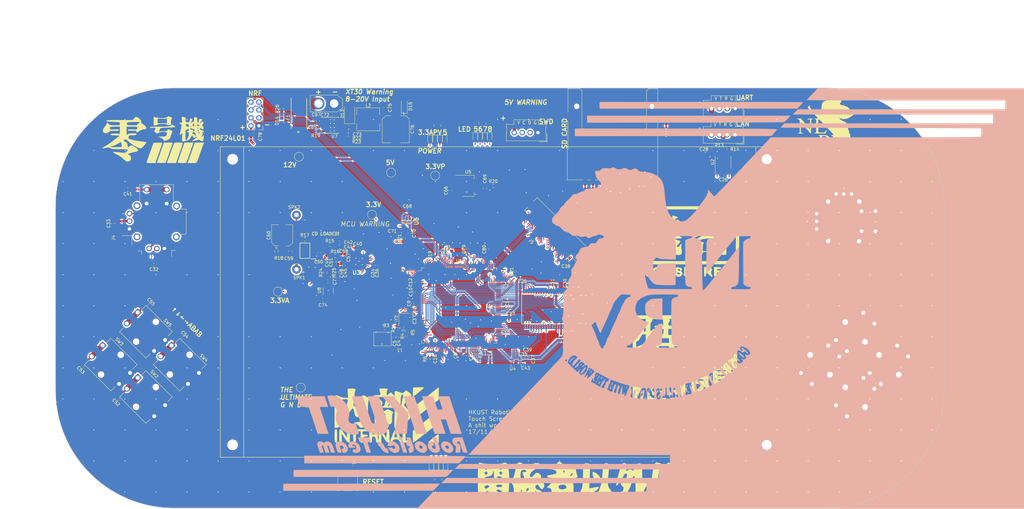
<source format=kicad_pcb>
(kicad_pcb (version 20221018) (generator pcbnew)
  (layers (0 "F.Cu" signal) (1 "In1.Cu" signal) (2 "In2.Cu" signal) (31 "B.Cu" signal) (34 "B.Paste" user) (35 "F.Paste" user) (36 "B.SilkS" user "B.Silkscreen") (37 "F.SilkS" user "F.Silkscreen") (38 "B.Mask" user) (39 "F.Mask" user) (44 "Edge.Cuts" user))
  (net 0 "")
  (net 1 "GND")
  (net 2 "/RESET")
  (net 3 "Net-(U1-PH0)")
  (net 4 "Net-(U1-PH1)")
  (net 5 "GNDS")
  (net 6 "+3.3VADC")
  (net 7 "Net-(U1-VCAP_1)")
  (net 8 "Net-(U1-VCAP_2)")
  (net 9 "+3.3V")
  (net 10 "+3.3VP")
  (net 11 "+5V")
  (net 12 "Net-(U2-Vref)")
  (net 13 "/X_axis_L")
  (net 14 "/Y_axis_L")
  (net 15 "Net-(U3-VREF)")
  (net 16 "GNDA")
  (net 17 "/JoystickL")
  (net 18 "Net-(U3-ROUT2)")
  (net 19 "Net-(C42-Pad2)")
  (net 20 "Net-(U4-REGOUT)")
  (net 21 "Net-(U3-LOUT2)")
  (net 22 "Net-(U3-DACVREF)")
  (net 23 "/X_axis_R")
  (net 24 "/Y_axis_R")
  (net 25 "Net-(U3-VMID)")
  (net 26 "Net-(U3-AVDD)")
  (net 27 "Net-(IC2-+IN)")
  (net 28 "/BTN1_D")
  (net 29 "/BTN1_L")
  (net 30 "/BTN1_R")
  (net 31 "/BTN1_U")
  (net 32 "/JoystickR")
  (net 33 "+3.3VA")
  (net 34 "Net-(IC2-VDD)")
  (net 35 "/BTN2_D")
  (net 36 "/BTN2_L")
  (net 37 "/BTN2_R")
  (net 38 "/BTN2_U")
  (net 39 "+12V")
  (net 40 "Net-(U5-Tab)")
  (net 41 "Net-(U6-VOUT)")
  (net 42 "Net-(U6-BYP)")
  (net 43 "Net-(U7-BOOT)")
  (net 44 "Net-(D13-K)")
  (net 45 "Net-(U7-COMP)")
  (net 46 "Net-(U8-OUT)")
  (net 47 "/CAN1H")
  (net 48 "/CAN1L")
  (net 49 "Net-(D1-K)")
  (net 50 "Net-(D2-K)")
  (net 51 "Net-(D3-K)")
  (net 52 "Net-(D4-K)")
  (net 53 "Net-(D5-K)")
  (net 54 "/LED1")
  (net 55 "Net-(D6-K)")
  (net 56 "/LED2")
  (net 57 "Net-(D7-K)")
  (net 58 "/LED3")
  (net 59 "Net-(D8-K)")
  (net 60 "/LED4")
  (net 61 "Net-(D9-K)")
  (net 62 "/LED5")
  (net 63 "Net-(D10-K)")
  (net 64 "/LED6")
  (net 65 "Net-(D11-K)")
  (net 66 "/LED7")
  (net 67 "Net-(D12-K)")
  (net 68 "/LED8")
  (net 69 "Net-(J8-Pin_2)")
  (net 70 "/FMC_D0")
  (net 71 "/FMC_D1")
  (net 72 "/FMC_D2")
  (net 73 "/FMC_D3")
  (net 74 "/FMC_D4")
  (net 75 "/FMC_D5")
  (net 76 "/FMC_D6")
  (net 77 "/FMC_D7")
  (net 78 "/FMC_NBL0")
  (net 79 "/FMC_SDNWE")
  (net 80 "/FMC_SDNCAS")
  (net 81 "/FMC_SDNRAS")
  (net 82 "/FMC_SDNE0")
  (net 83 "/FMC_BA0")
  (net 84 "/FMC_BA1")
  (net 85 "/FMC_A10")
  (net 86 "/FMC_A0")
  (net 87 "/FMC_A1")
  (net 88 "/FMC_A2")
  (net 89 "/FMC_A3")
  (net 90 "/FMC_A4")
  (net 91 "/FMC_A5")
  (net 92 "/FMC_A6")
  (net 93 "/FMC_A7")
  (net 94 "/FMC_A8")
  (net 95 "/FMC_A9")
  (net 96 "/FMC_A11")
  (net 97 "/FMC_A12")
  (net 98 "/FMC_SDCKE0")
  (net 99 "/FMC_SDCLK")
  (net 100 "/FMC_NBL1")
  (net 102 "/FMC_D8")
  (net 103 "/FMC_D9")
  (net 104 "/FMC_D10")
  (net 105 "/FMC_D11")
  (net 106 "/FMC_D12")
  (net 107 "/FMC_D13")
  (net 108 "/FMC_D14")
  (net 109 "/FMC_D15")
  (net 110 "Net-(IC2--IN)")
  (net 111 "Net-(IC2-VO1)")
  (net 112 "Net-(IC2-VO2)")
  (net 113 "/SWCLK")
  (net 114 "/SWDIO")
  (net 115 "/NRF_CE")
  (net 116 "/NRF_CSN")
  (net 117 "/NRF_SCK")
  (net 118 "/NRF_MOSI")
  (net 119 "/NRF_MISO")
  (net 120 "/NRF_NSS")
  (net 121 "/SDIO_D2")
  (net 122 "/SDIO_D3")
  (net 123 "/SDIO_CMD")
  (net 124 "Net-(J3-CLK)")
  (net 125 "/SDIO_D0")
  (net 126 "/SDIO_D1")
  (net 127 "/SD_Card_Check")
  (net 128 "/LTDC_R3")
  (net 129 "/LTDC_R4")
  (net 130 "/LTDC_R5")
  (net 131 "/LTDC_R6")
  (net 132 "/LTDC_R7")
  (net 133 "/LTDC_G2")
  (net 134 "/LTDC_G3")
  (net 135 "/LTDC_G4")
  (net 136 "/LTDC_G5")
  (net 137 "/LTDC_G6")
  (net 138 "/LTDC_G7")
  (net 139 "/UART1_TX")
  (net 140 "/UART1_RX")
  (net 141 "Net-(U1-BOOT0)")
  (net 142 "Net-(U1-VREF+)")
  (net 143 "Net-(U1-BYPASS_REG)")
  (net 144 "/SDIO_CK")
  (net 145 "Net-(U7-RT{slash}CLK)")
  (net 146 "/FB")
  (net 147 "/SAI1_MCLK_A")
  (net 148 "/SAI1_SD_B")
  (net 149 "/SAI1_FS_A")
  (net 150 "/SAI1_SCK_A")
  (net 151 "/SAI1_SD_A")
  (net 152 "/TP_CS")
  (net 155 "/LTDC_VSYNC")
  (net 156 "/LTDC_HSYNC")
  (net 157 "/LTDC_DE")
  (net 161 "/I2C2_SCL")
  (net 162 "/I2C2_SDA")
  (net 164 "/IMU_SCK")
  (net 166 "/TP_SCK")
  (net 167 "/TP_PEN")
  (net 169 "/IMU_NSS")
  (net 170 "/IMU_INT")
  (net 171 "/IMU_MISO")
  (net 172 "/IMU_MOSI")
  (net 177 "/LTDC_CLK")
  (net 179 "/CAN1_RX")
  (net 180 "/CAN1_TX")
  (net 181 "/TP_SDA")
  (net 186 "/LTDC_B3")
  (net 190 "/LTDC_BL")
  (net 191 "/LTDC_B4")
  (net 192 "/LTDC_B5")
  (net 193 "/LTDC_B6")
  (net 194 "/LTDC_B7")
  (net 207 "/SD_Write_Protect")
  (net 208 "Net-(D14-K)")
  (footprint "Capacitor_SMD:C_0402_1005Metric_Pad0.74x0.62mm_HandSolder" (layer "F.Cu") (at 162.148999 458.6581 -90)
    (fp_text reference "C37")
    (fp_text value "100nF")
  )
  (footprint "Resistor_SMD:R_Array_Concave_4x0402" (layer "F.Cu") (at 132.804 497.406349 90)
    (fp_text reference "RN2" hide)
    (fp_text value "1k*4")
  )
  (footprint "Package_QFP:LQFP-176_24x24mm_P0.5mm" (layer "F.Cu") (at 139.4456 441.3158)
    (fp_text reference "U1")
    (fp_text value "STM32F429IGTx")
  )
  (footprint "Capacitor_SMD:C_0402_1005Metric_Pad0.74x0.62mm_HandSolder" (layer "F.Cu") (at 100.3394 427.3042 90)
    (fp_text reference "C51")
    (fp_text value "100nF")
  )
  (footprint "Capacitor_SMD:C_0402_1005Metric_Pad0.74x0.62mm_HandSolder" (layer "F.Cu") (at 119.561999 451.5345 -90)
    (fp_text reference "C4")
    (fp_text value "10uF")
  )
  (footprint "HKUST_RT_RCL:C_0603_1608Metric" (layer "F.Cu") (at 94.3102 424.4216 90)
    (fp_text reference "C50")
    (fp_text value "1uF")
  )
  (footprint "Capacitor_SMD:C_0402_1005Metric_Pad0.74x0.62mm_HandSolder" (layer "F.Cu") (at 112.9284 428.4051 -90)
    (fp_text reference "C36")
    (fp_text value "10uF")
  )
  (footprint "HKUST_RT_RCL:L_0420" (layer "F.Cu") (at 114.7836 452.102 180)
    (fp_text reference "L1")
    (fp_text value "2.2uH")
  )
  (footprint "Resistor_SMD:R_0402_1005Metric_Pad0.72x0.64mm_HandSolder" (layer "F.Cu") (at 223.222699 390.647801 180)
    (fp_text reference "R13")
    (fp_text value "56R")
  )
  (footprint "Capacitor_SMD:C_0402_1005Metric_Pad0.74x0.62mm_HandSolder" (layer "F.Cu") (at 111.7092 428.4051 -90)
    (fp_text reference "C34")
    (fp_text value "100nF")
  )
  (footprint "HKUST_RT_RCL:C_0603_1608Metric" (layer "F.Cu") (at 103.9354 383.921)
    (fp_text reference "C73")
    (fp_text value "39pF")
  )
  (footprint "HKUST_RT_CONN:XDCR_COM-09032" (layer "F.Cu") (at 43.384 416.8902 90)
    (fp_text reference "J4")
    (fp_text value "Joystick_L")
  )
  (footprint "HKUST_RT_CONN:Molex_SL_171971-0004_1x04_P2.54mm_Vertical" (layer "F.Cu") (at 228.346 377.94 180)
    (fp_text reference "J7" hide)
    (fp_text value "UART")
  )
  (footprint "HKUST_RT_CONN:Molex_SL_171971-0004_1x04_P2.54mm_Vertical" (layer "F.Cu") (at 228.2952 386.3728 180)
    (fp_text reference "CAN1" hide)
    (fp_text value "CAN1")
  )
  (footprint "HKUST_RT_RCL:C_0603_1608Metric" (layer "F.Cu") (at 93.9604 381.876 90)
    (fp_text reference "C67")
    (fp_text value "2.2uF")
  )
  (footprint "Capacitor_SMD:C_0402_1005Metric_Pad0.74x0.62mm_HandSolder" (layer "F.Cu") (at 123.8956 443.9833 -90)
    (fp_text reference "C2")
    (fp_text value "20pF")
  )
  (footprint "HKUST_RT_BJT:LED_0603_1608Metric" (layer "F.Cu") (at 132.053998 492.80635 90)
    (fp_text reference "D7" hide)
    (fp_text value "LED3")
  )
  (footprint "Connector_PinHeader_2.54mm:PinHeader_2x04_P2.54mm_Vertical" (layer "F.Cu") (at 74.9554 383.438399 180)
    (fp_text reference "J2" hide)
    (fp_text value "NRF")
  )
  (footprint "HKUST_RT_BJT:LED_0603_1608Metric" (layer "F.Cu") (at 134.811 387.911399 -90)
    (fp_text reference "D4" hide)
    (fp_text value "5V")
  )
  (footprint "Capacitor_SMD:C_0402_1005Metric_Pad0.74x0.62mm_HandSolder" (layer "F.Cu") (at 131.2164 425.1452 90)
    (fp_text reference "C19")
    (fp_text value "100nF")
  )
  (footprint "Connector_Card:SD_Kyocera_145638009511859+" (layer "F.Cu") (at 189.4078 389.1788 180)
    (fp_text reference "J3" hide)
    (fp_text value "SD_Card")
  )
  (footprint "Resistor_SMD:R_0402_1005Metric_Pad0.72x0.64mm_HandSolder" (layer "F.Cu") (at 115.3922 448.7672 180)
    (fp_text reference "R3")
    (fp_text value "0R")
  )
  (footprint "HKUST_RT_IC:SOIC-8_3.9x4.9mm_P1.27mm" (layer "F.Cu") (at 224.4552 395.1228 90)
    (fp_text reference "U2")
    (fp_text value "TJA1050")
  )
  (footprint "HKUST_RT_RCL:CP_Elec_8x10.5" (layer "F.Cu") (at 119.0752 384.5814 -90)
    (fp_text reference "C76")
    (fp_text value "1000uF")
  )
  (footprint "Capacitor_SMD:C_0402_1005Metric_Pad0.74x0.62mm_HandSolder" (layer "F.Cu") (at 137.1956 423.222794 90)
    (fp_text reference "C20")
    (fp_text value "100nF")
  )
  (footprint "Capacitor_SMD:C_0402_1005Metric_Pad0.74x0.62mm_HandSolder" (layer "F.Cu") (at 39.390283 440.938883 -45)
    (fp_text reference "C55")
    (fp_text value "100nF")
  )
  (footprint "HKUST_RT_CONN:SW_B3F-4055" (layer "F.Cu") (at 255.7048 460.425334 45)
    (fp_text reference "SW7")
    (fp_text value "BTN2_L")
  )
  (footprint "HKUST_RT_CONN:XDCR_COM-09032" (layer "F.Cu") (at 260.638 415.5228)
    (fp_text reference "J6")
    (fp_text value "Joystick_R")
  )
  (footprint "HKUST_RT_CONN:SW_B3F-4055" (layer "F.Cu") (at 267.0048 449.825334 45)
    (fp_text reference "SW9")
    (fp_text value "BTN2_U")
  )
  (footprint "Package_SO:TI_SO-PowerPAD-8_ThermalVias" (layer "F.Cu") (at 98.6104 383.286)
    (fp_text reference "U7")
    (fp_text value "TPS54360DDA")
  )
  (footprint "Capacitor_SMD:C_0402_1005Metric_Pad0.74x0.62mm_HandSolder" (layer "F.Cu") (at 246.882883 459.643517 45)
    (fp_text reference "C62")
    (fp_text value "100nF")
  )
  (footprint "HKUST_RT_CONN:MountingHole_3.2mm_M3" (layer "F.Cu") (at 66.5226 486.2068)
    (fp_text reference "H1" hide)
    (fp_text value "RGBLCD")
  )
  (footprint "Capacitor_SMD:C_0402_1005Metric_Pad0.74x0.62mm_HandSolder" (layer "F.Cu") (at 153.8478 440.2161 -90)
    (fp_text reference "C14")
    (fp_text value "100nF")
  )
  (footprint "Capacitor_SMD:C_0402_1005Metric_Pad0.74x0.62mm_HandSolder" (layer "F.Cu") (at 170.6956 434.1158 90)
    (fp_text reference "C31")
    (fp_text value "100nF")
  )
  (footprint "HKUST_RT_RCL:C_0603_1608Metric" (layer "F.Cu") (at 100.9142 422.5036)
    (fp_text reference "C44")
    (fp_text value "1uF")
  )
  (footprint "LOGO" (layer "F.Cu") (at 194.1576 497.9416)
    (fp_text reference "G***" hide)
    (fp_text value "LOGO" hide)
  )
  (footprint "Button_Switch_SMD:SW_Push_1P1T_NO_CK_KSC6xxJ" (layer "F.Cu") (at 103.6132 497.7682 90)
    (fp_text reference "SW1" hide)
    (fp_text value "Reset")
  )
  (footprint "Resistor_SMD:R_0402_1005Metric_Pad0.72x0.64mm_HandSolder" (layer "F.Cu") (at 185.0278 404.3938 90)
    (fp_text reference "R9")
    (fp_text value "47k")
  )
  (footprint "HKUST_RT_RCL:C_0603_1608Metric" (layer "F.Cu") (at 85.1916 423.812 -90)
    (fp_text reference "C59")
    (fp_text value "100nF")
  )
  (footprint "Capacitor_SMD:CP_Elec_6.3x5.4" (layer "F.Cu") (at 82.4484 418.7384 90)
    (fp_text reference "C60")
    (fp_text value "10V 220uF")
  )
  (footprint "Resistor_SMD:R_0402_1005Metric_Pad0.72x0.64mm_HandSolder" (layer "F.Cu") (at 101.3934 428.4787 90)
    (fp_text reference "C48")
    (fp_text value "10uF")
  )
  (footprint "HKUST_RT_RCL:C_0603_1608Metric" (layer "F.Cu") (at 120.845198 417.3718 180)
    (fp_text reference "C71")
    (fp_text value "10uF")
  )
  (footprint "Resistor_SMD:R_0603_1608Metric_Pad0.98x0.95mm_HandSolder" (layer "F.Cu") (at 150.4549 402.7818)
    (fp_text reference "R20")
    (fp_text value "0R")
  )
  (footprint "LOGO" (layer "F.Cu") (at 256.7432 386.8166)
    (fp_text reference "G***" hide)
    (fp_text value "LOGO" hide)
  )
  (footprint "Resistor_SMD:R_0402_1005Metric_Pad0.72x0.64mm_HandSolder" (layer "F.Cu") (at 192.5278 404.3938 90)
    (fp_text reference "R12")
    (fp_text value "100R")
  )
  (footprint "Capacitor_SMD:C_0402_1005Metric_Pad0.74x0.62mm_HandSolder" (layer "F.Cu") (at 18.435283 461.182683 -45)
    (fp_text reference "C53")
    (fp_text value "100nF")
  )
  (footprint "LOGO" (layer "F.Cu") (at 40.8686 387.985)
    (fp_text reference "G***" hide)
    (fp_text value "LOGO" hide)
  )
  (footprint "HKUST_RT_RCL:C_0603_1608Metric" (layer "F.Cu") (at 147.7674 403.5568 -90)
    (fp_text reference "C69")
    (fp_text value "10uF")
  )
  (footprint "Capacitor_SMD:C_0402_1005Metric_Pad0.74x0.62mm_HandSolder" (layer "F.Cu") (at 137.1956 457.5658 -90)
    (fp_text reference "C8")
    (fp_text value "2.2uF")
  )
  (footprint "LOGO" (layer "F.Cu") (at 212.3694 460.8322)
    (fp_text reference "G***" hide)
    (fp_text value "LOGO" hide)
  )
  (footprint "Capacitor_SMD:C_0402_1005Metric_Pad0.74x0.62mm_HandSolder" (layer "F.Cu") (at 124.8918 433.9169 -90)
    (fp_text reference "C12")
    (fp_text value "100nF")
  )
  (footprint "Capacitor_SMD:C_0402_1005Metric_Pad0.74x0.62mm_HandSolder" (layer "F.Cu") (at 179.4956 434.1158 90)
    (fp_text reference "C22")
    (fp_text value "100nF")
  )
  (footprint "HKUST_RT_RCL:Crystal_SMD_3225-4Pin_3.2x2.5mm" (layer "F.Cu") (at 121.6956 445.8658 -90)
    (fp_text reference "Y1")
    (fp_text value "25MHz")
  )
  (footprint "Capacitor_SMD:C_0402_1005Metric_Pad0.74x0.62mm_HandSolder" (layer "F.Cu") (at 125.0442 436.9983 90)
    (fp_text reference "C10")
    (fp_text value "100nF")
  )
  (footprint "Capacitor_SMD:C_0402_1005Metric_Pad0.74x0.62mm_HandSolder" (layer "F.Cu") (at 177.6631 450.4658)
    (fp_text reference "C27")
    (fp_text value "100nF")
  )
  (footprint "HKUST_RT_RCL:C_0603_1608Metric" (layer "F.Cu") (at 27.9908 414.9474 90)
    (fp_text reference "C33")
    (fp_text value "10nF")
  )
  (footprint "TestPoint:TestPoint_Pad_D2.5mm" (layer "F.Cu") (at 117.5512 398.526)
    (fp_text reference "TP4" hide)
    (fp_text value "5V")
  )
  (footprint "Capacitor_SMD:C_0402_1005Metric_Pad0.74x0.62mm_HandSolder" (layer "F.Cu") (at 50.286883 451.530683 -45)
    (fp_text reference "C54")
    (fp_text value "100nF")
  )
  (footprint "Capacitor_SMD:C_0402_1005Metric_Pad0.74x0.62mm_HandSolder" (layer "F.Cu") (at 99.3394 427.3042 90)
    (fp_text reference "C49")
    (fp_text value "10uF")
  )
  (footprint "HKUST_RT_BJT:D_SMA" (layer "F.Cu") (at 104.1604 379.381 90)
    (fp_text reference "D13")
    (fp_text value "SS54")
  )
  (footprint "HKUST_RT_RCL:C_0603_1608Metric" (layer "F.Cu") (at 92.3604 381.876 90)
    (fp_text reference "C65")
    (fp_text value "2.2uF")
  )
  (footprint "Resistor_SMD:R_Array_Concave_4x0402" (layer "F.Cu") (at 132.461 383.3114 -90)
    (fp_text reference "RN1" hide)
    (fp_text value "1k*4")
  )
  (footprint "HKUST_RT_CONN:SW_B3F-4055" (layer "F.Cu") (at 267.0048 470.8398 45)
    (fp_text reference "SW6")
    (fp_text value "BTN2_D")
  )
  (footprint "Capacitor_SMD:C_0402_1005Metric_Pad0.74x0.62mm_HandSolder" (layer "F.Cu") (at 220.837699 390.6478 180)
    (fp_text reference "C28")
    (fp_text value "20pF")
  )
  (footprint "Capacitor_SMD:C_0402_1005Metric_Pad0.74x0.62mm_HandSolder" (layer "F.Cu") (at 224.5227 399.6228 180)
    (fp_text reference "C26")
    (fp_text value "100nF")
  )
  (footprint "HKUST_RT_RCL:C_0603_1608Metric" (layer "F.Cu") (at 122.745199 410.721801 180)
    (fp_text reference "C68")
    (fp_text value "10uF")
  )
  (footprint "Capacitor_SMD:C_0402_1005Metric_Pad0.74x0.62mm_HandSolder" (layer "F.Cu") (at 148.6956 423.222794 90)
    (fp_text reference "C80")
    (fp_text value "100nF")
  )
  (footprint "Resistor_SMD:R_0402_1005Metric_Pad0.72x0.64mm_HandSolder" (layer "F.Cu") (at 129.5654 458.5849 90)
    (fp_text reference "R6")
    (fp_text value "REG")
  )
  (footprint "HKUST_RT_RCL:R_0603_1608Metric" (layer "F.Cu") (at 80.5942 423.863 -90)
    (fp_text reference "R18")
    (fp_text value "10R")
  )
  (footprint "HKUST_RT_RCL:C_0603_1608Metric" (layer "F.Cu") (at 136.642402 404.306802 90)
    (fp_text reference "C66")
    (fp_text value "10uF")
  )
  (footprint "Resistor_SMD:R_0402_1005Metric_Pad0.72x0.64mm_HandSolder" (layer "F.Cu") (at 225.687699 390.6478 180)
    (fp_text reference "R14")
    (fp_text value "56R")
  )
  (footprint "Resistor_SMD:R_0603_1608Metric_Pad0.98x0.95mm_HandSolder" (layer "F.Cu") (at 82.296 378.0047 90)
    (fp_text reference "R26")
    (fp_text value "2k")
  )
  (footprint "Capacitor_SMD:C_0402_1005Metric_Pad0.74x0.62mm_HandSolder" (layer "F.Cu") (at 124.46 440.6813 90)
    (fp_text reference "C9")
    (fp_text value "100nF")
  )
  (footprint "TestPoint:TestPoint_Pad_D2.5mm" (layer "F.Cu") (at 87.8586 393.4206)
    (fp_text reference "TP6" hide)
    (fp_text value "12V")
  )
  (footprint "Capacitor_SMD:C_0402_1005Metric_Pad0.74x0.62mm_HandSolder" (layer "F.Cu") (at 148.421 457.2328 -90)
    (fp_text reference "C16")
    (fp_text value "100nF")
  )
  (footprint "HKUST_RT_BJT:LED_0603_1608Metric" (layer "F.Cu") (at 131.680999 387.911399 -90)
    (fp_text reference "D2" hide)
    (fp_text value "3.3VP")
  )
  (footprint "LOGO" (layer "F.Cu") (at 212.5726 420.624)
    (fp_text reference "G***" hide)
    (fp_text value "LOGO" hide)
  )
  (footprint "Capacitor_SMD:C_0402_1005Metric_Pad0.74x0.62mm_HandSolder" (layer "F.Cu") (at 154.4495 451.0658)
    (fp_text reference "C15")
    (fp_text value "100nF")
  )
  (footprint "TestPoint:TestPoint_Pad_D2.5mm" (layer "F.Cu") (at 88.4682 467.7664)
    (fp_text reference "TP5" hide)
    (fp_text value "GND")
  )
  (footprint "Resistor_SMD:R_0402_1005Metric_Pad0.72x0.64mm_HandSolder" (layer "F.Cu") (at 123.402 450.0059 -90)
    (fp_text reference "R5")
    (fp_text value "0R")
  )
  (footprint "HKUST_RT_RCL:C_0603_1608Metric" (layer "F.Cu") (at 100.9142 421.0304 180)
    (fp_text reference "C42")
    (fp_text value "1uF")
  )
  (footprint "Capacitor_SMD:C_0402_1005Metric_Pad0.74x0.62mm_HandSolder" (layer "F.Cu") (at 157.5308 430.4284 90)
    (fp_text reference "C21")
    (fp_text value "100nF")
  )
  (footprint "HKUST_RT_RCL:C_0603_1608Metric" (layer "F.Cu") (at 73.1904 386.2578 180)
    (fp_text reference "C78")
    (fp_text value "10uF")
  )
  (footprint "Capacitor_SMD:C_0402_1005Metric_Pad0.74x0.62mm_HandSolder" (layer "F.Cu") (at 258.160483 449.051717 45)
    (fp_text reference "C64")
    (fp_text value "100nF")
  )
  (footprint "HKUST_RT_BJT:LED_0603_1608Metric" (layer "F.Cu") (at 82.296 381.8637 -90)
    (fp_text reference "D14")
    (fp_text value "12V")
  )
  (footprint "Capacitor_SMD:C_0402_1005Metric_Pad0.74x0.62mm_HandSolder" (layer "F.Cu") (at 174.6956 434.1158 90)
    (fp_text reference "C30")
    (fp_text value "100nF")
  )
  (footprint "HKUST_RT_CONN:SW_B3F-4055" (layer "F.Cu") (at 38.597219 470.789466 -45)
    (fp_text reference "SW2")
    (fp_text value "BTN1_D")
  )
  (footprint "HKUST_RT_RCL:R_0603_1608Metric" (layer "F.Cu") (at 99.505 425.3738)
    (fp_text reference "R16")
    (fp_text value "10R")
  )
  (footprint "Capacitor_SMD:C_0402_1005Metric_Pad0.74x0.62mm_HandSolder" (layer "F.Cu") (at 102.358599 428.4487 90)
    (fp_text reference "C45")
    (fp_text value "10uF")
  )
  (footprint "Capacitor_SMD:C_0402_1005Metric_Pad0.74x0.62mm_HandSolder" (layer "F.Cu") (at 130.608766 458.5549 -90)
    (fp_text reference "C18")
    (fp_text value "100nF")
  )
  (footprint "HKUST_RT_IC:SOT-223" (layer "F.Cu") (at 142.3674 402.7818)
    (fp_text reference "U5")
    (fp_text value "LM1117-3.3V")
  )
  (footprint "HKUST_RT_RCL:R_0603_1608Metric" (layer "F.Cu") (at 89.7832 420.0906 180)
    (fp_text reference "R17")
    (fp_text value "20k")
  )
  (footprint "HKUST_RT_RCL:C_0603_1608Metric" (layer "F.Cu") (at 249.174 414.9982 90)
    (fp_text reference "C46")
    (fp_text value "10nF")
  )
  (footprint "HKUST_RT_IC:SOIC127P600X175-8N" (layer "F.Cu") (at 89.7832 423.672 180)
    (fp_text reference "IC2" hide)
    (fp_text value "MD8002A" hide)
  )
  (footprint "HKUST_RT_IC:SOT-23-5" (layer "F.Cu") (at 97.3176 436.447999 90)
    (fp_text reference "U8")
    (fp_text value "LP5907MFX-3.3")
  )
  (footprint "HKUST_RT_RCL:1808Fuse_Base" (layer "F.Cu") (at 87.8662 379.461 90)
    (fp_text reference "F1")
    (fp_text value "5A 20V")
  )
  (footprint "Capacitor_SMD:C_0402_1005Metric_Pad0.74x0.62mm_HandSolder" (layer "F.Cu") (at 123.9266 446.3983 -90)
    (fp_text reference "C3")
    (fp_text value "20pF")
  )
  (footprint "Capacitor_SMD:C_0402_1005Metric_Pad0.74x0.62mm_HandSolder" (layer "F.Cu") (at 189.4603 403.4913 180)
    (fp_text reference "C23")
    (fp_text value "100nF")
  )
  (footprint "HKUST_RT_BJT:LED_0603_1608Metric" (layer "F.Cu") (at 130.504 492.80635 90)
    (fp_text reference "D8" hide)
    (fp_text value "LED4")
  )
  (footprint "Capacitor_SMD:C_0402_1005Metric_Pad0.74x0.62mm_HandSolder" (layer "F.Cu") (at 160.148998 458.6581 -90)
    (fp_text reference "C35")
    (fp_text value "2.2uF")
  )
  (footprint "Capacitor_SMD:C_0402_1005Metric_Pad0.74x0.62mm_HandSolder" (layer "F.Cu") (at 29.789083 471.571283 -45)
    (fp_text reference "C52")
    (fp_text value "100nF")
  )
  (footprint "Resistor_SMD:R_0603_1608Metric_Pad0.98x0.95mm_HandSolder" (layer "F.Cu") (at 121.6202 419.810199 -90)
    (fp_text reference "R21")
    (fp_text value "0R")
  )
  (footprint "HKUST_RT_RCL:C_0603_1608Metric" (layer "F.Cu") (at 262.603 401.2184)
    (fp_text reference "C47")
    (fp_text value "10nF")
  )
  (footprint "HKUST_RT_CONN:SW_B3F-4055" (layer "F.Cu") (at 38.597219 449.775 -45)
    (fp_text reference "SW5")
    (fp_text value "BTN1_U")
  )
  (footprint "HKUST_RT_BJT:LED_0603_1608Metric" (layer "F.Cu") (at 144.652401 387.1215 -90)
    (fp_text reference "D9" hide)
    (fp_text value "LED5")
  )
  (footprint "Capacitor_SMD:C_0402_1005Metric_Pad0.74x0.62mm_HandSolder" (layer "F.Cu") (at 181.0956 434.1158 90)
    (fp_text reference "C29")
    (fp_text value "100nF")
  )
  (footprint "HKUST_RT_BJT:LED_0603_1608Metric" (layer "F.Cu") (at 130.111 387.911399 -90)
    (fp_text reference "D1" hide)
    (fp_text value "3.3VA")
  )
  (footprint "Resistor_SMD:R_0603_1608Metric_Pad0.98x0.95mm_HandSolder" (layer "F.Cu") (at 96.3676 430.7605 90)
    (fp_text reference "R24")
    (fp_text value "0R")
  )
  (footprint "HKUST_RT_IC:QFN45P400X400X90-29N-D" (layer "F.Cu") (at 107.2252 427.153 180)
    (fp_text reference "U3")
    (fp_text value "ES8388" hide)
  )
  (footprint "Capacitor_SMD:C_0402_1005Metric_Pad0.74x0.62mm_HandSolder" (layer "F.Cu") (at 118.612 451.5345 90)
    (fp_text reference "C5")
    (fp_text value "100n")
  )
  (footprint "Capacitor_SMD:C_0402_1005Metric_Pad0.74x0.62mm_HandSolder" (layer "F.Cu") (at 98.6104 379.886)
    (fp_text reference "C72")
    (fp_text value "100nF")
  )
  (footprint "HKUST_RT_RCL:C_0603_1608Metric" (layer "F.Cu") (at 106.9002 422.8592 180)
    (fp_text reference "C40")
    (fp_text value "10uF")
  )
  (footprint "Capacitor_SMD:C_0402_1005Metric_Pad0.74x0.62mm_HandSolder" (layer "F.Cu") (at 267.787083 479.658717 45)
    (fp_text reference "C61")
    (fp_text value "100nF")
  )
  (footprint "TestPoint:TestPoint_Pad_D2.5mm" (layer "F.Cu") (at 131.7498 399.4658)
    (fp_text reference "TP3" hide)
    (fp_text value "3.3VP")
  )
  (footprint "HKUST_RT_BJT:LED_0603_1608Metric" (layer "F.Cu") (at 146.2024 387.1215 -90)
    (fp_text reference "D10" hide)
    (fp_text value "LED6")
  )
  (footprint "HKUST_RT_RCL:C_0603_1608Metric" (layer "F.Cu") (at 115.7808 377.5456 90)
    (fp_text reference "C75")
    (fp_text value "39pF")
  )
  (footprint "HKUST_RT_RCL:C_0603_1608Metric" (layer "F.Cu") (at 123.520199 418.1084 -90)
    (fp_text reference "C70")
    (fp_text value "10pF")
  )
  (footprint "HKUST_RT_RCL:L_7.3x7.3_H3.5" (layer "F.Cu") (at 110.2104 381.381)
    (fp_text reference "L2")
    (fp_text value "22uH")
  )
  (footprint "Capacitor_SMD:C_0402_1005Metric_Pad0.74x0.62mm_HandSolder" (layer "F.Cu") (at 172.8631 450.4658)
    (fp_text reference "C24")
    (fp_text value "100nF")
  )
  (footprint "Resistor_SMD:R_0402_1005Metric_Pad0.72x0.64mm_HandSolder" (layer "F.Cu") (at 197.4578 404.3938 90)
    (fp_text reference "R10")
    (fp_text value "47k")
  )
  (footprint "HKUST_RT_CONN:Molex_SL_171971-0004_1x04_P2.54mm_Vertical" (layer "F.Cu") (at 164.846 385.6482 180)
    (fp_text reference "J1" hide)
    (fp_text value "SWD")
  )
  (footprint "Resistor_SMD:R_0402_1005Metric_Pad0.72x0.64mm_HandSolder" (layer "F.Cu") (at 119.2956 448.5427 -90)
    (fp_text reference "R1")
    (fp_text value "10k")
  )
  (footprint "Capacitor_SMD:C_0402_1005Metric_Pad0.74x0.62mm_HandSolder" (layer "F.Cu") (at 160.748998 460.275599)
    (fp_text reference "C43")
    (fp_text value "100nF")
  )
  (footprint "HKUST_RT_BJT:LED_0603_1608Metric" (layer "F.Cu") (at 133.260998 387.911399 -90)
    (fp_text reference "D3" hide)
    (fp_text value "3.3V")
  )
  (footprint "HKUST_RT_RCL:C_0603_1608Metric" (layer "F.Cu") (at 41.1664 428.244 180)
    (fp_text reference "C32")
    (fp_text value "10nF")
  )
  (footprint "Capacitor_SMD:C_0402_1005Metric_Pad0.74x0.62mm_HandSolder" (layer "F.Cu") (at 161.148999 458.658101 -90)
    (fp_text reference "C39")
    (fp_text value "100nF")
  )
  (footprint "Resistor_SMD:R_0402_1005Metric_Pad0.72x0.64mm_HandSolder" (layer "F.Cu") (at 199.1578 404.3938 90)
    (fp_text reference "R11")
    (fp_text value "47k")
  )
  (footprint "LOGO" (layer "F.Cu") (at 115.9002 476.2246)
    (fp_text reference "G***" hide)
    (fp_text value "LOGO" hide)
  )
  (footprint "Resistor_SMD:R_0402_1005Metric_Pad0.72x0.64mm_HandSolder" (layer "F.Cu") (at 100.2792 430.5975 -90)
    (fp_text reference "R25")
    (fp_text value "0R")
  )
  (footprint "Capacitor_SMD:C_0402_1005Metric_Pad0.74x0.62mm_HandSolder" (layer "F.Cu") (at 154.4153 434.1716 180)
    (fp_text reference "C7")
    (fp_text value "2.2uF")
  )
  (footprint "Inductor_SMD:L_0402_1005Metric_Pad0.77x0.64mm_HandSolder" (layer "F.Cu") (at 133.2484 423.8244 -90)
    (fp_text reference "R2")
    (fp_text value "162k")
  )
  (footprint "HKUST_RT_CONN:MountingHole_3.2mm_M3" (layer "F.Cu") (at 238.5314 394.2068)
    (fp_text reference "H3" hide)
    (fp_text value "RGBLCD")
  )
  (footprint "Resistor_SMD:R_0402_1005Metric_Pad0.72x0.64mm_HandSolder" (layer "F.Cu") (at 103.7579 385.191 180)
    (fp_text reference "R22")
    (fp_text value "53.6k")
  )
  (footprint "HKUST_RT_BJT:LED_0603_1608Metric" (layer "F.Cu") (at 149.3024 387.1215 -90)
    (fp_text reference "D12" hide)
    (fp_text value "LED8")
  )
  (footprint "TestPoint:TestPoint_Loop_D3.50mm_Drill1.4mm_Beaded" (layer "F.Cu") (at 87.0712 429.6918 180)
    (fp_text reference "SPK1")
    (fp_text value "SPK-")
  )
  (footprint "HKUST_RT_CONN:MountingHole_3.2mm_M3" (layer "F.Cu") (at 66.5226 394.219)
    (fp_text reference "H2" hide)
    (fp_text value "RGBLCD")
  )
  (footprint "Capacitor_SMD:C_0402_1005Metric_Pad0.74x0.62mm_HandSolder" (layer "F.Cu") (at 159.7281 434.6833 180)
    (fp_text reference "C25")
    (fp_text value "100nF")
  )
  (footprint "HKUST_RT_CONN:AMASS_XT30U-M_1x02_P5.0mm_Vertical" (layer "F.Cu") (at 99.1908 376.271 180)
    (fp_text reference "J8" hide)
    (fp_text value "12V Input")
  )
  (footprint "HKUST_RT_IC:SOP80P1176X120-54N" (layer "F.Cu") (at 170.6956 442.4878 -90)
    (fp_text reference "IC1" hide)
    (fp_text value "W9825G6KH-6" hide)
  )
  (footprint "Package_LGA:LGA-16_3x3mm_P0.5mm_LayoutBorder3x5y" (layer "F.Cu") (at 157.819 459.3156 -90)
    (fp_text reference "U4")
    (fp_text value "ICM-20602")
  )
  (footprint "HKUST_RT_RCL:C_0603_1608Metric" (layer "F.Cu") (at 273.558 421.9324 -90)
    (fp_text reference "C56")
    (fp_text value "10nF")
  )
  (footprint "HKUST_RT_CONN:SW_B3F-4055" (layer "F.Cu") (at 27.297219 460.375 -45)
    (fp_text reference "SW3")
    (fp_text value "BTN1_L")
  )
  (footprint "HKUST_RT_BJT:LED_0603_1608Metric" (layer "F.Cu") (at 133.603999 492.80635 90)
    (fp_text reference "D6" hide)
    (fp_text value "LED2")
  )
  (footprint "HKUST_RT_CONN:SW_B3F-4055" (layer "F.Cu") (at 49.4792 460.375 -45)
    (fp_text reference "SW4")
    (fp_text value "BTN1_R")
  )
  (footprint "TestPoint:TestPoint_Pad_D2.5mm" (layer "F.Cu") (at 111.379 412.0642)
    (fp_text reference "TP1" hide)
    (fp_text value "3.3VM")
  )
  (footprint "Resistor_SMD:R_0402_1005Metric_Pad0.72x0.64mm_HandSolder" (layer "F.Cu") (at 122.3956 451.2009 90)
    (fp_text reference "R4")
    (fp_text value "0R")
  )
  (footprint "HKUST_RT_RCL:C_0603_1608Metric" (layer "F.Cu") (at 32.7406 403.9924 180)
    (fp_text reference "C41")
    (fp_text value "10nF")
  )
  (footprint "HKUST_RT_BJT:LED_0603_1608Metric" (layer "F.Cu") (at 135.104 492.80635 90)
    (fp_text reference "D5" hide)
    (fp_text value "LED1")
  )
  (footprint "TestPoint:TestPoint_Loop_D3.50mm_Drill1.4mm_Beaded" (layer "F.Cu") (at 87.0712 412.1658 180)
    (fp_text reference "SPK2")
    (fp_text value "SPK+")
  )
  (footprint "Capacitor_SMD:C_0402_1005Metric_Pad0.74x0.62mm_HandSolder" (layer "F.Cu") (at 173.546717 426.757917 -45)
    (fp_text reference "C38")
    (fp_text value "100nF")
  )
  (footprint "Capacitor_SMD:C_0402_1005Metric_Pad0.74x0.62mm_HandSolder" (layer "F.Cu") (at 105.0457 492.705701)
    (fp_text reference "C1")
    (fp_text value "100nF")
  )
  (footprint "Capacitor_SMD:C_0402_1005Metric_Pad0.74x0.62mm_HandSolder" (layer "F.Cu") (at 121.6281 448.6158 180)
    (fp_text reference "C11")
    (fp_text value "100nF")
  )
  (footprint "HKUST_RT_BJT:LED_0603_1608Metric" (layer "F.Cu") (at 147.752401 387.1215 -90)
    (fp_text reference "D11" hide)
    (fp_text value "LED7")
  )
  (footprint "Resistor_SMD:R_0402_1005Metric_Pad0.72x0.64mm_HandSolder" (layer "F.Cu") (at 182.5278 404.3938 90)
    (fp_text reference "R8")
    (fp_text value "47k")
  )
  (footprint "Capacitor_SMD:C_0402_1005Metric_Pad0.74x0.62mm_HandSolder" (layer "F.Cu") (at 142.1956 423.222794 90)
    (fp_text reference "C79")
    (fp_text value "100nF")
  )
  (footprint "Capacitor_SMD:C_0402_1005Metric_Pad0.74x0.62mm_HandSolder" (layer "F.Cu") (at 278.683683 469.295517 45)
    (fp_text reference "C63")
    (fp_text value "100nF")
  )
  (footprint "Resistor_SMD:R_0402_1005Metric_Pad0.72x0.64mm_HandSolder" (layer "F.Cu") (at 180.0278 404.3938 90)
    (fp_text reference "R7")
    (fp_text value "47k")
  )
  (footprint "HKUST_RT_RCL:R_0603_1608Metric" (layer "F.Cu") (at 93.2854 385.191 180)
    (fp_text reference "R19")
    (fp_text value "162k")
  )
  (footprint "Capacitor_SMD:C_0402_1005Metric_Pad0.74x0.62mm_HandSolder" (layer "F.Cu") (at 101.5238 425.3397 -90)
    (fp_text reference "C58")
    (fp_text value "100nF")
  )
  (footprint "Connector_FFC-FPC:Hirose_FH12-40S-0.5SH_1x40-1MP_P0.50mm_Horizontal" (layer "F.Cu") (at 169.694849 417.975751 135)
    (fp_text reference "J5")
    (fp_text value "RGBLCD")
  )
  (footprint "TestPoint:TestPoint_Pad_D2.5mm" (layer "F.Cu") (at 81.1022 436.8546)
    (fp_text reference "TP2" hide)
    (fp_text value "3.3VA")
  )
  (footprint "HKUST_RT_RCL:C_0603_1608Metric" (layer "F.Cu") (at 95.5926 439.522999)
    (fp_text reference "C74")
    (fp_text value "10uF")
  )
  (footprint "Capacitor_SMD:C_0402_1005Metric_Pad0.74x0.62mm_HandSolder" (layer "F.Cu") (at 147.4558 457.2328 90)
    (fp_text reference "C6")
    (fp_text value "2.2uF")
  )
  (footprint "Resistor_SMD:R_Array_Concave_4x0402" (layer "F.Cu") (at 146.939 382.6256 -90)
    (fp_text reference "RN3" hide)
    (fp_text value "1k*4")
  )
  (footprint "HKUST_RT_CONN:MountingHole_3.2mm_M3" (layer "F.Cu") (at 238.5314 486.2068)
    (fp_text reference "H4" hide)
    (fp_text value "RGBLCD")
  )
  (footprint "Diode_SMD:D_SOD-123F" (layer "F.Cu") (at 121.793 377.2154 90)
    (fp_text reference "D15")
    (fp_text value "SMFJ5.0CA")
  )
  (footprint "HKUST_RT_RCL:C_0603_1608Metric" (layer "F.Cu") (at 97.1426 433.572999 180)
    (fp_text reference "C77")
    (fp_text value "10uF")
  )
  (footprint "Capacitor_SMD:C_0402_1005Metric_Pad0.74x0.62mm_HandSolder" (layer "F.Cu") (at 142.1956 457.5658 -90)
    (fp_text reference "C17")
    (fp_text value "100nF")
  )
  (footprint "Capacitor_SMD:C_0402_1005Metric_Pad0.74x0.62mm_HandSolder" (layer "F.Cu") (at 102.5144 425.3397 -90)
    (fp_text reference "C57")
    (fp_text value "10uF")
  )
  (footprint "HKUST_RT_IC:SOT95P280X100-5N" (layer "F.Cu") (at 122.5702 414.4218 -90)
    (fp_text reference "U6")
    (fp_text value "CAT6219-330TDGT3" hide)
  )
  (footprint "Capacitor_SMD:C_0402_1005Metric_Pad0.74x0.62mm_HandSolder" (layer "F.Cu") (at 156.0631 445.0658)
    (fp_text reference "C13")
    (fp_text value "100nF")
  )
  (footprint "HKUST_RT_CONN:SW_B3F-4055" (layer "F.Cu") (at 277.886781 460.425334 45)
    (fp_text reference "SW8")
    (fp_text value "BTN2_R")
  )
  (footprint "Resistor_SMD:R_0402_1005Metric_Pad0.72x0.64mm_HandSolder" (layer "F.Cu") (at 103.7604 386.336)
    (fp_text reference "R23")
    (fp_text value "10.2K")
  )
  (footprint "HKUST_RT_RCL:R_0603_1608Metric" (layer "F.Cu") (at 97.8154 421.767001 180)
    (fp_text reference "R15")
    (fp_text value "5.6k")
  )
  (footprint "LOGO" (layer "B.Cu") (at 200.978912 439.0898 180)
    (fp_text reference "G***" hide)
    (fp_text value "LOGO" hide)
  )
  (footprint "LOGO" (layer "B.Cu") (at 114.5286 479.8568 180)
    (fp_text reference "G***")
    (fp_text value "LOGO" hide)
  )
  (gr_line (start 242.5446 490.1946) (end 242.5446 390.2202) (stroke (width 0.1524)) (layer "F.SilkS"))
  (gr_line (start 242.5446 390.2202) (end 62.5348 390.2202) (stroke (width 0.1524)) (layer "F.SilkS"))
  (gr_line (start 70.0532 390.2202) (end 70.0532 490.1692) (stroke (width 0.1524)) (layer "F.SilkS"))
  (gr_line (start 62.5348 490.1946) (end 242.5446 490.1946) (stroke (width 0.1524)) (layer "F.SilkS"))
  (gr_line (start 235.0262 490.1438) (end 235.0262 390.2202) (stroke (width 0.1524)) (layer "F.SilkS"))
  (gr_line (start 62.5348 390.2202) (end 62.5348 490.1946) (stroke (width 0.1524)) (layer "F.SilkS"))
  (gr_line (start 257.58065 371.251425) (end 47.48895 371.251425) (stroke (width 0.1)) (layer "Edge.Cuts"))
  (gr_arc (start 9.43975 409.300625) (mid 20.584103 382.395778) (end 47.48895 371.251425) (stroke (width 0.1)) (layer "Edge.Cuts"))
  (gr_line (start 9.43975 409.300625) (end 9.43975 468.533425) (stroke (width 0.1)) (layer "Edge.Cuts"))
  (gr_arc (start 295.62985 468.533425) (mid 284.485497 495.438272) (end 257.58065 506.582625) (stroke (width 0.1)) (layer "Edge.Cuts"))
  (gr_arc (start 47.48895 506.582625) (mid 20.584103 495.438272) (end 9.43975 468.533425) (stroke (width 0.1)) (layer "Edge.Cuts"))
  (gr_line (start 47.48895 506.582625) (end 257.58065 506.582625) (stroke (width 0.1)) (layer "Edge.Cuts"))
  (gr_arc (start 257.58065 371.251425) (mid 284.485497 382.395778) (end 295.62985 409.300625) (stroke (width 0.1)) (layer "Edge.Cuts"))
  (gr_line (start 295.62985 468.533425) (end 295.62985 409.300625) (stroke (width 0.1)) (layer "Edge.Cuts"))
  (gr_text "POWER" (at 125.8824 392.43) (layer "F.SilkS") (effects (font (size 1.5 1.5) (thickness 0.3032) bold italic) (justify left bottom)))
  (gr_text "-" (at 98.3488 373.3292) (layer "F.SilkS") (effects (font (size 1.5 1.5) (thickness 0.3032) bold) (justify left bottom)))
  (gr_text "3.3V" (at 109.2708 409.702) (layer "F.SilkS") (effects (font (size 1.5 1.5) (thickness 0.3032) bold) (justify left bottom)))
  (gr_text "12V" (at 82.677 396.9004) (layer "F.SilkS") (effects (font (size 1.5 1.5) (thickness 0.3032) bold) (justify left bottom)))
  (gr_text "你瞅啥瞅？\n看你屏幕！\n" (at 168.3258 471.5764) (layer "F.SilkS") (effects (font (size 2.54 2.032) (thickness 0.2)) (justify left bottom)))
  (gr_text "-" (at 89.7382 413.893 180) (layer "F.SilkS") (effects (font (size 1 1))))
  (gr_text "CD LOADED!" (at 91.7702 418.7952) (layer "F.SilkS") (effects (font (size 1 1) (thickness 0.1875) italic) (justify left bottom)))
  (gr_text "↑↓←→ABAB" (at 46.3804 442.4426 -45) (layer "F.SilkS") (effects (font (size 1.5 1.5) (thickness 0.3032) bold) (justify left bottom)))
  (gr_text "3.3VA\n" (at 78.4098 440.5884) (layer "F.SilkS") (effects (font (size 1.5 1.5) (thickness 0.3032) bold) (justify left bottom)))
  (gr_text "5V" (at 115.697 396.1892) (layer "F.SilkS") (effects (font (size 1.5 1.5) (thickness 0.3032) bold) (justify left bottom)))
  (gr_text "3" (at 131.2418 496.2906) (layer "F.SilkS") (effects (font (size 1.5 1.5) (thickness 0.3032) bold) (justify left bottom)))
  (gr_text "6" (at 145.387401 385.4196) (layer "F.SilkS") (effects (font (size 1.5 1.5) (thickness 0.3032) bold) (justify left bottom)))
  (gr_text "SD CARD" (at 174.3078 391.0788 90) (layer "F.SilkS") (effects (font (size 1.5 1.5) (thickness 0.3032) bold) (justify left bottom)))
  (gr_text "UART" (at 228.456 375.28) (layer "F.SilkS") (effects (font (size 1.5 1.5) (thickness 0.3032) bold) (justify left bottom)))
  (gr_text "3.3VP" (at 128.4224 397.4592) (layer "F.SilkS") (effects (font (size 1.5 1.5) (thickness 0.3032) bold) (justify left bottom)))
  (gr_text "5" (at 143.917401 385.4196) (layer "F.SilkS") (effects (font (size 1.5 1.5) (thickness 0.3032) bold) (justify left bottom)))
  (gr_text "+" (at 215.7222 377.1138) (layer "F.SilkS") (effects (font (size 1.5 1.5) (thickness 0.3032) bold) (justify left bottom)))
  (gr_text "V T R G" (at 221.361 383.667) (layer "F.SilkS") (effects (font (size 1.016 1.016) (thickness 0.1524)) (justify left bottom)))
  (gr_text "XT30 Warning" (at 102.6668 373.38) (layer "F.SilkS") (effects (font (size 1.5 1.5) (thickness 0.3032) bold italic) (justify left bottom)))
  (gr_text "1" (at 134.3152 496.2906) (layer "F.SilkS") (effects (font (size 1.5 1.5) (thickness 0.3032) bold) (justify left bottom)))
  (gr_text "CAN" (at 228.4052 383.7128) (layer "F.SilkS") (effects (font (size 1.5 1.5) (thickness 0.3032) bold) (justify left bottom)))
  (gr_text "8" (at 148.487401 385.4196) (layer "F.SilkS") (effects (font (size 1.5 1.5) (thickness 0.3032) bold) (justify left bottom)))
  (gr_text "MCU WARNING" (at 101.1174 415.9758) (layer "F.SilkS") (effects (font (size 1.5 1.5) (thickness 0.1875) italic) (justify left bottom)))
  (gr_text "SWD" (at 164.956 382.9882) (layer "F.SilkS") (effects (font (size 1.5 1.5) (thickness 0.3032) bold) (justify left bottom)))
  (gr_text "7355608" (at 247.8786 452.4756 45) (layer "F.SilkS") (effects (font (size 1.5 1.5) (thickness 0.3032) bold) (justify left bottom)))
  (gr_text "HKUST Robotics Team\nTouch Screen Controller V1.1\nA shit work by Hartin\n17/11/2023 6:20am\n" (at 142.3162 482.7524) (layer "F.SilkS") (effects (font (size 1.3 1.3) (thickness 0.1625)) (justify left bottom)))
  (gr_text "5V WARNING" (at 153.8224 376.7582) (layer "F.SilkS") (effects (font (size 1.5 1.5) (thickness 0.3032) bold italic) (justify left bottom)))
  (gr_text "V C D G" (at 158.0896 383.032) (layer "F.SilkS") (effects (font (size 1.016 1.016) (thickness 0.1524)) (justify left bottom)))
  (gr_text "+" (at 89.3318 430.657 180) (layer "F.SilkS") (effects (font (size 1 1))))
  (gr_text "7" (at 146.9374 385.4196) (layer "F.SilkS") (effects (font (size 1.5 1.5) (thickness 0.3032) bold) (justify left bottom)))
  (gr_text "2" (at 132.7912 496.2906) (layer "F.SilkS") (effects (font (size 1.5 1.5) (thickness 0.3032) bold) (justify left bottom)))
  (gr_text "+" (at 92.9894 373.38) (layer "F.SilkS") (effects (font (size 1.5 1.5) (thickness 0.3032) bold) (justify left bottom)))
  (gr_text "-" (at 76.5048 383.921) (layer "F.SilkS") (effects (font (size 1.5 1.5) (thickness 0.3032) bold) (justify left bottom)))
  (gr_text "LED" (at 123.9266 496.2906) (layer "F.SilkS") (effects (font (size 1.5 1.5) (thickness 0.3032) bold) (justify left bottom)))
  (gr_text "5" (at 133.995998 386.426399) (layer "F.SilkS") (effects (font (size 1.5 1.5) (thickness 0.3032) bold) (justify left bottom)))
  (gr_text "V T R G" (at 221.615 375.285) (layer "F.SilkS") (effects (font (size 1.016 1.016) (thickness 0.1524)) (justify left bottom)))
  (gr_text "8-20V Input" (at 102.5906 375.7422) (layer "F.SilkS") (effects (font (size 1.5 1.5) (thickness 0.3032) bold italic) (justify left bottom)))
  (gr_text "+" (at 215.773 385.445) (layer "F.SilkS") (effects (font (size 1.5 1.5) (thickness 0.3032) bold) (justify left bottom)))
  (gr_text "+" (at 68.58 384.7846) (layer "F.SilkS") (effects (font (size 1.5 1.5) (thickness 0.3032) bold) (justify left bottom)))
  (gr_text "4" (at 129.5908 496.2906) (layer "F.SilkS") (effects (font (size 1.5 1.5) (thickness 0.3032) bold) (justify left bottom)))
  (gr_text "3.3APV" (at 126.0094 386.4356) (layer "F.SilkS") (effects (font (size 1.5 1.5) (thickness 0.3032) bold) (justify left bottom)))
  (gr_text "NRF" (at 71.374 373.888) (layer "F.SilkS") (effects (font (size 1.5 1.5) (thickness 0.3032) bold) (justify left bottom)))
  (gr_text "RESET" (at 108.1532 499.0338) (layer "F.SilkS") (effects (font (size 1.5 1.5) (thickness 0.332) bold) (justify left bottom)))
  (gr_text "THE \nULTIMATE\nG N D !!" (at 81.6356 474.1926) (layer "F.SilkS") (effects (font (size 1.5 1.5) (thickness 0.3) bold italic) (justify left bottom)))
  (gr_text "LED" (at 138.938 385.4196) (layer "F.SilkS") (effects (font (size 1.5 1.5) (thickness 0.3032) bold) (justify left bottom)))
  (gr_text "NRF24L01" (at 59.182 388.3406) (layer "F.SilkS") (effects (font (size 1.5 1.5) (thickness 0.3032) bold) (justify left bottom)))
  (gr_text "+" (at 152.527 381.7874) (layer "F.SilkS") (effects (font (size 1.5 1.5) (thickness 0.3032) bold) (justify left bottom)))
  (segment (start 170.6956 449.928) (end 170.4086 450.215) (width 0.508) (layer "F.Cu") (net 1))
  (segment (start 169.0878 417.83) (end 169.0878 417.8046) (width 0.381) (layer "F.Cu") (net 1))
  (segment (start 159.044 459.3156) (end 160.058998 459.3156) (width 0.254) (layer "F.Cu") (net 1))
  (segment (start 170.6956 448.2158) (end 170.6956 449.928) (width 0.508) (layer "F.Cu") (net 1))
  (segment (start 168.563478 419.460675) (end 168.010301 418.907499) (width 0.381) (layer "F.Cu") (net 1))
  (segment (start 171.391905 422.289102) (end 172.4406 421.240407) (width 0.381) (layer "F.Cu") (net 1))
  (segment (start 149.5044 426.1612) (end 149.606 426.1612) (width 0.254) (layer "F.Cu") (net 1))
  (segment (start 149.1956 428.6408) (end 149.1956 430.0006) (width 0.254) (layer "F.Cu") (net 1))
  (segment (start 160.058998 459.3156) (end 160.148998 459.2256) (width 0.254) (layer "F.Cu") (net 1))
  (segment (start 177.0956 439.249) (end 177.1142 439.2676) (width 0.254) (layer "F.Cu") (net 1))
  (segment (start 149.1956 430.0006) (end 148.844 430.3522) (width 0.254) (layer "F.Cu") (net 1))
  (segment (start 99.2454 382.651) (end 99.2104 382.686) (width 0.508) (layer "F.Cu") (net 1))
  (segment (start 154.9828 433.657313) (end 154.9828 434.1716) (width 0.254) (layer "F.Cu") (net 1))
  (segment (start 172.2956 436.7598) (end 172.2956 434.6268) (width 0.508) (layer "F.Cu") (net 1))
  (segment (start 174.7266 445.7446) (end 174.7266 451.231) (width 0.508) (layer "F.Cu") (net 1))
  (segment (start 142.6956 429.481802) (end 141.571202 430.6062) (width 0.381) (layer "F.Cu") (net 1))
  (segment (start 144.018 460.121) (end 142.9766 459.0796) (width 0.508) (layer "F.Cu") (net 1))
  (segment (start 159.044 459.3156) (end 158.1658 459.3156) (width 0.254) (layer "F.Cu") (net 1))
  (segment (start 141.6956 453.9908) (end 141.6956 455.179) (width 0.254) (layer "F.Cu") (net 1))
  (segment (start 174.220332 425.117529) (end 174.220332 425.281736) (width 0.381) (layer "F.Cu") (net 1))
  (segment (start 165.381498 416.253102) (end 166.6748 414.9598) (width 0.254) (layer "F.Cu") (net 1))
  (segment (start 164.889966 416.897034) (end 163.8554 417.9316) (width 0.254) (layer "F.Cu") (net 1))
  (segment (start 269.028 410.9528) (end 269.038 410.9428) (width 0.254) (layer "F.Cu") (net 1))
  (segment (start 168.010301 418.907499) (end 167.502818 418.400015) (width 0.381) (layer "F.Cu") (net 1))
  (segment (start 122.5702 413.1218) (end 122.5702 413.7254) (width 0.381) (layer "F.Cu") (net 1))
  (segment (start 154.891287 433.5658) (end 154.9828 433.657313) (width 0.254) (layer "F.Cu") (net 1))
  (segment (start 149.8102 445.5658) (end 149.6822 445.6938) (width 0.381) (layer "F.Cu") (net 1))
  (segment (start 109.1752 427.153) (end 107.2252 427.153) (width 0.254) (layer "F.Cu") (net 1))
  (segment (start 122.5702 413.7254) (end 122.1021 414.1935) (width 0.381) (layer "F.Cu") (net 1))
  (segment (start 147.4558 459.2486) (end 146.5834 460.121) (width 0.508) (layer "F.Cu") (net 1))
  (segment (start 101.3104 382.651) (end 99.2454 382.651) (width 0.508) (layer "F.Cu") (net 1))
  (segment (start 168.010301 418.907499) (end 169.0878 417.83) (width 0.381) (layer "F.Cu") (net 1))
  (segment (start 120.142 414.1935) (end 117.8603 414.1935) (width 0.381) (layer "F.Cu") (net 1))
  (segment (start 170.6956 446.5904) (end 170.6956 448.2158) (width 0.508) (layer "F.Cu") (net 1))
  (segment (start 179.4956 448.8633) (end 179.5018 448.8695) (width 0.254) (layer "F.Cu") (net 1))
  (segment (start 150.7598 440.0658) (end 150.3172 439.6232) (width 0.254) (layer "F.Cu") (net 1))
  (segment (start 152.1206 445.5658) (end 153.6944 445.5658) (width 0.381) (layer "F.Cu") (net 1))
  (segment (start 152.1206 440.0658) (end 150.7598 440.0658) (width 0.254) (layer "F.Cu") (net 1))
  (segment (start 122.1021 414.1935) (end 120.142 414.1935) (width 0.381) (layer "F.Cu") (net 1))
  (segment (start 137.6956 428.6408) (end 137.6956 426.6924) (width 0.381) (layer "F.Cu") (net 1))
  (segment (start 107.6752 427.603) (end 107.2252 427.153) (width 0.254) (layer "F.Cu") (net 1))
  (segment (start 179.4956 448.2158) (end 179.4956 448.8633) (width 0.508) (layer "F.Cu") (net 1))
  (segment (start 169.450207 424.2308) (end 169.0624 424.2308) (width 0.381) (layer "F.Cu") (net 1))
  (segment (start 156.594 459.8156) (end 156.594 460.3156) (width 0.254) (layer "F.Cu") (net 1))
  (segment (start 164.889966 416.770227) (end 164.889966 416.897034) (width 0.254) (layer "F.Cu") (net 1))
  (segment (start 152.1206 433.5658) (end 154.891287 433.5658) (width 0.254) (layer "F.Cu") (net 1))
  (segment (start 171.391905 422.289102) (end 169.450207 424.2308) (width 0.381) (layer "F.Cu") (net 1))
  (segment (start 153.400164 451.5658) (end 153.928964 452.0946) (width 0.254) (layer "F.Cu") (net 1))
  (segment (start 175.335661 424.0022) (end 175.3616 424.0022) (width 0.381) (layer "F.Cu") (net 1))
  (segment (start 165.381498 416.278695) (end 165.381498 416.253102) (width 0.254) (layer "F.Cu") (net 1))
  (segment (start 107.6752 429.103) (end 107.6752 427.603) (width 0.254) (layer "F.Cu") (net 1))
  (segment (start 120.3716 448.6158) (end 120.3452 448.5894) (width 0.254) (layer "F.Cu") (net 1))
  (segment (start 97.3074 436.4482) (end 93.5482 436.4482) (width 0.508) (layer "F.Cu") (net 1))
  (segment (start 136.6956 455.9626) (end 136.2202 456.438) (width 0.254) (layer "F.Cu") (net 1))
  (segment (start 177.1142 439.2676) (end 177.1142 435.0512) (width 0.508) (layer "F.Cu") (net 1))
  (segment (start 179.5018 448.8695) (end 179.5018 449.5546) (width 0.508) (layer "F.Cu") (net 1))
  (segment (start 121.0606 448.6158) (end 120.3716 448.6158) (width 0.254) (layer "F.Cu") (net 1))
  (segment (start 141.6956 455.179) (end 140.6398 456.2348) (width 0.254) (layer "F.Cu") (net 1))
  (segment (start 152.1206 440.0658) (end 153.13 440.0658) (width 0.254) (layer "F.Cu") (net 1))
  (segment (start 149.1956 428.6408) (end 149.183 428.6282) (width 0.254) (layer "F.Cu") (net 1))
  (segment (start 125.067402 440.1138) (end 124.46 440.1138) (width 0.254) (layer "F.Cu") (net 1))
  (segment (start 152.1206 451.5658) (end 153.400164 451.5658) (width 0.254) (layer "F.Cu") (net 1))
  (segment (start 179.4956 448.2158) (end 179.4956 446.6336) (width 0.508) (layer "F.Cu") (net 1))
  (segment (start 174.220332 425.117529) (end 175.335661 424.0022) (width 0.381) (layer "F.Cu") (net 1))
  (segment (start 165.381498 416.278695) (end 164.889966 416.770227) (width 0.254) (layer "F.Cu") (net 1))
  (segment (start 147.4558 457.8003) (end 147.4558 459.2486) (width 0.508) (layer "F.Cu") (net 1))
  (segment (start 125.738 437.0658) (end 125.103 436.4308) (width 0.254) (layer "F.Cu") (net 1))
  (segment (start 126.7706 437.0658) (end 125.738 437.0658) (width 0.254) (layer "F.Cu") (net 1))
  (segment (start 141.571202 430.6062) (end 141.351 430.6062) (width 0.381) (layer "F.Cu") (net 1))
  (segment (start 171.038352 421.935549) (end 171.745459 422.642656) (width 0.381) (layer "F.Cu") (net 1))
  (segment (start 137.6956 428.6408) (end 137.6956 430.1766) (width 0.381) (layer "F.Cu") (net 1))
  (segment (start 125.103 436.4308) (end 125.0442 436.4308) (width 0.254) (layer "F.Cu") (net 1))
  (segment (start 172.4406 421.240407) (end 172.4406 421.2082) (width 0.381) (layer "F.Cu") (net 1))
  (segment (start 156.594 459.8156) (end 155.3458 459.8156) (width 0.254) (layer "F.Cu") (net 1))
  (segment (start 173.866779 424.763976) (end 174.573886 425.471083) (width 0.381) (layer "F.Cu") (net 1))
  (segment (start 153.928964 452.0946) (end 154.178 452.0946) (width 0.254) (layer "F.Cu") (net 1))
  (segment (start 170.6956 446.5904) (end 170.688 446.5828) (width 0.508) (layer "F.Cu") (net 1))
  (segment (start 174.220332 425.281736) (end 173.145434 426.356634) (width 0.381) (layer "F.Cu") (net 1))
  (segment (start 126.019402 441.0658) (end 125.067402 440.1138) (width 0.254) (layer "F.Cu") (net 1))
  (segment (start 156.594 460.3156) (end 156.819 460.5406) (width 0.254) (layer "F.Cu") (net 1))
  (segment (start 149.8102 445.5658) (end 152.1206 445.5658) (width 0.381) (layer "F.Cu") (net 1))
  (segment (start 146.5834 460.121) (end 144.018 460.121) (width 0.508) (layer "F.Cu") (net 1))
  (segment (start 155.3458 459.8156) (end 154.7114 459.1812) (width 0.254) (layer "F.Cu") (net 1))
  (segment (start 136.6956 453.9908) (end 136.6956 455.9626) (width 0.254) (layer "F.Cu") (net 1))
  (segment (start 149.183 426.4826) (end 149.5044 426.1612) (width 0.254) (layer "F.Cu") (net 1))
  (segment (start 149.183 428.6282) (end 149.183 426.4826) (width 0.254) (layer "F.Cu") (net 1))
  (segment (start 126.7706 441.0658) (end 126.019402 441.0658) (width 0.254) (layer "F.Cu") (net 1))
  (segment (start 142.6956 428.6408) (end 142.6956 429.481802) (width 0.381) (layer "F.Cu") (net 1))
  (segment (start 153.13 440.0658) (end 153.8478 440.7836) (width 0.254) (layer "F.Cu") (net 1))
  (segment (start 163.8554 417.9316) (end 163.8554 419.227) (width 0.254) (layer "F.Cu") (net 1))
  (via (at 11.8336 451.3962) (size 0.508) (drill 0.3048) (layers "F.Cu" "B.Cu") (net 1))
  (via (at 251.8336 491.3962) (size 0.508) (drill 0.3048) (layers "F.Cu" "B.Cu") (net 1))
  (via (at 211.8336 391.3962) (size 0.508) (drill 0.3048) (layers "F.Cu" "B.Cu") (net 1))
  (via (at 111.8336 461.3962) (size 0.508) (drill 0.3048) (layers "F.Cu" "B.Cu") (net 1))
  (via (at 71.8336 431.3962) (size 0.508) (drill 0.3048) (layers "F.Cu" "B.Cu") (net 1))
  (via (at 251.8336 461.3962) (size 0.508) (drill 0.3048) (layers "F.Cu" "B.Cu") (net 1))
  (via (at 194.3354 403.8346) (size 0.508) (drill 0.3048) (layers "F.Cu" "B.Cu") (net 1))
  (via (at 231.8336 501.3962) (size 0.508) (drill 0.3048) (layers "F.Cu" "B.Cu") (net 1))
  (via (at 116.5606 450.088) (size 0.508) (drill 0.3048) (layers "F.Cu" "B.Cu") (net 1))
  (via (at 91.8336 481.3962) (size 0.508) (drill 0.3048) (layers "F.Cu" "B.Cu") (net 1))
  (via (at 31.8336 441.3962) (size 0.508) (drill 0.3048) (layers "F.Cu" "B.Cu") (net 1))
  (via (at 127.879661 423.039161) (size 0.508) (drill 0.3048) (layers "F.Cu" "B.Cu") (net 1))
  (via (at 111.8336 481.3962) (size 0.508) (drill 0.3048) (layers "F.Cu" "B.Cu") (net 1))
  (via (at 101.8336 471.3962) (size 0.508) (drill 0.3048) (layers "F.Cu" "B.Cu") (net 1))
  (via (at 91.8336 471.3962) (size 0.508) (drill 0.3048) (layers "F.Cu" "B.Cu") (net 1))
  (via (at 168.1988 405.9682) (size 0.508) (drill 0.3048) (layers "F.Cu" "B.Cu") (net 1))
  (via (at 134.62 421.0812) (size 0.508) (drill 0.3048) (layers "F.Cu" "B.Cu") (net 1))
  (via (at 71.8336 471.3962) (size 0.508) (drill 0.3048) (layers "F.Cu" "B.Cu") (net 1))
  (via (at 21.8336 431.3962) (size 0.508) (drill 0.3048) (layers "F.Cu" "B.Cu") (net 1))
  (via (at 141.4272 445.7192) (size 0.508) (drill 0.3048) (layers "F.Cu" "B.Cu") (net 1))
  (via (at 51.8336 431.3962) (size 0.508) (drill 0.3048) (layers "F.Cu" "B.Cu") (net 1))
  (via (at 172.8216 404.4696) (size 0.508) (drill 0.3048) (layers "F.Cu" "B.Cu") (net 1))
  (via (at 165.9382 427.228) (size 0.508) (drill 0.3048) (layers "F.Cu" "B.Cu") (net 1))
  (via (at 118.8466 444.5254) (size 0.508) (drill 0.3048) (layers "F.Cu" "B.Cu") (net 1))
  (via (at 241.8336 381.3962) (size 0.508) (drill 0.3048) (layers "F.Cu" "B.Cu") (net 1))
  (via (at 71.8336 491.3962) (size 0.508) (drill 0.3048) (layers "F.Cu" "B.Cu") (net 1))
  (via (at 271.8336 431.3962) (size 0.508) (drill 0.3048) (layers "F.Cu" "B.Cu") (net 1))
  (via (at 21.8336 421.3962) (size 0.508) (drill 0.3048) (layers "F.Cu" "B.Cu") (net 1))
  (via (at 271.8336 401.3962) (size 0.508) (drill 0.3048) (layers "F.Cu" "B.Cu") (net 1))
  (via (at 161.8336 451.3962) (size 0.508) (drill 0.3048) (layers "F.Cu" "B.Cu") (net 1))
  (via (at 271.8336 491.3962) (size 0.508) (drill 0.3048) (layers "F.Cu" "B.Cu") (net 1))
  (via (at 81.8336 491.3962) (size 0.508) (drill 0.3048) (layers "F.Cu" "B.Cu") (net 1))
  (via (at 241.8336 491.3962) (size 0.508) (drill 0.3048) (layers "F.Cu" "B.Cu") (net 1))
  (via (at 162.6108 445.8462) (size 0.508) (drill 0.3048) (layers "F.Cu" "B.Cu") (net 1))
  (via (at 89.1286 434.213) (size 0.508) (drill 0.3048) (layers "F.Cu" "B.Cu") (net 1))
  (via (at 221.8336 401.3962) (size 0.508) (drill 0.3048) (layers "F.Cu" "B.Cu") (net 1))
  (via (at 117.5258 419.1254) (size 0.508) (drill 0.3048) (layers "F.Cu" "B.Cu") (net 1))
  (via (at 21.8336 481.3962) (size 0.508) (drill 0.3048) (layers "F.Cu" "B.Cu") (net 1))
  (via (at 271.8336 411.3962) (size 0.508) (drill 0.3048) (layers "F.Cu" "B.Cu") (net 1))
  (via (at 133.8834 444.8556) (size 0.508) (drill 0.3048) (layers "F.Cu" "B.Cu") (net 1))
  (via (at 93.1418 429.1076) (size 0.508) (drill 0.3048) (layers "F.Cu" "B.Cu") (net 1))
  (via (at 93.5482 425.3992) (size 0.508) (drill 0.3048) (layers "F.Cu" "B.Cu") (net 1))
  (via (at 154.3304 453.8472) (size 0.508) (drill 0.3048) (layers "F.Cu" "B.Cu") (net 1))
  (via (at 261.8336 501.3962) (size 0.508) (drill 0.3048) (layers "F.Cu" "B.Cu") (net 1))
  (via (at 51.8336 381.3962) (size 0.508) (drill 0.3048) (layers "F.Cu" "B.Cu") (net 1))
  (via (at 231.8336 461.3962) (size 0.508) (drill 0.3048) (layers "F.Cu" "B.Cu") (net 1))
  (via (at 106.172 428.1424) (size 0.508) (drill 0.3048) (layers "F.Cu" "B.Cu") (net 1))
  (via (at 138.0744 431.292) (size 0.508) (drill 0.3048) (layers "F.Cu" "B.Cu") (net 1))
  (via (at 231.8336 411.3962) (size 0.508) (drill 0.3048) (layers "F.Cu" "B.Cu") (net 1))
  (via (at 291.8336 461.3962) (size 0.508) (drill 0.3048) (layers "F.Cu" "B.Cu") (net 1))
  (via (at 21.8336 411.3962) (size 0.508) (drill 0.3048) (layers "F.Cu" "B.Cu") (net 1))
  (via (at 221.8336 421.3962) (size 0.508) (drill 0.3048) (layers "F.Cu" "B.Cu") (net 1))
  (via (at 251.8336 481.3962) (size 0.508) (drill 0.3048) (layers "F.Cu" "B.Cu") (net 1))
  (via (at 161.8336 381.3962) (size 0.508) (drill 0.3048) (layers "F.Cu" "B.Cu") (net 1))
  (via (at 11.8336 431.3962) (size 0.508) (drill 0.3048) (layers "F.Cu" "B.Cu") (net 1))
  (via (at 123.571 445.1604) (size 0.508) (drill 0.3048) (layers "F.Cu" "B.Cu") (net 1))
  (via (at 176.3014 439.293) (size 0.508) (drill 0.3048) (layers "F.Cu" "B.Cu") (net 1))
  (via (at 171.8336 491.3962) (size 0.508) (drill 0.3048) (layers "F.Cu" "B.Cu") (net 1))
  (via (at 291.8336 401.3962) (size 0.508) (drill 0.3048) (layers "F.Cu" "B.Cu") (net 1))
  (via (at 231.8336 481.3962) (size 0.508) (drill 0.3048) (layers "F.Cu" "B.Cu") (net 1))
  (via (at 261.8336 481.3962) (size 0.508) (drill 0.3048) (layers "F.Cu" "B.Cu") (net 1))
  (via (at 171.8336 501.3962) (size 0.508) (drill 0.3048) (layers "F.Cu" "B.Cu") (net 1))
  (via (at 118.1862 437.9214) (size 0.508) (drill 0.3048) (layers "F.Cu" "B.Cu") (net 1))
  (via (at 101.8336 461.3962) (size 0.508) (drill 0.3048) (layers "F.Cu" "B.Cu") (net 1))
  (via (at 114.8588 447.6496) (size 0.508) (drill 0.3048) (layers "F.Cu" "B.Cu") (net 1))
  (via (at 186.9948 403.7076) (size 0.508) (drill 0.3048) (layers "F.Cu" "B.Cu") (net 1))
  (via (at 174.6504 444.6524) (size 0.508) (drill 0.3048) (layers "F.Cu" "B.Cu") (net 1))
  (via (at 161.8336 491.3962) (size 0.508) (drill 0.3048) (layers "F.Cu" "B.Cu") (net 1))
  (via (at 281.8336 461.3962) (size 0.508) (drill 0.3048) (layers "F.Cu" "B.Cu") (net 1))
  (via (at 97.9932 432.2064) (size 0.508) (drill 0.3048) (layers "F.Cu" "B.Cu") (net 1))
  (via (at 151.4348 426.0088) (size 0.508) (drill 0.3048) (layers "F.Cu" "B.Cu") (net 1))
  (via (at 126.6444 453.6694) (size 0.508) (drill 0.3048) (layers "F.Cu" "B.Cu") (net 1))
  (via (at 177.5206 408.2542) (size 0.508) (drill 0.3048) (layers "F.Cu" "B.Cu") (net 1))
  (via (at 201.8336 501.3962) (size 0.508) (drill 0.3048) (layers "F.Cu" "B.Cu") (net 1))
  (via (at 191.8336 431.3962) (size 0.508) (drill 0.3048) (layers "F.Cu" "B.Cu") (net 1))
  (via (at 281.8336 391.3962) (size 0.508) (drill 0.3048) (layers "F.Cu" "B.Cu") (net 1))
  (via (at 191.8336 471.3962) (size 0.508) (drill 0.3048) (layers "F.Cu" "B.Cu") (net 1))
  (via (at 61.8336 411.3962) (size 0.508) (drill 0.3048) (layers "F.Cu" "B.Cu") (net 1))
  (via (at 51.8336 401.3962) (size 0.508) (drill 0.3048) (layers "F.Cu" "B.Cu") (net 1))
  (via (at 241.8336 481.3962) (size 0.508) (drill 0.3048) (layers "F.Cu" "B.Cu") (net 1))
  (via (at 81.8336 501.3962) (size 0.508) (drill 0.3048) (layers "F.Cu" "B.Cu") (net 1))
  (via (at 231.8336 441.3962) (size 0.508) (drill 0.3048) (layers "F.Cu" "B.Cu") (net 1))
  (via (at 21.8336 401.3962) (size 0.508) (drill 0.3048) (layers "F.Cu" "B.Cu") (net 1))
  (via (at 11.8336 401.3962) (size 0.508) (drill 0.3048) (layers "F.Cu" "B.Cu") (net 1))
  (via (at 121.8336 391.3962) (size 0.508) (drill 0.3048) (layers "F.Cu" "B.Cu") (net 1))
  (via (at 271.8336 501.3962) (size 0.508) (drill 0.3048) (layers "F.Cu" "B.Cu") (net 1))
  (via (at 218.7448 391.9474) (size 0.508) (drill 0.3048) (layers "F.Cu" "B.Cu") (net 1))
  (via (at 271.8336 481.3962) (size 0.508) (drill 0.3048) (layers "F.Cu" "B.Cu") (net 1))
  (via (at 241.8336 501.3962) (size 0.508) (drill 0.3048) (layers "F.Cu" "B.Cu") (net 1))
  (via (at 151.8336 501.3962) (size 0.508) (drill 0.3048) (layers "F.Cu" "B.Cu") (net 1))
  (via (at 31.8336 501.3962) (size 0.508) (drill 0.3048) (layers "F.Cu" "B.Cu") (net 1))
  (via (at 41.8336 471.3962) (size 0.508) (drill 0.3048) (layers "F.Cu" "B.Cu") (net 1))
  (via (at 11.8336 461.3962) (size 0.508) (drill 0.3048) (layers "F.Cu" "B.Cu") (net 1))
  (via (at 93.4212 426.974) (size 0.508) (drill 0.3048) (layers "F.Cu" "B.Cu") (net 1))
  (via (at 81.8336 461.3962) (size 0.508) (drill 0.3048) (layers "F.Cu" "B.Cu") (net 1))
  (via (at 231.8336 381.3962) (size 0.508) (drill 0.3048) (layers "F.Cu" "B.Cu") (net 1))
  (via (at 108.6612 418.2618) (size 0.508) (drill 0.3048) (layers "F.Cu" "B.Cu") (net 1))
  (via (at 127.635 399.415) (size 0.508) (drill 0.3048) (layers "F.Cu" "B.Cu") (net 1))
  (via (at 281.8336 401.3962) (size 0.508) (drill 0.3048) (layers "F.Cu" "B.Cu") (net 1))
  (via (at 51.8336 501.3962) (size 0.508) (drill 0.3048) (layers "F.Cu" "B.Cu") (net 1))
  (via (at 61.8336 451.3962) (size 0.508) (drill 0.3048) (layers "F.Cu" "B.Cu") (net 1))
  (via (at 41.8336 391.3962) (size 0.508) (drill 0.3048) (layers "F.Cu" "B.Cu") (net 1))
  (via (at 129.6162 431.292) (size 0.508) (drill 0.3048) (layers "F.Cu" "B.Cu") (net 1))
  (via (at 115.5954 459.0288) (size 0.508) (drill 0.3048) (layers "F.Cu" "B.Cu") (net 1))
  (via (at 141.859 404.7998) (size 0.508) (drill 0.3048) (layers "F.Cu" "B.Cu") (net 1))
  (via (at 102.6414 433.6034) (size 0.508) (drill 0.3048) (layers "F.Cu" "B.Cu") (net 1))
  (via (at 182.2958 437.7182) (size 0.508) (drill 0.3048) (layers "F.Cu" "B.Cu") (net 1))
  (via (at 31.8336 481.3962) (size 0.508) (drill 0.3048) (layers "F.Cu" "B.Cu") (net 1))
  (via (at 61.8336 491.3962) (size 0.508) (drill 0.3048) (layers "F.Cu" "B.Cu") (net 1))
  (via (at 211.8336 401.3962) (size 0.508) (drill 0.3048) (layers "F.Cu" "B.Cu") (net 1))
  (via (at 201.8336 411.3962) (size 0.508) (drill 0.3048) (layers "F.Cu" "B.Cu") (net 1))
  (via (at 251.8336 381.3962) (size 0.508) (drill 0.3048) (layers "F.Cu" "B.Cu") (net 1))
  (via (at 261.8336 461.3962) (size 0.508) (drill 0.3048) (layers "F.Cu" "B.Cu") (net 1))
  (via (at 181.8336 491.3962) (size 0.508) (drill 0.3048) (layers "F.Cu" "B.Cu") (net 1))
  (via (at 271.8336 471.3962) (size 0.508) (drill 0.3048) (layers "F.Cu" "B.Cu") (net 1))
  (via (at 106.5022 439.674) (size 0.508) (drill 0.3048) (layers "F.Cu" "B.Cu") (net 1))
  (via (at 241.8336 441.3962) (size 0.508) (drill 0.3048) (layers "F.Cu" "B.Cu") (net 1))
  (via (at 143.129 446.913) (size 0.508) (drill 0.3048) (layers "F.Cu" "B.Cu") (net 1))
  (via (at 101.3968 449.0466) (size 0.508) (drill 0.3048) (layers "F.Cu" "B.Cu") (net 1))
  (via (at 141.8336 391.3962) (size 0.508) (drill 0.3048) (layers "F.Cu" "B.Cu") (net 1))
  (via (at 281.8336 421.3962) (size 0.508) (drill 0.3048) (layers "F.Cu" "B.Cu") (net 1))
  (via (at 41.8336 491.3962) (size 0.508) (drill 0.3048) (layers "F.Cu" "B.Cu") (net 1))
  (via (at 61.8336 381.3962) (size 0.508) (drill 0.3048) (layers "F.Cu" "B.Cu") (net 1))
  (via (at 271.8336 381.3962) (size 0.508) (drill 0.3048) (layers "F.Cu" "B.Cu") (net 1))
  (via (at 111.8336 381.3962) (size 0.508) (drill 0.3048) (layers "F.Cu" "B.Cu") (net 1))
  (via (at 291.8336 411.3962) (size 0.508) (drill 0.3048) (layers "F.Cu" "B.Cu") (net 1))
  (via (at 41.8336 431.3962) (size 0.508) (drill 0.3048) (layers "F.Cu" "B.Cu") (net 1))
  (via (at 231.8336 391.3962) (size 0.508) (drill 0.3048) (layers "F.Cu" "B.Cu") (net 1))
  (via (at 164.4904 446.4304) (size 0.508) (drill 0.3048) (layers "F.Cu" "B.Cu") (net 1))
  (via (at 261.8336 381.3962) (size 0.508) (drill 0.3048) (layers "F.Cu" "B.Cu") (net 1))
  (via (at 71.8336 401.3962) (size 0.508) (drill 0.3048) (layers "F.Cu" "B.Cu") (net 1))
  (via (at 176.8856 430.784) (size 0.508) (drill 0.3048) (layers "F.Cu" "B.Cu") (net 1))
  (via (at 169.0624 443.3062) (size 0.508) (drill 0.3048) (layers "F.Cu" "B.Cu") (net 1))
  (via (at 11.8336 421.3962) (size 0.508) (drill 0.3048) (layers "F.Cu" "B.Cu") (net 1))
  (via (at 165.8112 430.911) (size 0.508) (drill 0.3048) (layers "F.Cu" "B.Cu") (net 1))
  (via (at 147.7518 421.2336) (size 0.508) (drill 0.3048) (layers "F.Cu" "B.Cu") (net 1))
  (via (at 143.0782 421.1828) (size 0.508) (drill 0.3048) (layers "F.Cu" "B.Cu") (net 1))
  (via (at 201.8336 491.3962) (size 0.508) (drill 0.3048) (layers "F.Cu" "B.Cu") (net 1))
  (via (at 141.8336 481.3962) (size 0.508) (drill 0.3048) (layers "F.Cu" "B.Cu") (net 1))
  (via (at 31.8336 491.3962) (size 0.508) (drill 0.3048) (layers "F.Cu" "B.Cu") (net 1))
  (via (at 124.4854 439.0898) (size 0.508) (drill 0.3048) (layers "F.Cu" "B.Cu") (net 1))
  (via (at 161.8336 471.3962) (size 0.508) (drill 0.3048) (layers "F.Cu" "B.Cu") (net 1))
  (via (at 141.8336 441.3962) (size 0.508) (drill 0.3048) (layers "F.Cu" "B.Cu") (net 1))
  (via (at 139.7508 421.1828) (size 0.508) (drill 0.3048) (layers "F.Cu" "B.Cu") (net 1))
  (via (at 41.8336 401.3962) (size 0.508) (drill 0.3048) (layers "F.Cu" "B.Cu") (net 1))
  (via (at 31.8336 381.3962) (size 0.508) (drill 0.3048) (layers "F.Cu" "B.Cu") (net 1))
  (via (at 199.2884 398.272) (size 0.508) (drill 0.3048) (layers "F.Cu" "B.Cu") (net 1))
  (via (at 171.8336 431.3962) (size 0.508) (drill 0.3048) (layers "F.Cu" "B.Cu") (net 1))
  (via (at 281.8336 431.3962) (size 0.508) (drill 0.3048) (layers "F.Cu" "B.Cu") (net 1))
  (via (at 97.3074 436.4482) (size 0.508) (drill 0.3048) (layers "F.Cu" "B.Cu") (net 1))
  (via (at 135.9154 458.724) (size 0.508) (drill 0.3048) (layers "F.Cu" "B.Cu") (net 1))
  (via (at 181.8336 501.3962) (size 0.508) (drill 0.3048) (layers "F.Cu" "B.Cu") (net 1))
  (via (at 111.8336 391.3962) (size 0.508) (drill 0.3048) (layers "F.Cu" "B.Cu") (net 1))
  (via (at 21.8336 491.3962) (size 0.508) (drill 0.3048) (layers "F.Cu" "B.Cu") (net 1))
  (via (at 191.8336 421.3962) (size 0.508) (drill 0.3048) (layers "F.Cu" "B.Cu") (net 1))
  (via (at 117.5004 432.5112) (size 0.508) (drill 0.3048) (layers "F.Cu" "B.Cu") (net 1))
  (via (at 51.8336 391.3962) (size 0.508) (drill 0.3048) (layers "F.Cu" "B.Cu") (net 1))
  (via (at 11.8336 441.3962) (size 0.508) (drill 0.3048) (layers "F.Cu" "B.Cu") (net 1))
  (via (at 231.8336 471.3962) (size 0.508) (drill 0.3048) (layers "F.Cu" "B.Cu") (net 1))
  (via (at 21.8336 391.3962) (size 0.508) (drill 0.3048) (layers "F.Cu" "B.Cu") (net 1))
  (via (at 137.033 446.6844) (size 0.508) (drill 0.3048) (layers "F.Cu" "B.Cu") (net 1))
  (via (at 191.262 398.8562) (size 0.508) (drill 0.3048) (layers "F.Cu" "B.Cu") (net 1))
  (via (at 123.571 434.7464) (size 0.508) (drill 0.3048) (layers "F.Cu" "B.Cu") (net 1))
  (via (at 122.6566 435.6862) (size 0.508) (drill 0.3048) (layers "F.Cu" "B.Cu") (net 1))
  (via (at 220.1926 393.4206) (size 0.508) (drill 0.3048) (layers "F.Cu" "B.Cu") (net 1))
  (via (at 281.8336 381.3962) (size 0.508) (drill 0.3048) (layers "F.Cu" "B.Cu") (net 1))
  (via (at 91.8336 501.3962) (size 0.508) (drill 0.3048) (layers "F.Cu" "B.Cu") (net 1))
  (via (at 143.764 417.6268) (size 0.508) (drill 0.3048) (layers "F.Cu" "B.Cu") (net 1))
  (via (at 211.8336 461.3962) (size 0.508) (drill 0.3048) (layers "F.Cu" "B.Cu") (net 1))
  (via (at 139.2174 416.0012) (size 0.508) (drill 0.3048) (layers "F.Cu" "B.Cu") (net 1))
  (via (at 181.8336 481.3962) (size 0.508) (drill 0.3048) (layers "F.Cu" "B.Cu") (net 1))
  (via (at 141.8336 491.3962) (size 0.508) (drill 0.3048) (layers "F.Cu" "B.Cu") (net 1))
  (via (at 21.8336 461.3962) (size 0.508) (drill 0.3048) (layers "F.Cu" "B.Cu") (net 1))
  (via (at 129.8194 432.8414) (size 0.508) (drill 0.3048) (layers "F.Cu" "B.Cu") (net 1))
  (via (at 154.9828 433.657313) (size 0.508) (drill 0.3048) (layers "F.Cu" "B.Cu") (net 1))
  (via (at 105.664 435.991) (size 0.508) (drill 0.3048) (layers "F.Cu" "B.Cu") (net 1))
  (via (at 221.8336 501.3962) (size 0.508) (drill 0.3048) (layers "F.Cu" "B.Cu") (net 1))
  (via (at 241.8336 401.3962) (size 0.508) (drill 0.3048) (layers "F.Cu" "B.Cu") (net 1))
  (via (at 81.8336 401.3962) (size 0.508) (drill 0.3048) (layers "F.Cu" "B.Cu") (net 1))
  (via (at 261.8336 441.3962) (size 0.508) (drill 0.3048) (layers "F.Cu" "B.Cu") (net 1))
  (via (at 281.8336 451.3962) (size 0.508) (drill 0.3048) (layers "F.Cu" "B.Cu") (net 1))
  (via (at 111.8336 501.3962) (size 0.508) (drill 0.3048) (layers "F.Cu" "B.Cu") (net 1))
  (via (at 61.8336 501.3962) (size 0.508) (drill 0.3048) (layers "F.Cu" "B.Cu") (net 1))
  (via (at 139.2428 432.7398) (size 0.508) (drill 0.3048) (layers "F.Cu" "B.Cu") (net 1))
  (via (at 161.8336 481.3962) (size 0.508) (drill 0.3048) (layers "F.Cu" "B.Cu") (net 1))
  (via (at 145.9738 398.272) (size 0.508) (drill 0.3048) (layers "F.Cu" "B.Cu") (net 1))
  (via (at 122.1232 459.0796) (size 0.508) (drill 0.3048) (layers "F.Cu" "B.Cu") (net 1))
  (via (at 222.5802 391.6934) (size 0.508) (drill 0.3048) (layers "F.Cu" "B.Cu") (net 1))
  (via (at 101.8336 491.3962) (size 0.508) (drill 0.3048) (layers "F.Cu" "B.Cu") (net 1))
  (via (at 91.8336 461.3962) (size 0.508) (drill 0.3048) (layers "F.Cu" "B.Cu") (net 1))
  (via (at 188.214 404.622) (size 0.508) (drill 0.3048) (layers "F.Cu" "B.Cu") (net 1))
  (via (at 111.8336 491.3962) (size 0.508) (drill 0.3048) (layers "F.Cu" "B.Cu") (net 1))
  (via (at 41.8336 481.3962) (size 0.508) (drill 0.3048) (layers "F.Cu" "B.Cu") (net 1))
  (via (at 131.8336 401.3962) (size 0.508) (drill 0.3048) (layers "F.Cu" "B.Cu") (net 1))
  (via (at 71.8336 461.3962) (size 0.508) (drill 0.3048) (layers "F.Cu" "B.Cu") (net 1))
  (via (at 137.3378 421.0812) (size 0.508) (drill 0.3048) (layers "F.Cu" "B.Cu") (net 1))
  (via (at 139.0396 458.9526) (size 0.508) (drill 0.3048) (layers "F.Cu" "B.Cu") (net 1))
  (via (at 71.8336 411.3962) (size 0.508) (drill 0.3048) (layers "F.Cu" "B.Cu") (net 1))
  (via (at 241.8336 391.3962) (size 0.508) (drill 0.3048) (layers "F.Cu" "B.Cu") (net 1))
  (via (at 151.8336 481.3962) (size 0.508) (drill 0.3048) (layers "F.Cu" "B.Cu") (net 1))
  (via (at 231.8336 451.3962) (size 0.508) (drill 0.3048) (layers "F.Cu" "B.Cu") (net 1))
  (via (at 271.8336 421.3962) (size 0.508) (drill 0.3048) (layers "F.Cu" "B.Cu") (net 1))
  (via (at 191.8336 501.3962) (size 0.508) (drill 0.3048) (layers "F.Cu" "B.Cu") (net 1))
  (via (at 124.587 445.1096) (size 0.508) (drill 0.3048) (layers "F.Cu" "B.Cu") (net 1))
  (via (at 141.8336 411.3962) (size 0.508) (drill 0.3048) (layers "F.Cu" "B.Cu") (net 1))
  (via (at 231.8336 491.3962) (size 0.508) (drill 0.3048) (layers "F.Cu" "B.Cu") (net 1))
  (via (at 166.3954 442.8236) (size 0.508) (drill 0.3048) (layers "F.Cu" "B.Cu") (net 1))
  (via (at 211.8336 471.3962) (size 0.508) (drill 0.3048) (layers "F.Cu" "B.Cu") (net 1))
  (via (at 142.9766 459.0796) (size 0.508) (drill 0.3048) (layers "F.Cu" "B.Cu") (net 1))
  (via (at 21.8336 471.3962) (size 0.508) (drill 0.3048) (layers "F.Cu" "B.Cu") (net 1))
  (via (at 117.475 445.897) (size 0.508) (drill 0.3048) (layers "F.Cu" "B.Cu") (net 1))
  (via (at 158.5468 451.4088) (size 0.508) (drill 0.3048) (layers "F.Cu" "B.Cu") (net 1))
  (via (at 132.08 444.7032) (size 0.508) (drill 0.3048) (layers "F.Cu" "B.Cu") (net 1))
  (via (at 231.8336 401.3962) (size 0.508) (drill 0.3048) (layers "F.Cu" "B.Cu") (net 1))
  (via (at 221.8336 451.3962) (size 0.508) (drill 0.3048) (layers "F.Cu" "B.Cu") (net 1))
  (via (at 221.8336 481.3962) (size 0.508) (drill 0.3048) (layers "F.Cu" "B.Cu") (net 1))
  (via (at 98.5012 457.2508) (size 0.508) (drill 0.3048) (layers "F.Cu" "B.Cu") (net 1))
  (via (at 201.8336 471.3962) (size 0.508) (drill 0.3048) (layers "F.Cu" "B.Cu") (net 1))
  (via (at 291.8336 441.3962) (size 0.508) (drill 0.3048) (layers "F.Cu" "B.Cu") (net 1))
  (via (at 120.396 453.9742) (size 0.508) (drill 0.3048) (layers "F.Cu" "B.Cu") (net 1))
  (via (at 131.8336 501.3962) (size 0.508) (drill 0.3048) (layers "F.Cu" "B.Cu") (net 1))
  (via (at 61.8336 431.3962) (size 0.508) (drill 0.3048) (layers "F.Cu" "B.Cu") (net 1))
  (via (at 117.3988 427.736) (size 0.508) (drill 0.3048) (layers "F.Cu" "B.Cu") (net 1))
  (via (at 135.128 442.0108) (size 0.508) (drill 0.3048) (layers "F.Cu" "B.Cu") (net 1))
  (via (at 191.8336 491.3962) (size 0.508) (drill 0.3048) (layers "F.Cu" "B.Cu") (net 1))
  (via (at 81.8336 391.3962) (size 0.508) (drill 0.3048) (layers "F.Cu" "B.Cu") (net 1))
  (via (at 107.2252 427.153) (size 0.508) (drill 0.3048) (layers "F.Cu" "B.Cu") (net 1))
  (via (at 291.8336 471.3962) (size 0.508) (drill 0.3048) (layers "F.Cu" "B.Cu") (net 1))
  (via (at 51.8336 471.3962) (size 0.508) (drill 0.3048) (layers "F.Cu" "B.Cu") (net 1))
  (via (at 211.8336 501.3962) (size 0.508) (drill 0.3048) (layers "F.Cu" "B.Cu") (net 1))
  (via (at 271.8336 441.3962) (size 0.508) (drill 0.3048) (layers "F.Cu" "B.Cu") (net 1))
  (via (at 11.8336 471.3962) (size 0.508) (drill 0.3048) (layers "F.Cu" "B.Cu") (net 1))
  (via (at 144.9324 451.9168) (size 0.508) (drill 0.3048) (layers "F.Cu" "B.Cu") (net 1))
  (via (at 151.8336 411.3962) (size 0.508) (drill 0.3048) (layers "F.Cu" "B.Cu") (net 1))
  (via (at 51.8336 481.3962) (size 0.508) (drill 0.3048) (layers "F.Cu" "B.Cu") (net 1))
  (via (at 291.8336 431.3962) (size 0.508) (drill 0.3048) (layers "F.Cu" "B.Cu") (net 1))
  (via (at 111.8336 431.3962) (size 0.508) (drill 0.3048) (layers "F.Cu" "B.Cu") (net 1))
  (via (at 241.8336 471.3962) (size 0.508) (drill 0.3048) (layers "F.Cu" "B.Cu") (net 1))
  (via (at 151.8336 471.3962) (size 0.508) (drill 0.3048) (layers "F.Cu" "B.Cu") (net 1))
  (via (at 114.681 453.7202) (size 0.508) (drill 0.3048) (layers "F.Cu" "B.Cu") (net 1))
  (via (at 134.0104 421.7162) (size 0.508) (drill 0.3048) (layers "F.Cu" "B.Cu") (net 1))
  (via (at 201.8336 391.3962) (size 0.508) (drill 0.3048) (layers "F.Cu" "B.Cu") (net 1))
  (via (at 211.8336 431.3962) (size 0.508) (drill 0.3048) (layers "F.Cu" "B.Cu") (net 1))
  (via (at 125.2728 424.7896) (size 0.508) (drill 0.3048) (layers "F.Cu" "B.Cu") (net 1))
  (via (at 251.8336 441.3962) (size 0.508) (drill 0.3048) (layers "F.Cu" "B.Cu") (net 1))
  (via (at 121.8336 481.3962) (size 0.508) (drill 0.3048) (layers "F.Cu" "B.Cu") (net 1))
  (via (at 241.8336 431.3962) (size 0.508) (drill 0.3048) (layers "F.Cu" "B.Cu") (net 1))
  (via (at 81.8336 451.3962) (size 0.508) (drill 0.3048) (layers "F.Cu" "B.Cu") (net 1))
  (via (at 151.8336 391.3962) (size 0.508) (drill 0.3048) (layers "F.Cu" "B.Cu") (net 1))
  (via (at 201.8336 461.3962) (size 0.508) (drill 0.3048) (layers "F.Cu" "B.Cu") (net 1))
  (via (at 71.8336 451.3962) (size 0.508) (drill 0.3048) (layers "F.Cu" "B.Cu") (net 1))
  (via (at 147.198708 433.102457) (size 0.508) (drill 0.3048) (layers "F.Cu" "B.Cu") (net 1))
  (via (at 31.8336 401.3962) (size 0.508) (drill 0.3048) (layers "F.Cu" "B.Cu") (net 1))
  (via (at 93.4466 438.0484) (size 0.508) (drill 0.3048) (layers "F.Cu" "B.Cu") (net 1))
  (via (at 281.8336 411.3962) (size 0.508) (drill 0.3048) (layers "F.Cu" "B.Cu") (net 1))
  (via (at 281.8336 481.3962) (size 0.508) (drill 0.3048) (layers "F.Cu" "B.Cu") (net 1))
  (via (at 149.3774 404.1648) (size 0.508) (drill 0.3048) (layers "F.Cu" "B.Cu") (net 1))
  (via (at 41.8336 381.3962) (size 0.508) (drill 0.3048) (layers "F.Cu" "B.Cu") (net 1))
  (via (at 231.8336 431.3962) (size 0.508) (drill 0.3048) (layers "F.Cu" "B.Cu") (net 1))
  (via (at 141.8336 401.3962) (size 0.508) (drill 0.3048) (layers "F.Cu" "B.Cu") (net 1))
  (via (at 281.8336 491.3962) (size 0.508) (drill 0.3048) (layers "F.Cu" "B.Cu") (net 1))
  (via (at 161.0868 405.003) (size 0.508) (drill 0.3048) (layers "F.Cu" "B.Cu") (net 1))
  (via (at 111.8336 471.3962) (size 0.508) (drill 0.3048) (layers "F.Cu" "B.Cu") (net 1))
  (via (at 251.8336 471.3962) (size 0.508) (drill 0.3048) (layers "F.Cu" "B.Cu") (net 1))
  (via (at 120.3452 448.5894) (size 0.508) (drill 0.3048) (layers "F.Cu" "B.Cu") (net 1))
  (via (at 162.941 429.5902) (size 0.508) (drill 0.3048) (layers "F.Cu" "B.Cu") (net 1))
  (via (at 71.8336 391.3962) (size 0.508) (drill 0.3048) (layers "F.Cu" "B.Cu") (net 1))
  (via (at 107.4166 448.2338) (size 0.508) (drill 0.3048) (layers "F.Cu" "B.Cu") (net 1))
  (via (at 181.8336 411.3962) (size 0.508) (drill 0.3048) (layers "F.Cu" "B.Cu") (net 1))
  (via (at 191.8336 451.3962) (size 0.508) (drill 0.3048) (layers "F.Cu" "B.Cu") (net 1))
  (via (at 51.8336 491.3962) (size 0.508) (drill 0.3048) (layers "F.Cu" "B.Cu") (net 1))
  (via (at 159.893 444.5254) (size 0.508) (drill 0.3048) (layers "F.Cu" "B.Cu") (net 1))
  (via (at 241.8336 461.3962) (size 0.508) (drill 0.3048) (layers "F.Cu" "B.Cu") (net 1))
  (via (at 132.08 433.3494) (size 0.508) (drill 0.3048) (layers "F.Cu" "B.Cu") (net 1))
  (via (at 41.8336 501.3962) (size 0.508) (drill 0.3048) (layers "F.Cu" "B.Cu") (net 1))
  (via (at 112.649 449.961) (size 0.508) (drill 0.3048) (layers "F.Cu" "B.Cu") (net 1))
  (via (at 221.8336 471.3962) (size 0.508) (drill 0.3048) (layers "F.Cu" "B.Cu") (net 1))
  (via (at 160.2486 454.3552) (size 0.508) (drill 0.3048) (layers "F.Cu" "B.Cu") (net 1))
  (via (at 108.2802 426.1358) (size 0.508) (drill 0.3048) (layers "F.Cu" "B.Cu") (net 1))
  (via (at 221.8336 441.3962) (size 0.508) (drill 0.3048) (layers "F.Cu" "B.Cu") (net 1))
  (via (at 101.8336 411.3962) (size 0.508) (drill 0.3048) (layers "F.Cu" "B.Cu") (net 1))
  (via (at 211.8336 481.3962) (size 0.508) (drill 0.3048) (layers "F.Cu" "B.Cu") (net 1))
  (via (at 191.8336 481.3962) (size 0.508) (drill 0.3048) (layers "F.Cu" "B.Cu") (net 1))
  (via (at 251.8336 451.3962) (size 0.508) (drill 0.3048) (layers "F.Cu" "B.Cu") (net 1))
  (via (at 61.8336 391.3962) (size 0.508) (drill 0.3048) (layers "F.Cu" "B.Cu") (net 1))
  (via (at 61.8336 471.3962) (size 0.508) (drill 0.3048) (layers "F.Cu" "B.Cu") (net 1))
  (via (at 91.8336 391.3962) (size 0.508) (drill 0.3048) (layers "F.Cu" "B.Cu") (net 1))
  (via (at 221.8336 491.3962) (size 0.508) (drill 0.3048) (layers "F.Cu" "B.Cu") (net 1))
  (via (at 171.8336 391.3962) (size 0.508) (drill 0.3048) (layers "F.Cu" "B.Cu") (net 1))
  (via (at 151.8336 491.3962) (size 0.508) (drill 0.3048) (layers "F.Cu" "B.Cu") (net 1))
  (via (at 81.8336 471.3962) (size 0.508) (drill 0.3048) (layers "F.Cu" "B.Cu") (net 1))
  (via (at 160.7058 397.51) (size 0.508) (drill 0.3048) (layers "F.Cu" "B.Cu") (net 1))
  (via (at 251.8336 411.3962) (size 0.508) (drill 0.3048) (layers "F.Cu" "B.Cu") (net 1))
  (via (at 119.3038 446.405) (size 0.508) (drill 0.3048) (layers "F.Cu" "B.Cu") (net 1))
  (via (at 291.8336 421.3962) (size 0.508) (drill 0.3048) (layers "F.Cu" "B.Cu") (net 1))
  (via (at 221.8336 461.3962) (size 0.508) (drill 0.3048) (layers "F.Cu" "B.Cu") (net 1))
  (via (at 146.3294 445.9224) (size 0.508) (drill 0.3048) (layers "F.Cu" "B.Cu") (net 1))
  (via (at 261.8336 391.3962) (size 0.508) (drill 0.3048) (layers "F.Cu" "B.Cu") (net 1))
  (via (at 184.1246 398.9832) (size 0.508) (drill 0.3048) (layers "F.Cu" "B.Cu") (net 1))
  (via (at 91.0336 428.9044) (size 0.508) (drill 0.3048) (layers "F.Cu" "B.Cu") (net 1))
  (via (at 145.3896 421.1828) (size 0.508) (drill 0.3048) (layers "F.Cu" "B.Cu") (net 1))
  (via (at 281.8336 471.3962) (size 0.508) (drill 0.3048) (layers "F.Cu" "B.Cu") (net 1))
  (via (at 31.8336 431.3962) (size 0.508) (drill 0.3048) (layers "F.Cu" "B.Cu") (net 1))
  (via (at 94.996 417.195) (size 0.508) (drill 0.3048) (layers "F.Cu" "B.Cu") (net 1))
  (via (at 251.8336 431.3962) (size 0.508) (drill 0.3048) (layers "F.Cu" "B.Cu") (net 1))
  (via (at 21.8336 441.3962) (size 0.508) (drill 0.3048) (layers "F.Cu" "B.Cu") (net 1))
  (via (at 126.3142 426.3136) (size 0.508) (drill 0.3048) (layers "F.Cu" "B.Cu") (net 1))
  (via (at 31.8336 421.3962) (size 0.508) (drill 0.3048) (layers "F.Cu" "B.Cu") (net 1))
  (via (at 123.3932 407.2382) (size 0.508) (drill 0.3048) (layers "F.Cu" "B.Cu") (net 1))
  (via (at 101.8336 481.3962) (size 0.508) (drill 0.3048) (layers "F.Cu" "B.Cu") (net 1))
  (via (at 261.8336 491.3962) (size 0.508) (drill 0.3048) (layers "F.Cu" "B.Cu") (net 1))
  (via (at 131.3688 414.909) (size 0.508) (drill 0.3048) (layers "F.Cu" "B.Cu") (net 1))
  (via (at 261.8336 421.3962) (size 0.508) (drill 0.3048) (layers "F.Cu" "B.Cu") (net 1))
  (via (at 91.8336 451.3962) (size 0.508) (drill 0.3048) (layers "F.Cu" "B.Cu") (net 1))
  (via (at 211.8336 491.3962) (size 0.508) (drill 0.3048) (layers "F.Cu" "B.Cu") (net 1))
  (via (at 138.8364 425.1452) (size 0.508) (drill 0.3048) (layers "F.Cu" "B.Cu") (net 1))
  (via (at 179.2224 444.0174) (size 0.508) (drill 0.3048) (layers "F.Cu" "B.Cu") (net 1))
  (via (at 61.8336 401.3962) (size 0.508) (drill 0.3048) (layers "F.Cu" "B.Cu") (net 1))
  (via (at 91.8336 411.3962) (size 0.508) (drill 0.3048) (layers "F.Cu" "B.Cu") (net 1))
  (via (at 113.6142 417.8046) (size 0.508) (drill 0.3048) (layers "F.Cu" "B.Cu") (net 1))
  (via (at 51.8336 411.3962) (size 0.508) (drill 0.3048) (layers "F.Cu" "B.Cu") (net 1))
  (via (at 251.8336 401.3962) (size 0.508) (drill 0.3048) (layers "F.Cu" "B.Cu") (net 1))
  (via (at 134.8994 431.3428) (size 0.508) (drill 0.3048) (layers "F.Cu" "B.Cu") (net 1))
  (via (at 271.8336 391.3962) (size 0.508) (drill 0.3048) (layers "F.Cu" "B.Cu") (net 1))
  (via (at 145.669 448.056) (size 0.508) (drill 0.3048) (layers "F.Cu" "B.Cu") (net 1))
  (via (at 155.6258 397.6878) (size 0.508) (drill 0.3048) (layers "F.Cu" "B.Cu") (net 1))
  (via (at 108.2802 428.1932) (size 0.508) (drill 0.3048) (layers "F.Cu" "B.Cu") (net 1))
  (via (at 144.78 405.5618) (size 0.508) (drill 0.3048) (layers "F.Cu" "B.Cu") (net 1))
  (via (at 121.8336 471.3962) (size 0.508) (drill 0.3048) (layers "F.Cu" "B.Cu") (net 1))
  (via (at 81.8336 411.3962) (size 0.508) (drill 0.3048) (layers "F.Cu" "B.Cu") (net 1))
  (via (at 41.8336 411.3962) (size 0.508) (drill 0.3048) (layers "F.Cu" "B.Cu") (net 1))
  (via (at 121.8336 501.3962) (size 0.508) (drill 0.3048) (layers "F.Cu" "B.Cu") (net 1))
  (via (at 221.8336 411.3962) (size 0.508) (drill 0.3048) (layers "F.Cu" "B.Cu") (net 1))
  (via (at 139.1666 457.962) (size 0.508) (drill 0.3048) (layers "F.Cu" "B.Cu") (net 1))
  (via (at 187.0964 440.4868) (size 0.508) (drill 0.3048) (layers "F.Cu" "B.Cu") (net 1))
  (via (at 111.9886 454.2028) (size 0.508) (drill 0.3048) (layers "F.Cu" "B.Cu") (net 1))
  (via (at 181.8336 471.3962) (size 0.508) (drill 0.3048) (layers "F.Cu" "B.Cu") (net 1))
  (via (at 291.8336 451.3962) (size 0.508) (drill 0.3048) (layers "F.Cu" "B.Cu") (net 1))
  (via (at 81.8336 481.3962) (size 0.508) (drill 0.3048) (layers "F.Cu" "B.Cu") (net 1))
  (via (at 61.8336 461.3962) (size 0.508) (drill 0.3048) (layers "F.Cu" "B.Cu") (net 1))
  (via (at 158.1658 445.77) (size 0.508) (drill 0.3048) (layers "F.Cu" "B.Cu") (net 1))
  (via (at 31.8336 391.3962) (size 0.508) (drill 0.3048) (layers "F.Cu" "B.Cu") (net 1))
  (via (at 201.8336 481.3962) (size 0.508) (drill 0.3048) (layers "F.Cu" "B.Cu") (net 1))
  (via (at 21.8336 451.3962) (size 0.508) (drill 0.3048) (layers "F.Cu" "B.Cu") (net 1))
  (via (at 141.8336 431.3962) (size 0.508) (drill 0.3048) (layers "F.Cu" "B.Cu") (net 1))
  (via (at 141.6812 459.105) (size 0.508) (drill 0.3048) (layers "F.Cu" "B.Cu") (net 1))
  (via (at 149.86 446.3542) (size 0.508) (drill 0.3048) (layers "F.Cu" "B.Cu") (net 1))
  (via (at 121.8336 491.3962) (size 0.508) (drill 0.3048) (layers "F.Cu" "B.Cu") (net 1))
  (via (at 201.8336 421.3962) (size 0.508) (drill 0.3048) (layers "F.Cu" "B.Cu") (net 1))
  (via (at 124.206 453.9996) (size 0.508) (drill 0.3048) (layers "F.Cu" "B.Cu") (net 1))
  (via (at 241.8336 421.3962) (size 0.508) (drill 0.3048) (layers "F.Cu" "B.Cu") (net 1))
  (via (at 261.8336 411.3962) (size 0.508) (drill 0.3048) (layers "F.Cu" "B.Cu") (net 1))
  (via (at 101.8336 401.3962) (size 0.508) (drill 0.3048) (layers "F.Cu" "B.Cu") (net 1))
  (via (at 161.8336 501.3962) (size 0.508) (drill 0.3048) (layers "F.Cu" "B.Cu") (net 1))
  (via (at 151.8336 381.3962) (size 0.508) (drill 0.3048) (layers "F.Cu" "B.Cu") (net 1))
  (via (at 281.8336 441.3962) (size 0.508) (drill 0.3048) (layers "F.Cu" "B.Cu") (net 1))
  (via (at 171.8336 481.3962) (size 0.508) (drill 0.3048) (layers "F.Cu" "B.Cu") (net 1))
  (via (at 141.8336 501.3962) (size 0.508) (drill 0.3048) (layers "F.Cu" "B.Cu") (net 1))
  (via (at 211.8336 451.3962) (size 0.508) (drill 0.3048) (layers "F.Cu" "B.Cu") (net 1))
  (via (at 181.8336 431.3962) (size 0.508) (drill 0.3048) (layers "F.Cu" "B.Cu") (net 1))
  (via (at 61.8336 481.3962) (size 0.508) (drill 0.3048) (layers "F.Cu" "B.Cu") (net 1))
  (via (at 122.936 438.9374) (size 0.508) (drill 0.3048) (layers "F.Cu" "B.Cu") (net 1))
  (via (at 11.8336 411.3962) (size 0.508) (drill 0.3048) (layers "F.Cu" "B.Cu") (net 1))
  (via (at 31.8336 471.3962) (size 0.508) (drill 0.3048) (layers "F.Cu" "B.Cu") (net 1))
  (via (at 116.2304 423.1386) (size 0.508) (drill 0.3048) (layers "F.Cu" "B.Cu") (net 1))
  (via (at 251.8336 421.3962) (size 0.508) (drill 0.3048) (layers "F.Cu" "B.Cu") (net 1))
  (via (at 91.8336 491.3962) (size 0.508) (drill 0.3048) (layers "F.Cu" "B.Cu") (net 1))
  (via (at 171.8336 471.3962) (size 0.508) (drill 0.3048) (layers "F.Cu" "B.Cu") (net 1))
  (via (at 106.172 426.1104) (size 0.508) (drill 0.3048) (layers "F.Cu" "B.Cu") (net 1))
  (via (at 51.8336 461.3962) (size 0.508) (drill 0.3048) (layers "F.Cu" "B.Cu") (net 1))
  (via (at 291.8336 481.3962) (size 0.508) (drill 0.3048) (layers "F.Cu" "B.Cu") (net 1))
  (via (at 251.8336 391.3962) (size 0.508) (drill 0.3048) (layers "F.Cu" "B.Cu") (net 1))
  (via (at 251.8336 501.3962) (size 0.508) (drill 0.3048) (layers "F.Cu" "B.Cu") (net 1))
  (via (at 141.8336 471.3962) (size 0.508) (drill 0.3048) (layers "F.Cu" "B.Cu") (net 1))
  (via (at 31.8336 461.3962) (size 0.508) (drill 0.3048) (layers "F.Cu" "B.Cu") (net 1))
  (via (at 201.8336 441.3962) (size 0.508) (drill 0.3048) (layers "F.Cu" "B.Cu") (net 1))
  (via (at 71.8336 501.3962) (size 0.508) (drill 0.3048) (layers "F.Cu" "B.Cu") (net 1))
  (via (at 222.6056 393.9794) (size 0.508) (drill 0.3048) (layers "F.Cu" "B.Cu") (net 1))
  (via (at 241.8336 451.3962) (size 0.508) (drill 0.3048) (layers "F.Cu" "B.Cu") (net 1))
  (via (at 135.3566 457.6318) (size 0.508) (drill 0.3048) (layers "F.Cu" "B.Cu") (net 1))
  (via (at 261.8336 431.3962) (size 0.508) (drill 0.3048) (layers "F.Cu" "B.Cu") (net 1))
  (via (at 41.8336 461.3962) (size 0.508) (drill 0.3048) (layers "F.Cu" "B.Cu") (net 1))
  (via (at 71.8336 481.3962) (size 0.508) (drill 0.3048) (layers "F.Cu" "B.Cu") (net 1))
  (via (at 91.8336 401.3962) (size 0.508) (drill 0.3048) (layers "F.Cu" "B.Cu") (net 1))
  (segment (start 157.48 430.72317) (end 157.48 430.2252) (width 0.254) (layer "B.Cu") (net 1))
  (segment (start 154.9828 433.22037) (end 157.48 430.72317) (width 0.254) (layer "B.Cu") (net 1))
  (segment (start 154.9828 433.657313) (end 154.9828 433.22037) (width 0.254) (layer "B.Cu") (net 1))
  (segment (start 124.587 447.4464) (end 124.587 446.949136) (width 0.254) (layer "F.Cu") (net 2))
  (segment (start 161.7472 411.226) (end 161.9504 411.4292) (width 0.254) (layer "F.Cu") (net 2))
  (segment (start 124.0882 447.9452) (end 124.587 447.4464) (width 0.254) (layer "F.Cu") (net 2))
  (segment (start 119.2956 447.9452) (end 118.685 447.9452) (width 0.254) (layer "F.Cu") (net 2))
  (segment (start 118.685 447.9452) (end 118.6688 447.929) (width 0.254) (layer "F.Cu") (net 2))
  (segment (start 161.9504 411.931617) (end 161.49241 412.389607) (width 0.254) (layer "F.Cu") (net 2))
  (segment (start 105.613201 492.705701) (end 105.6132 494.8682) (width 0.635) (layer "F.Cu") (net 2))
  (segment (start 126.7706 445.5658) (end 127.8392 445.5658) (width 0.254) (layer "F.Cu") (net 2))
  (segment (start 119.2956 447.9452) (end 124.0882 447.9452) (width 0.254) (layer "F.Cu") (net 2))
  (segment (start 105.6132 491.6424) (end 105.6132 492.705701) (width 0.254) (layer "F.Cu") (net 2))
  (segment (start 161.9504 411.4292) (end 161.9504 411.931617) (width 0.254) (layer "F.Cu") (net 2))
  (segment (start 105.6132 500.668201) (end 105.6132 494.8682) (width 1.016) (layer "F.Cu") (net 2))
  (segment (start 125.970336 445.5658) (end 126.7706 445.5658) (width 0.254) (layer "F.Cu") (net 2))
  (segment (start 127.8392 445.5658) (end 128.0668 445.3382) (width 0.254) (layer "F.Cu") (net 2))
  (segment (start 124.587 446.949136) (end 125.970336 445.5658) (width 0.254) (layer "F.Cu") (net 2))
  (via (at 105.6132 491.6424) (size 0.508) (drill 0.3048) (layers "F.Cu" "B.Cu") (net 2))
  (via (at 118.6688 447.929) (size 0.508) (drill 0.3048) (layers "F.Cu" "B.Cu") (net 2))
  (via (at 128.0668 445.3382) (size 0.508) (drill 0.3048) (layers "F.Cu" "B.Cu") (net 2))
  (via (at 161.7472 411.226) (size 0.508) (drill 0.3048) (layers "F.Cu" "B.Cu") (net 2))
  (segment (start 120.8456 443.8658) (end 120.8456 444.7658) (width 0.254) (layer "F.Cu") (net 3))
  (segment (start 121.2956 443.4158) (end 120.8456 443.8658) (width 0.254) (layer "F.Cu") (net 3))
  (segment (start 124.468 443.4158) (end 121.2956 443.4158) (width 0.254) (layer "F.Cu") (net 3))
  (segment (start 126.7706 444.5658) (end 125.618 444.5658) (width 0.254) (layer "F.Cu") (net 3))
  (segment (start 125.618 444.5658) (end 124.468 443.4158) (width 0.254) (layer "F.Cu") (net 3))
  (segment (start 123.9956 446.9658) (end 122.5456 446.9658) (width 0.254) (layer "F.Cu") (net 4))
  (segment (start 126.7706 445.0658) (end 125.8956 445.0658) (width 0.254) (layer "F.Cu") (net 4))
  (segment (start 125.8956 445.0658) (end 123.9956 446.9658) (width 0.254) (layer "F.Cu") (net 4))
  (segment (start 119.561999 450.967) (end 120.0504 450.967) (width 0.381) (layer "F.Cu") (net 5))
  (segment (start 124.6986 449.4084) (end 125.5412 448.5658) (width 0.254) (layer "F.Cu") (net 5))
  (segment (start 122.467538 449.4084) (end 123.402 449.4084) (width 0.381) (layer "F.Cu") (net 5))
  (segment (start 125.5412 448.5658) (end 126.7706 448.5658) (width 0.254) (layer "F.Cu") (net 5))
  (segment (start 118.612 450.2598) (end 118.612 450.967) (width 0.508) (layer "F.Cu") (net 5))
  (segment (start 117.1194 448.7672) (end 118.612 450.2598) (width 0.508) (layer "F.Cu") (net 5))
  (segment (start 115.9897 448.7672) (end 117.1194 448.7672) (width 0.508) (layer "F.Cu") (net 5))
  (segment (start 121.1834 449.834) (end 122.041938 449.834) (width 0.381) (layer "F.Cu") (net 5))
  (segment (start 122.041938 449.834) (end 122.467538 449.4084) (width 0.381) (layer "F.Cu") (net 5))
  (segment (start 123.402 449.4084) (end 124.6986 449.4084) (width 0.254) (layer "F.Cu") (net 5))
  (segment (start 119.561999 450.967) (end 118.612 450.967) (width 0.508) (layer "F.Cu") (net 5))
  (segment (start 120.0504 450.967) (end 121.1834 449.834) (width 0.381) (layer "F.Cu") (net 5))
  (segment (start 133.217191 440.150791) (end 131.1956 438.1292) (width 0.254) (layer "F.Cu") (net 6))
  (segment (start 115.8836 452.102) (end 119.561999 452.102) (width 0.635) (layer "F.Cu") (net 6))
  (segment (start 122.3956 451.7984) (end 120.9116 451.7984) (width 0.254) (layer "F.Cu") (net 6))
  (segment (start 128.5382 449.5658) (end 133.217191 444.886809) (width 0.254) (layer "F.Cu") (net 6))
  (segment (start 133.217191 444.886809) (end 133.217191 440.150791) (width 0.254) (layer "F.Cu") (net 6))
  (segment (start 126.7706 449.5658) (end 128.5382 449.5658) (width 0.254) (layer "F.Cu") (net 6))
  (segment (start 126.7706 449.5658) (end 125.725536 449.5658) (width 0.254) (layer "F.Cu") (net 6))
  (segment (start 123.492936 451.7984) (end 122.3956 451.7984) (width 0.254) (layer "F.Cu") (net 6))
  (segment (start 125.725536 449.5658) (end 123.492936 451.7984) (width 0.254) (layer "F.Cu") (net 6))
  (segment (start 131.1956 438.1292) (end 131.1956 428.6408) (width 0.254) (layer "F.Cu") (net 6))
  (segment (start 120.9116 451.7984) (end 120.608 452.102) (width 0.254) (layer "F.Cu") (net 6))
  (segment (start 120.608 452.102) (end 119.561999 452.102) (width 0.254) (layer "F.Cu") (net 6))
  (segment (start 146.6956 455.7614) (end 147.4558 456.5216) (width 0.254) (layer "F.Cu") (net 7))
  (segment (start 147.4558 456.5216) (end 147.4558 456.6653) (width 0.254) (layer "F.Cu") (net 7))
  (segment (start 146.6956 455.7614) (end 146.6956 453.9908) (width 0.254) (layer "F.Cu") (net 7))
  (segment (start 153.742 434.0658) (end 153.8478 434.1716) (width 0.254) (layer "F.Cu") (net 8))
  (segment (start 152.1206 434.0658) (end 153.742 434.0658) (width 0.254) (layer "F.Cu") (net 8))
  (segment (start 122.1956 448.6158) (end 124.3066 448.6158) (width 0.254) (layer "F.Cu") (net 9))
  (segment (start 133.260998 389.648802) (end 133.260998 388.698899) (width 0.254) (layer "F.Cu") (net 9))
  (segment (start 119.9642 420.7256) (end 119.967101 420.722699) (width 0.762) (layer "F.Cu") (net 9))
  (segment (start 130.608766 457.9874) (end 130.608766 457.248834) (width 0.254) (layer "F.Cu") (net 9))
  (segment (start 136.0424 422.9608) (end 136.0424 420.3446) (width 0.508) (layer "F.Cu") (net 9))
  (segment (start 154.009 439.5658) (end 152.1206 439.5658) (width 0.254) (layer "F.Cu") (net 9))
  (segment (start 158.6063 430.9959) (end 158.6484 431.038) (width 0.254) (layer "F.Cu") (net 9))
  (segment (start 120.777 420.722699) (end 121.6202 420.722699) (width 0.762) (layer "F.Cu") (net 9))
  (segment (start 125.4882 441.5658) (end 125.1712 441.2488) (width 0.254) (layer "F.Cu") (net 9))
  (segment (start 148.1416 456.0184) (end 147.5368 456.0184) (width 0.254) (layer "F.Cu") (net 9))
  (segment (start 73.2282 389.255) (end 72.5932 388.62) (width 0.762) (layer "F.Cu") (net 9))
  (segment (start 148.421 456.2978) (end 148.1416 456.0184) (width 0.254) (layer "F.Cu") (net 9))
  (segment (start 136.871894 423.790294) (end 136.0424 422.9608) (width 0.508) (layer "F.Cu") (net 9))
  (segment (start 110.0074 456.1078) (end 114.9223 461.0227) (width 0.635) (layer "F.Cu") (net 9))
  (segment (start 125.7088 433.0658) (end 126.7706 433.0658) (width 0.254) (layer "F.Cu") (net 9))
  (segment (start 72.4154 386.2578) (end 72.4154 383.438399) (width 0.762) (layer "F.Cu") (net 9))
  (segment (start 121.998299 420.3446) (end 151.6888 420.3446) (width 0.635) (layer "F.Cu") (net 9))
  (segment (start 125.4252 433.3494) (end 125.7088 433.0658) (width 0.254) (layer "F.Cu") (net 9))
  (segment (start 148.6956 423.790294) (end 149.0056 423.790294) (width 0.508) (layer "F.Cu") (net 9))
  (segment (start 153.882 451.0658) (end 153.882 450.9169) (width 0.254) (layer "F.Cu") (net 9))
  (segment (start 157.9626 441.325) (end 155.4956 443.792) (width 0.635) (layer "F.Cu") (net 9))
  (segment (start 131.2164 427.175942) (end 131.2164 425.7127) (width 0.254) (layer "F.Cu") (net 9))
  (segment (start 148.6956 428.6408) (end 148.6956 423.790294) (width 0.254) (layer "F.Cu") (net 9))
  (segment (start 132.2324 425.0436) (end 132.2324 420.3446) (width 0.508) (layer "F.Cu") (net 9))
  (segment (start 149.0056 423.790294) (end 149.6822 423.113694) (width 0.508) (layer "F.Cu") (net 9))
  (segment (start 155.4956 443.792) (end 155.4956 445.0658) (width 0.635) (layer "F.Cu") (net 9))
  (segment (start 124.8918 433.3494) (end 125.4252 433.3494) (width 0.254) (layer "F.Cu") (net 9))
  (segment (start 125.1712 441.2488) (end 124.46 441.2488) (width 0.254) (layer "F.Cu") (net 9))
  (segment (start 155.0458 433.0658) (end 157.1157 430.9959) (width 0.254) (layer "F.Cu") (net 9))
  (segment (start 141.8856 423.790294) (end 141.0462 422.950894) (width 0.508) (layer "F.Cu") (net 9))
  (segment (start 148.421 456.6653) (end 148.421 456.2978) (width 0.254) (layer "F.Cu") (net 9))
  (segment (start 124.46 441.2488) (end 123.0122 441.2488) (width 0.508) (layer "F.Cu") (net 9))
  (segment (start 138.0998 457.3524) (end 138.0998 461.0227) (width 0.508) (layer "F.Cu") (net 9))
  (segment (start 158.6484 431.038) (end 158.6484 432.7906) (width 0.635) (layer "F.Cu") (net 9))
  (segment (start 123.0122 441.2488) (end 121.922883 440.159483) (width 0.508) (layer "F.Cu") (net 9))
  (segment (start 158.6484 432.7906) (end 157.9626 433.4764) (width 0.635) (layer "F.Cu") (net 9))
  (segment (start 157.1157 430.9959) (end 157.5308 430.9959) (width 0.254) (layer "F.Cu") (net 9))
  (segment (start 158.6484 427.3042) (end 158.6484 431.038) (width 0.635) (layer "F.Cu") (net 9))
  (segment (start 142.1956 423.790294) (end 141.8856 423.790294) (width 0.508) (layer "F.Cu") (net 9))
  (segment (start 130.608766 457.248834) (end 130.610732 457.246868) (width 0.254) (layer "F.Cu") (net 9))
  (segment (start 119.2956 449.1402) (end 118.426346 449.1402) (width 0.508) (layer "F.Cu") (net 9))
  (segment (start 119.967101 420.722699) (end 120.777 420.722699) (width 0.762) (layer "F.Cu") (net 9))
  (segment (start 149.6822 423.113694) (end 149.6822 420.3446) (width 0.508) (layer "F.Cu") (net 9))
  (segment (start 114.9223 461.0227) (end 140.2842 461.0227) (width 0.635) (layer "F.Cu") (net 9))
  (segment (start 120.596317 424.640083) (end 120.596317 440.159483) (width 0.635) (layer "F.Cu") (net 9))
  (segment (start 121.922883 440.159483) (end 120.596317 440.159483) (width 0.508) (layer "F.Cu") (net 9))
  (segment (start 121.6202 420.722699) (end 121.6202 423.6162) (width 0.635) (layer "F.Cu") (net 9))
  (segment (start 110.0074 452.0946) (end 110.0074 456.1078) (width 0.635) (layer "F.Cu") (net 9))
  (segment (start 147.5368 456.0184) (end 147.1956 455.6772) (width 0.254) (layer "F.Cu") (net 9))
  (segment (start 153.8478 439.6486) (end 157.8864 439.6486) (width 0.635) (layer "F.Cu") (net 9))
  (segment (start 157.9626 433.4764) (end 157.9626 441.325) (width 0.635) (layer "F.Cu") (net 9))
  (segment (start 126.7706 441.5658) (end 125.4882 441.5658) (width 0.254) (layer "F.Cu") (net 9))
  (segment (start 130.608766 457.9874) (end 131.4196 457.9874) (width 0.508) (layer "F.Cu") (net 9))
  (segment (start 141.4765 456.9983) (end 142.1956 456.9983) (width 0.508) (layer "F.Cu") (net 9))
  (segment (start 131.2164 425.7127) (end 131.5633 425.7127) (width 0.508) (layer "F.Cu") (net 9))
  (segment (start 137.7457 456.9983) (end 138.0998 457.3524) (width 0.508) (layer "F.Cu") (net 9))
  (segment (start 133.2484 389.6614) (end 133.260998 389.648802) (width 0.254) (layer "F.Cu") (net 9))
  (segment (start 147.1956 455.6772) (end 147.1956 453.9908) (width 0.254) (layer "F.Cu") (net 9))
  (segment (start 131.7752 458.343) (end 131.7752 461.0227) (width 0.508) (layer "F.Cu") (net 9))
  (segment (start 130.6956 428.6408) (end 130.6956 427.696742) (width 0.254) (layer "F.Cu") (net 9))
  (segment (start 72.4154 387.6294) (end 72.4154 386.2578) (width 0.762) (layer "F.Cu") (net 9))
  (segment (start 125.0442 437.5658) (end 126.7706 437.5658) (width 0.254) (layer "F.Cu") (net 9))
  (segment (start 141.4765 456.9983) (end 140.2842 458.1906) (width 0.508) (layer "F.Cu") (net 9))
  (segment (start 155.4956 446.205) (end 155.4956 445.0658) (width 0.508) (layer "F.Cu") (net 9))
  (segment (start 140.2842 458.1906) (end 140.2842 461.0227) (width 0.508) (layer "F.Cu") (net 9))
  (segment (start 149.479 460.0194) (end 149.479 457.1492) (width 0.635) (layer "F.Cu") (net 9))
  (segment (start 72.4154 388.4422) (end 72.5932 388.62) (width 0.762) (layer "F.Cu") (net 9))
  (segment (start 131.4196 457.9874) (end 131.7752 458.343) (width 0.508) (layer "F.Cu") (net 9))
  (segment (start 153.882 451.0658) (end 152.1206 451.0658) (width 0.254) (layer "F.Cu") (net 9))
  (segment (start 72.4154 387.6294) (end 72.4154 388.4422) (width 0.762) (layer "F.Cu") (net 9))
  (segment (start 140.2842 461.0227) (end 148.4757 461.0227) (width 0.635) (layer "F.Cu") (net 9))
  (segment (start 121.6202 420.722699) (end 121.998299 420.3446) (width 0.635) (layer "F.Cu") (net 9))
  (segment (start 120.596317 440.159483) (end 110.0074 450.7484) (width 0.635) (layer "F.Cu") (net 9))
  (segment (start 124.8918 433.3494) (end 120.65 433.3494) (width 0.508) (layer "F.Cu") (net 9))
  (segment (start 148.4757 461.0227) (end 149.479 460.0194) (width 0.635) (layer "F.Cu") (net 9))
  (segment (start 125.0442 437.5658) (end 120.65 437.5658) (width 0.508) (layer "F.Cu") (net 9))
  (segment (start 119.2956 449.1402) (end 119.5142 449.3588) (width 0.254) (layer "F.Cu") (net 9))
  (segment (start 121.8526 449.3588) (end 122.1956 449.0158) (width 0.254) (layer "F.Cu") (net 9))
  (segment (start 137.1956 428.6408) (end 137.1956 423.790294) (width 0.254) (layer "F.Cu") (net 9))
  (segment (start 137.1956 456.9983) (end 137.1956 453.9908) (width 0.254) (layer "F.Cu") (net 9))
  (segment (start 124.3066 448.6158) (end 124.8566 448.0658) (width 0.254) (layer "F.Cu") (net 9))
  (segment (start 122.1956 449.0158) (end 122.1956 448.6158) (width 0.254) (layer "F.Cu") (net 9))
  (segment (start 149.479 457.1492) (end 148.9951 456.6653) (width 0.635) (layer "F.Cu") (net 9))
  (segment (start 157.5308 430.9959) (end 158.6063 430.9959) (width 0.254) (layer "F.Cu") (net 9))
  (segment (start 131.5633 425.7127) (end 132.2324 425.0436) (width 0.508) (layer "F.Cu") (net 9))
  (segment (start 118.426346 449.1402) (end 115.056146 445.77) (width 0.508) (layer "F.Cu") (net 9))
  (segment (start 110.0074 452.0946) (end 110.0148 452.102) (width 0.635) (layer "F.Cu") (net 9))
  (segment (start 151.6888 420.3446) (end 158.6484 427.3042) (width 0.635) (layer "F.Cu") (net 9))
  (segment (start 130.600112 455.3717) (end 130.6956 455.276212) (width 0.254) (layer "F.Cu") (net 9))
  (segment (start 152.1206 445.0658) (end 155.4956 445.0658) (width 0.254) (layer "F.Cu") (net 9))
  (segment (start 124.8566 448.0658) (end 126.7706 448.0658) (width 0.254) (layer "F.Cu") (net 9))
  (segment (start 130.6956 427.696742) (end 131.2164 427.175942) (width 0.254) (layer "F.Cu") (net 9))
  (segment (start 110.0074 450.7484) (end 110.0074 452.0946) (width 0.635) (layer "F.Cu") (net 9))
  (segment (start 142.1956 456.9983) (end 142.1956 453.9908) (width 0.254) (layer "F.Cu") (net 9))
  (segment (start 142.1956 428.6408) (end 142.1956 423.790294) (width 0.254) (layer "F.Cu") (net 9))
  (segment (start 121.6202 423.6162) (end 120.596317 424.640083) (width 0.635) (layer "F.Cu") (net 9))
  (segment (start 119.5142 449.3588) (end 121.8526 449.3588) (width 0.254) (layer "F.Cu") (net 9))
  (segment (start 153.882 450.9169) (end 154.1018 450.6971) (width 0.254) (layer "F.Cu") (net 9))
  (segment (start 119.9642 420.7256) (end 119.0752 420.7256) (width 0.762) (layer "F.Cu") (net 9))
  (segment (start 141.0462 422.950894) (end 141.0462 420.3446) (width 0.508) (layer "F.Cu") (net 9))
  (segment (start 110.0148 452.102) (end 113.6836 452.102) (width 0.635) (layer "F.Cu") (net 9))
  (segment (start 137.1956 423.790294) (end 136.871894 423.790294) (width 0.508) (layer "F.Cu") (net 9))
  (segment (start 152.1206 433.0658) (end 155.0458 433.0658) (width 0.254) (layer "F.Cu") (net 9))
  (segment (start 137.1956 456.9983) (end 137.7457 456.9983) (width 0.508) (layer "F.Cu") (net 9))
  (segment (start 130.6956 455.276212) (end 130.6956 453.9908) (width 0.254) (layer "F.Cu") (net 9))
  (segment (start 148.9951 456.6653) (end 148.421 456.6653) (width 0.635) (layer "F.Cu") (net 9))
  (via (at 154.1018 450.6971) (size 0.508) (drill 0.3048) (layers "F.Cu" "B.Cu") (net 9))
  (via (at 72.5932 388.62) (size 0.508) (drill 0.3048) (layers "F.Cu" "B.Cu") (net 9))
  (via (at 130.600112 455.3717) (size 0.508) (drill 0.3048) (layers "F.Cu" "B.Cu") (net 9))
  (via (at 120.777 420.722699) (size 0.508) (drill 0.3048) (layers "F.Cu" "B.Cu") (net 9))
  (via (at 133.2484 389.6614) (size 0.508) (drill 0.3048) (layers "F.Cu" "B.Cu") (net 9))
  (via (at 73.2282 389.255) (size 0.508) (drill 0.3048) (layers "F.Cu" "B.Cu") (net 9))
  (via (at 130.610732 457.246868) (size 0.508) (drill 0.3048) (layers "F.Cu" "B.Cu") (net 9))
  (via (at 119.9642 420.7256) (size 0.508) (drill 0.3048) (layers "F.Cu" "B.Cu") (net 9))
  (via (at 72.4154 387.6294) (size 0.508) (drill 0.3048) (layers "F.Cu" "B.Cu") (net 9))
  (via (at 155.4956 446.205) (size 0.508) (drill 0.3048) (layers "F.Cu" "B.Cu") (net 9))
  (via (at 119.0752 420.7256) (size 0.508) (drill 0.3048) (layers "F.Cu" "B.Cu") (net 9))
  (segment (start 151.3674 399.6778) (end 151.3674 402.7818) (width 0.254) (layer "F.Cu") (net 10))
  (segment (start 190.0278 403.4913) (end 190.0278 405.9532) (width 0.762) (layer "F.Cu") (net 10))
  (segment (start 163.3807 433.9669) (end 164.0971 434.6833) (width 0.508) (layer "F.Cu") (net 10))
  (segment (start 177.0956 450.4658) (end 177.0956 448.2158) (width 0.508) (layer "F.Cu") (net 10))
  (segment (start 181.0956 436.7598) (end 181.0956 434.6833) (width 0.508) (layer "F.Cu") (net 10))
  (segment (start 171.0182 452.5772) (end 178.4858 452.5772) (width 0.635) (layer "F.Cu") (net 10))
  (segment (start 196.5315 404.9913) (end 197.4578 404.9913) (width 0.762) (layer "F.Cu") (net 10))
  (segment (start 172.2956 450.4658) (end 172.2956 448.2158) (width 0.508) (layer "F.Cu") (net 10))
  (segment (start 181.0956 436.7598) (end 181.0956 442.4236) (width 0.508) (layer "F.Cu") (net 10))
  (segment (start 131.445 406.6032) (end 123.2578 414.7904) (width 0.508) (layer "F.Cu") (net 10))
  (segment (start 174.6956 436.7598) (end 174.6956 442.31) (width 0.635) (layer "F.Cu") (net 10))
  (segment (start 178.4858 452.5772) (end 183.8706 447.1924) (width 0.635) (layer "F.Cu") (net 10))
  (segment (start 111.6076 427.8376) (end 109.0168 427.8376) (width 0.508) (layer "F.Cu") (net 10))
  (segment (start 179.4956 436.7598) (end 179.4956 442.3348) (width 0.508) (layer "F.Cu") (net 10))
  (segment (start 195.5038 406.019) (end 196.5315 404.9913) (width 0.762) (layer "F.Cu") (net 10))
  (segment (start 170.6956 436.7598) (end 170.6956 434.6833) (width 0.508) (layer "F.Cu") (net 10))
  (segment (start 171.6786 402.7818) (end 175.6296 402.7818) (width 0.762) (layer "F.Cu") (net 10))
  (segment (start 170.6956 440.9008) (end 172.2374 442.4426) (width 0.635) (layer "F.Cu") (net 10))
  (segment (start 172.2374 442.4426) (end 183.8198 442.4426) (width 0.635) (layer "F.Cu") (net 10))
  (segment (start 123.2578 414.7904) (end 119.7272 414.7904) (width 0.508) (layer "F.Cu") (net 10))
  (segment (start 190.0278 401.6788) (end 190.0278 403.4913) (width 0.635) (layer "F.Cu") (net 10))
  (segment (start 148.2598 396.5702) (end 151.3674 399.6778) (width 0.254) (layer "F.Cu") (net 10))
  (segment (start 119.7272 414.7904) (end 112.4966 422.021) (width 0.508) (layer "F.Cu") (net 10))
  (segment (start 159.044 458.130599) (end 159.049 458.125599) (width 0.254) (layer "F.Cu") (net 10))
  (segment (start 183.8706 442.3918) (end 183.8706 419.1762) (width 0.635) (layer "F.Cu") (net 10))
  (segment (start 160.702 433.9669) (end 163.3807 433.9669) (width 0.508) (layer "F.Cu") (net 10))
  (segment (start 183.8706 419.1762) (end 171.6786 406.9842) (width 0.635) (layer "F.Cu") (net 10))
  (segment (start 170.6956 436.7598) (end 170.6956 440.9008) (width 0.635) (layer "F.Cu") (net 10))
  (segment (start 148.6662 406.6032) (end 131.445 406.6032) (width 0.508) (layer "F.Cu") (net 10))
  (segment (start 171.6786 406.9842) (end 171.6786 402.7818) (width 0.635) (layer "F.Cu") (net 10))
  (segment (start 177.0956 442.5256) (end 177.0888 442.5188) (width 0.508) (layer "F.Cu") (net 10))
  (segment (start 172.2956 448.2158) (end 172.2956 442.5368) (width 0.508) (layer "F.Cu") (net 10))
  (segment (start 162.148999 458.0906) (end 165.5048 458.0906) (width 0.635) (layer "F.Cu") (net 10))
  (segment (start 160.2956 434.6833) (end 160.2956 434.3733) (width 0.508) (layer "F.Cu") (net 10))
  (segment (start 183.8198 442.4426) (end 183.8706 442.3918) (width 0.635) (layer "F.Cu") (net 10))
  (segment (start 151.3674 402.7818) (end 151.3674 403.902) (width 0.508) (layer "F.Cu") (net 10))
  (segment (start 151.3674 402.7818) (end 171.6786 402.7818) (width 0.762) (layer "F.Cu") (net 10))
  (segment (start 177.0956 448.2158) (end 177.0956 442.5256) (width 0.508) (layer "F.Cu") (net 10))
  (segment (start 159.043999 458.8156) (end 159.044 458.130599) (width 0.254) (layer "F.Cu") (net 10))
  (segment (start 112.4966 427.8376) (end 111.6076 427.8376) (width 0.508) (layer "F.Cu") (net 10))
  (segment (start 187.2996 406.019) (end 195.5038 406.019) (width 0.762) (layer "F.Cu") (net 10))
  (segment (start 160.2956 434.3733) (end 160.702 433.9669) (width 0.508) (layer "F.Cu") (net 10))
  (segment (start 179.4956 442.3348) (end 179.5018 442.341) (width 0.508) (layer "F.Cu") (net 10))
  (segment (start 174.6956 436.7598) (end 174.6956 434.6833) (width 0.508) (layer "F.Cu") (net 10))
  (segment (start 137.8458 396.5702) (end 148.2598 396.5702) (width 0.254) (layer "F.Cu") (net 10))
  (segment (start 158.818999 458.0906) (end 162.148999 458.0906) (width 0.254) (layer "F.Cu") (net 10))
  (segment (start 197.4578 404.9913) (end 199.1578 404.9913) (width 0.762) (layer "F.Cu") (net 10))
  (segment (start 160.2956 436.7598) (end 160.2956 434.6833) (width 0.508) (layer "F.Cu") (net 10))
  (segment (start 112.9284 427.8376) (end 112.4966 427.8376) (width 0.508) (layer "F.Cu") (net 10))
  (segment (start 185.0278 404.9913) (end 186.2719 404.9913) (width 0.762) (layer "F.Cu") (net 10))
  (segment (start 183.8706 447.1924) (end 183.8706 439.3438) (width 0.635) (layer "F.Cu") (net 10))
  (segment (start 131.680999 390.405399) (end 137.8458 396.5702) (width 0.254) (layer "F.Cu") (net 10))
  (segment (start 186.2719 404.9913) (end 187.2996 406.019) (width 0.762) (layer "F.Cu") (net 10))
  (segment (start 177.8391 404.9913) (end 185.0278 404.9913) (width 0.762) (layer "F.Cu") (net 10))
  (segment (start 175.6296 402.7818) (end 177.8391 404.9913) (width 0.762) (layer "F.Cu") (net 10))
  (segment (start 151.3674 403.902) (end 148.6662 406.6032) (width 0.508) (layer "F.Cu") (net 10))
  (segment (start 131.680999 388.698899) (end 131.680999 390.405399) (width 0.254) (layer "F.Cu") (net 10))
  (segment (start 164.0971 434.6833) (end 170.6956 434.6833) (width 0.508) (layer "F.Cu") (net 10))
  (segment (start 179.4956 436.7598) (end 179.4956 434.6833) (width 0.508) (layer "F.Cu") (net 10))
  (segment (start 112.4966 422.021) (end 112.4966 427.8376) (width 0.508) (layer "F.Cu") (net 10))
  (segment (start 165.5048 458.0906) (end 171.0182 452.5772) (width 0.635) (layer "F.Cu") (net 10))
  (segment (start 171.5446 382.4662) (end 206.121 382.4662) (width 1.016) (layer "F.Cu") (net 11))
  (segment (start 97.7046 439.522998) (end 96.3676 439.522999) (width 0.635) (layer "F.Cu") (net 11))
  (segment (start 144.7292 379.1458) (end 168.2242 379.1458) (width 1.016) (layer "F.Cu") (net 11))
  (segment (start 175.4124 425.704) (end 175.4032 425.704) (width 0.508) (layer "F.Cu") (net 11))
  (segment (start 136.6424 405.081803) (end 139.2174 405.081803) (width 0.762) (layer "F.Cu") (net 11))
  (segment (start 119.1874 381.254) (end 142.621 381.254) (width 1.016) (layer "F.Cu") (net 11))
  (segment (start 206.121 382.4662) (end 206.121 385.191) (width 0.635) (layer "F.Cu") (net 11))
  (segment (start 113.4104 381.381) (end 118.5756 381.381) (width 1.524) (layer "F.Cu") (net 11))
  (segment (start 175.4032 425.704) (end 175.3958 425.7114) (width 0.508) (layer "F.Cu") (net 11))
  (segment (start 220.726 382.0414) (end 220.3012 382.4662) (width 1.27) (layer "F.Cu") (net 11))
  (segment (start 175.4124 425.704) (end 175.3616 425.704) (width 0.508) (layer "F.Cu") (net 11))
  (segment (start 119.0752 381.1418) (end 119.0752 380.8814) (width 0.762) (layer "F.Cu") (net 11))
  (segment (start 123.1392 400.685) (end 123.1392 394.208) (width 0.762) (layer "F.Cu") (net 11))
  (segment (start 173.948 427.1592) (end 173.9572 427.1592) (width 0.508) (layer "F.Cu") (net 11))
  (segment (start 225.0902 397.5978) (end 225.0902 396.4386) (width 0.508) (layer "F.Cu") (net 11))
  (segment (start 225.0902 396.4386) (end 224.3328 395.6812) (width 0.508) (layer "F.Cu") (net 11))
  (segment (start 117.617 385.191) (end 119.0752 383.7328) (width 0.508) (layer "F.Cu") (net 11))
  (segment (start 121.6202 413.121799) (end 121.620201 412.489999) (width 0.508) (layer "F.Cu") (net 11))
  (segment (start 104.3554 385.191) (end 117.617 385.191) (width 0.508) (layer "F.Cu") (net 11))
  (segment (start 80.5942 424.688) (end 79.2988 424.688) (width 0.762) (layer "F.Cu") (net 11))
  (segment (start 168.2242 379.1458) (end 171.5446 382.4662) (width 1.016) (layer "F.Cu") (net 11))
  (segment (start 214.4522 389.8138) (end 214.4522 382.6256) (width 0.508) (layer "F.Cu") (net 11))
  (segment (start 121.620201 412.489999) (end 122.1232 411.987) (width 0.508) (layer "F.Cu") (net 11))
  (segment (start 174.7266 426.339) (end 174.7266 426.3806) (width 0.508) (layer "F.Cu") (net 11))
  (segment (start 135.912798 405.081802) (end 136.642402 405.081802) (width 0.635) (layer "F.Cu") (net 11))
  (segment (start 96.3676 437.547999) (end 96.3676 439.522999) (width 0.635) (layer "F.Cu") (net 11))
  (segment (start 134.811 388.698899) (end 135.531701 388.698899) (width 0.254) (layer "F.Cu") (net 11))
  (segment (start 126.212847 410.721801) (end 129.694424 407.240224) (width 0.762) (layer "F.Cu") (net 11))
  (segment (start 123.520199 410.721801) (end 126.212847 410.721801) (width 0.762) (layer "F.Cu") (net 11))
  (segment (start 123.1392 394.208) (end 123.1392 381.4572) (width 0.762) (layer "F.Cu") (net 11))
  (segment (start 220.726 382.0414) (end 220.726 386.322) (width 1.778) (layer "F.Cu") (net 11))
  (segment (start 96.3676 439.522999) (end 96.3676 440.859998) (width 0.635) (layer "F.Cu") (net 11))
  (segment (start 135.531701 388.698899) (end 135.8138 388.4168) (width 0.254) (layer "F.Cu") (net 11))
  (segment (start 79.1972 406.5778) (end 91.567 394.208) (width 0.635) (layer "F.Cu") (net 11))
  (segment (start 121.793 378.6154) (end 121.793 381.254) (width 1.016) (layer "F.Cu") (net 11))
  (segment (start 123.520199 410.7218) (end 123.5202 411.987001) (width 0.508) (layer "F.Cu") (net 11))
  (segment (start 123.5202 411.987001) (end 123.5202 413.121799) (width 0.508) (layer "F.Cu") (net 11))
  (segment (start 119.1874 381.254) (end 119.0752 381.1418) (width 0.762) (layer "F.Cu") (net 11))
  (segment (start 173.9572 427.1592) (end 175.4124 425.704) (width 0.508) (layer "F.Cu") (net 11))
  (segment (start 98.2676 438.959999) (end 97.7046 439.522998) (width 0.635) (layer "F.Cu") (net 11))
  (segment (start 174.7266 426.3806) (end 173.948 427.1592) (width 0.508) (layer "F.Cu") (net 11))
  (segment (start 175.3616 425.704) (end 174.7266 426.339) (width 0.508) (layer "F.Cu") (net 11))
  (segment (start 220.3196 395.6812) (end 214.4522 389.8138) (width 0.508) (layer "F.Cu") (net 11))
  (segment (start 117.5512 398.526) (end 117.5512 394.2842) (width 0.635) (layer "F.Cu") (net 11))
  (segment (start 119.0752 383.7328) (end 119.0752 380.8814) (width 0.508) (layer "F.Cu") (net 11))
  (segment (start 98.267601 437.547999) (end 98.2676 438.959999) (width 0.635) (layer "F.Cu") (net 11))
  (segment (start 115.7808 378.3206) (end 115.7808 381.236) (width 0.508) (layer "F.Cu") (net 11))
  (segment (start 79.1972 427.101) (end 79.1972 406.5778) (width 0.635) (layer "F.Cu") (net 11))
  (segment (start 129.694424 407.240224) (end 123.1392 400.685) (width 0.762) (layer "F.Cu") (net 11))
  (segment (start 206.121 385.191) (end 206.121 386.8928) (width 0.635) (layer "F.Cu") (net 11))
  (segment (start 96.3676 440.859998) (end 95.915298 441.3123) (width 0.635) (layer "F.Cu") (net 11))
  (segment (start 220.3012 382.4662) (end 206.121 382.4662) (width 1.016) (layer "F.Cu") (net 11))
  (segment (start 118.5756 381.381) (end 119.0752 380.8814) (width 1.524) (layer "F.Cu") (net 11))
  (segment (start 129.694424 407.240224) (end 131.852848 405.0818) (width 0.762) (layer "F.Cu") (net 11))
  (segment (start 93.4085 441.3123) (end 79.1972 427.101) (width 0.635) (layer "F.Cu") (net 11))
  (segment (start 225.0902 399.6228) (end 225.0902 397.5978) (width 0.508) (layer "F.Cu") (net 11))
  (segment (start 95.915298 441.3123) (end 93.4085 441.3123) (width 0.635) (layer "F.Cu") (net 11))
  (segment (start 220.726 377.94) (end 220.726 382.0414) (width 1.778) (layer "F.Cu") (net 11))
  (segment (start 91.567 394.208) (end 123.1392 394.208) (width 0.635) (layer "F.Cu") (net 11))
  (segment (start 220.726 386.322) (end 220.6752 386.3728) (width 1.778) (layer "F.Cu") (net 11))
  (segment (start 224.3328 395.6812) (end 220.3196 395.6812) (width 0.508) (layer "F.Cu") (net 11))
  (segment (start 131.852848 405.0818) (end 139.2174 405.0818) (width 0.762) (layer "F.Cu") (net 11))
  (segment (start 122.1232 411.987) (end 123.5202 411.987001) (width 0.508) (layer "F.Cu") (net 11))
  (segment (start 157.226 379.1458) (end 157.226 385.6482) (width 1.016) (layer "F.Cu") (net 11))
  (segment (start 135.8138 388.4168) (end 135.8138 381.254) (width 0.254) (layer "F.Cu") (net 11))
  (segment (start 142.621 381.254) (end 144.7292 379.1458) (width 1.016) (layer "F.Cu") (net 11))
  (via (at 206.121 383.4638) (size 0.508) (drill 0.3048) (layers "F.Cu" "B.Cu") (net 11))
  (via (at 206.121 386.0292) (size 0.508) (drill 0.3048) (layers "F.Cu" "B.Cu") (net 11))
  (via (at 175.4124 425.704) (size 0.508) (drill 0.3048) (layers "F.Cu" "B.Cu") (net 11))
  (via (at 206.121 386.8928) (size 0.508) (drill 0.3048) (layers "F.Cu" "B.Cu") (net 11))
  (via (at 174.7266 426.339) (size 0.508) (drill 0.3048) (layers "F.Cu" "B.Cu") (net 11))
  (via (at 206.121 385.191) (size 0.508) (drill 0.3048) (layers "F.Cu" "B.Cu") (net 11))
  (via (at 206.121 384.3274) (size 0.508) (drill 0.3048) (layers "F.Cu" "B.Cu") (net 11))
  (segment (start 221.405199 390.6478) (end 222.625199 390.647801) (width 0.508) (layer "F.Cu") (net 12))
  (segment (start 226.3602 393.9212) (end 226.3602 392.6478) (width 0.508) (layer "F.Cu") (net 12))
  (segment (start 226.3602 390.722801) (end 226.285199 390.6478) (width 0.254) (layer "F.Cu") (net 12))
  (segment (start 225.5266 394.7548) (end 226.3602 393.9212) (width 0.508) (layer "F.Cu") (net 12))
  (segment (start 222.123 394.7548) (end 225.5266 394.7548) (width 0.508) (layer "F.Cu") (net 12))
  (segment (start 221.405199 390.6478) (end 221.405199 394.036999) (width 0.508) (layer "F.Cu") (net 12))
  (segment (start 226.3602 392.6478) (end 226.3602 390.722801) (width 0.508) (layer "F.Cu") (net 12))
  (segment (start 221.405199 394.036999) (end 222.123 394.7548) (width 0.508) (layer "F.Cu") (net 12))
  (segment (start 128.8542 455.3717) (end 129.065898 455.3717) (width 0.254) (layer "F.Cu") (net 13))
  (segment (start 40.3914 424.662) (end 42.0932 422.9602) (width 0.254) (layer "F.Cu") (net 13))
  (segment (start 40.3914 428.244) (end 40.3914 424.662) (width 0.254) (layer "F.Cu") (net 13))
  (segment (start 129.6956 454.741998) (end 129.6956 453.9908) (width 0.254) (layer "F.Cu") (net 13))
  (segment (start 129.065898 455.3717) (end 129.6956 454.741998) (width 0.254) (layer "F.Cu") (net 13))
  (via (at 128.8542 455.3717) (size 0.508) (drill 0.3048) (layers "F.Cu" "B.Cu") (net 13))
  (via (at 40.4114 425.6532) (size 0.508) (drill 0.3048) (layers "F.Cu" "B.Cu") (net 13))
  (segment (start 128.3208 455.9046) (end 128.397 455.9808) (width 0.254) (layer "F.Cu") (net 14))
  (segment (start 30.7848 414.1724) (end 33.291 414.1724) (width 0.762) (layer "F.Cu") (net 14))
  (segment (start 28.0292 414.1724) (end 30.7848 414.1724) (width 0.762) (layer "F.Cu") (net 14))
  (segment (start 33.291 414.1724) (end 33.3132 414.1502) (width 0.254) (layer "F.Cu") (net 14))
  (segment (start 130.9116 455.9808) (end 131.1956 455.6968) (width 0.254) (layer "F.Cu") (net 14))
  (segment (start 131.1956 455.6968) (end 131.1956 453.9908) (width 0.254) (layer "F.Cu") (net 14))
  (segment (start 128.397 455.9808) (end 130.9116 455.9808) (width 0.254) (layer "F.Cu") (net 14))
  (segment (start 27.9908 414.134) (end 28.0292 414.1724) (width 0.254) (layer "F.Cu") (net 14))
  (via (at 128.3208 455.9046) (size 0.508) (drill 0.3048) (layers "F.Cu" "B.Cu") (net 14))
  (via (at 30.7848 414.1724) (size 0.508) (drill 0.3048) (layers "F.Cu" "B.Cu") (net 14))
  (segment (start 107.6752 422.8592) (end 107.6752 425.203) (width 0.254) (layer "F.Cu") (net 15))
  (segment (start 100.4884 427.8812) (end 99.4884 427.881199) (width 0.508) (layer "F.Cu") (net 16))
  (segment (start 106.1252 422.8592) (end 105.5116 422.8592) (width 0.508) (layer "F.Cu") (net 16))
  (segment (start 105.2752 427.153) (end 104.173664 427.153) (width 0.254) (layer "F.Cu") (net 16))
  (segment (start 106.3252 425.203) (end 106.3252 423.0592) (width 0.254) (layer "F.Cu") (net 16))
  (segment (start 102.5144 424.8825) (end 101.5238 424.8825) (width 0.508) (layer "F.Cu") (net 16))
  (segment (start 100.4884 427.8812) (end 101.3934 427.8812) (width 0.508) (layer "F.Cu") (net 16))
  (segment (start 106.3252 423.0592) (end 106.1252 422.8592) (width 0.254) (layer "F.Cu") (net 16))
  (segment (start 104.173664 427.153) (end 103.445464 427.8812) (width 0.254) (layer "F.Cu") (net 16))
  (segment (start 102.3586 427.881199) (end 101.3934 427.8812) (width 0.508) (layer "F.Cu") (net 16))
  (segment (start 103.445464 427.8812) (end 102.3586 427.881199) (width 0.254) (layer "F.Cu") (net 16))
  (via (at 100.9904 427.8884) (size 0.508) (drill 0.3048) (layers "F.Cu" "B.Cu") (net 16))
  (via (at 105.5116 422.8592) (size 0.508) (drill 0.3048) (layers "F.Cu" "B.Cu") (net 16))
  (via (at 102.0064 424.7896) (size 0.508) (drill 0.3048) (layers "F.Cu" "B.Cu") (net 16))
  (segment (start 38.7832 403.9702) (end 45.2832 403.9702) (width 1.524) (layer "F.Cu") (net 17))
  (segment (start 133.1956 455.745042) (end 133.1956 453.9908) (width 0.254) (layer "F.Cu") (net 17))
  (segment (start 35.941 403.9702) (end 33.5378 403.9702) (width 0.635) (layer "F.Cu") (net 17))
  (segment (start 38.7832 403.9702) (end 35.941 403.9702) (width 0.635) (layer "F.Cu") (net 17))
  (segment (start 133.1956 453.9908) (end 133.1956 455.7542) (width 0.254) (layer "F.Cu") (net 17))
  (segment (start 127.4826 456.438) (end 132.502642 456.438) (width 0.254) (layer "F.Cu") (net 17))
  (segment (start 33.5378 403.9702) (end 33.5156 403.9924) (width 0.635) (layer "F.Cu") (net 17))
  (segment (start 133.1956 455.7542) (end 132.5118 456.438) (width 0.254) (layer "F.Cu") (net 17))
  (segment (start 132.502642 456.438) (end 133.1956 455.745042) (width 0.254) (layer "F.Cu") (net 17))
  (via (at 127.4826 456.438) (size 0.508) (drill 0.3048) (layers "F.Cu" "B.Cu") (net 17))
  (via (at 35.941 403.9702) (size 0.508) (drill 0.3048) (layers "F.Cu" "B.Cu") (net 17))
  (segment (start 105.8752 424.4674) (end 102.4382 421.0304) (width 0.254) (layer "F.Cu") (net 18))
  (segment (start 105.875201 425.203) (end 105.8752 424.4674) (width 0.254) (layer "F.Cu") (net 18))
  (segment (start 102.4382 421.0304) (end 101.6892 421.0304) (width 0.254) (layer "F.Cu") (net 18))
  (segment (start 98.6404 421.767001) (end 99.949 421.767001) (width 0.762) (layer "F.Cu") (net 19))
  (segment (start 100.1392 422.5036) (end 100.1392 421.0304) (width 0.508) (layer "F.Cu") (net 19))
  (segment (start 159.388999 459.8156) (end 159.848999 460.2756) (width 0.254) (layer "F.Cu") (net 20))
  (segment (start 159.848999 460.2756) (end 160.181499 460.2756) (width 0.254) (layer "F.Cu") (net 20))
  (segment (start 159.044 459.815599) (end 159.388999 459.8156) (width 0.254) (layer "F.Cu") (net 20))
  (segment (start 103.2764 423.2148) (end 103.2764 424.942001) (width 0.254) (layer "F.Cu") (net 21))
  (segment (start 101.6892 422.5036) (end 102.5652 422.5036) (width 0.254) (layer "F.Cu") (net 21))
  (segment (start 104.1374 425.803001) (end 105.2752 425.803001) (width 0.254) (layer "F.Cu") (net 21))
  (segment (start 102.5652 422.5036) (end 103.2764 423.2148) (width 0.254) (layer "F.Cu") (net 21))
  (segment (start 103.2764 424.942001) (end 104.1374 425.803001) (width 0.254) (layer "F.Cu") (net 21))
  (segment (start 104.2984 427.603) (end 105.2752 427.603) (width 0.254) (layer "F.Cu") (net 22))
  (segment (start 102.8852 429.0162) (end 104.2984 427.603) (width 0.254) (layer "F.Cu") (net 22))
  (segment (start 102.3586 429.016201) (end 102.8852 429.0162) (width 0.254) (layer "F.Cu") (net 22))
  (segment (start 263.378 401.2184) (end 263.378 403.5298) (width 1.016) (layer "F.Cu") (net 23))
  (segment (start 131.7752 452.501) (end 131.6956 452.5806) (width 0.254) (layer "F.Cu") (net 23))
  (segment (start 263.378 403.5298) (end 263.378 405.4528) (width 1.016) (layer "F.Cu") (net 23))
  (segment (start 263.378 403.5298) (end 263.378 403.5552) (width 0.254) (layer "F.Cu") (net 23))
  (segment (start 131.6956 452.5806) (end 131.6956 453.9908) (width 0.254) (layer "F.Cu") (net 23))
  (via (at 131.7752 452.501) (size 0.508) (drill 0.3048) (layers "F.Cu" "B.Cu") (net 23))
  (via (at 263.378 403.5552) (size 0.508) (drill 0.3048) (layers "F.Cu" "B.Cu") (net 23))
  (segment (start 251.587 414.2486) (end 251.6124 414.2232) (width 1.016) (layer "F.Cu") (net 24))
  (segment (start 251.5616 414.2232) (end 251.587 414.2486) (width 1.016) (layer "F.Cu") (net 24))
  (segment (start 134.1956 453.9908) (end 134.1956 458.2731) (width 0.254) (layer "F.Cu") (net 24))
  (segment (start 249.174 414.2232) (end 251.5616 414.2232) (width 1.016) (layer "F.Cu") (net 24))
  (segment (start 134.1956 458.2731) (end 134.2978 458.3753) (width 0.254) (layer "F.Cu") (net 24))
  (segment (start 254.5584 414.2232) (end 254.568 414.2328) (width 0.254) (layer "F.Cu") (net 24))
  (segment (start 251.6124 414.2232) (end 254.5584 414.2232) (width 1.016) (layer "F.Cu") (net 24))
  (segment (start 134.1956 453.9908) (end 134.1956 458.452) (width 0.254) (layer "F.Cu") (net 24))
  (via (at 134.2978 458.3753) (size 0.508) (drill 0.3048) (layers "F.Cu" "B.Cu") (net 24))
  (via (at 251.587 414.2486) (size 0.508) (drill 0.3048) (layers "F.Cu" "B.Cu") (net 24))
  (segment (start 101.3934 429.4732) (end 101.6314 429.7112) (width 0.254) (layer "F.Cu") (net 25))
  (segment (start 101.393399 429.0762) (end 101.3934 429.4732) (width 0.254) (layer "F.Cu") (net 25))
  (segment (start 102.764936 429.7112) (end 104.423136 428.053) (width 0.254) (layer "F.Cu") (net 25))
  (segment (start 101.6314 429.7112) (end 102.764936 429.7112) (width 0.254) (layer "F.Cu") (net 25))
  (segment (start 104.423136 428.053) (end 105.2752 428.053) (width 0.254) (layer "F.Cu") (net 25))
  (segment (start 98.68 425.3738) (end 98.68 426.4416) (width 0.254) (layer "F.Cu") (net 26))
  (segment (start 98.9414 426.703) (end 105.2752 426.703) (width 0.254) (layer "F.Cu") (net 26))
  (segment (start 98.68 426.4416) (end 98.9414 426.703) (width 0.254) (layer "F.Cu") (net 26))
  (segment (start 29.3878 471.17) (end 29.3878 471.160051) (width 0.635) (layer "F.Cu") (net 28))
  (segment (start 124.768658 442.5658) (end 126.7706 442.5658) (width 0.254) (layer "F.Cu") (net 28))
  (segment (start 121.556882 442.1881) (end 124.390958 442.1881) (width 0.254) (layer "F.Cu") (net 28))
  (segment (start 124.390958 442.1881) (end 124.768658 442.5658) (width 0.254) (layer "F.Cu") (net 28))
  (segment (start 29.3878 471.160051) (end 32.410035 468.137816) (width 0.635) (layer "F.Cu") (net 28))
  (segment (start 32.410035 468.137816) (end 35.945569 464.602282) (width 1.778) (layer "F.Cu") (net 28))
  (segment (start 120.65 443.094982) (end 121.556882 442.1881) (width 0.254) (layer "F.Cu") (net 28))
  (via (at 120.65 443.094982) (size 0.508) (drill 0.3048) (layers "F.Cu" "B.Cu") (net 28))
  (segment (start 124.349622 442.7215) (end 124.693922 443.0658) (width 0.254) (layer "F.Cu") (net 29))
  (segment (start 124.693922 443.0658) (end 126.7706 443.0658) (width 0.254) (layer "F.Cu") (net 29))
  (segment (start 18.051985 460.7814) (end 21.110035 457.72335) (width 0.635) (layer "F.Cu") (net 29))
  (segment (start 18.034 460.7814) (end 18.051985 460.7814) (width 0.635) (layer "F.Cu") (net 29))
  (segment (start 24.645569 454.187816) (end 21.110035 457.72335) (width 1.778) (layer "F.Cu") (net 29))
  (segment (start 121.988182 442.7215) (end 124.349622 442.7215) (width 0.254) (layer "F.Cu") (net 29))
  (via (at 121.988182 442.7215) (size 0.508) (drill 0.3048) (layers "F.Cu" "B.Cu") (net 29))
  (segment (start 49.8856 451.129766) (end 46.82755 454.187816) (width 0.635) (layer "F.Cu") (net 30))
  (segment (start 46.82755 454.187816) (end 43.292016 457.72335) (width 1.778) (layer "F.Cu") (net 30))
  (segment (start 125.4958 443.5658) (end 125.433718 443.627882) (width 0.254) (layer "F.Cu") (net 30))
  (segment (start 126.7706 443.5658) (end 125.4958 443.5658) (width 0.254) (layer "F.Cu") (net 30))
  (segment (start 49.8856 451.1294) (end 49.8856 451.129766) (width 0.635) (layer "F.Cu") (net 30))
  (via (at 125.433718 443.627882) (size 0.508) (drill 0.3048) (layers "F.Cu" "B.Cu") (net 30))
  (segment (start 38.989 440.544385) (end 35.945569 443.587816) (width 0.635) (layer "F.Cu") (net 31))
  (segment (start 35.945569 443.587816) (end 32.410035 447.12335) (width 1.778) (layer "F.Cu") (net 31))
  (segment (start 125.095 442.0329) (end 125.1279 442.0658) (width 0.254) (layer "F.Cu") (net 31))
  (segment (start 125.1279 442.0658) (end 126.7706 442.0658) (width 0.254) (layer "F.Cu") (net 31))
  (segment (start 38.989 440.5376) (end 38.989 440.544385) (width 0.635) (layer "F.Cu") (net 31))
  (via (at 125.095 442.0329) (size 0.508) (drill 0.3048) (layers "F.Cu" "B.Cu") (net 31))
  (segment (start 133.6956 458.705636) (end 134.217782 459.227818) (width 0.254) (layer "F.Cu") (net 32))
  (segment (start 273.558 410.9228) (end 273.558 414.4772) (width 1.524) (layer "F.Cu") (net 32))
  (segment (start 133.6956 458.2922) (end 133.6956 458.705636) (width 0.254) (layer "F.Cu") (net 32))
  (segment (start 133.6956 458.2922) (end 133.6956 453.9908) (width 0.254) (layer "F.Cu") (net 32))
  (segment (start 273.558 417.4228) (end 273.558 421.1574) (width 1.016) (layer "F.Cu") (net 32))
  (segment (start 273.558 414.4772) (end 273.558 417.4228) (width 1.524) (layer "F.Cu") (net 32))
  (segment (start 133.6956 458.526736) (end 133.6956 458.2922) (width 0.254) (layer "F.Cu") (net 32))
  (via (at 134.217782 459.227818) (size 0.508) (drill 0.3048) (layers "F.Cu" "B.Cu") (net 32))
  (via (at 273.558 414.4772) (size 0.508) (drill 0.3048) (layers "F.Cu" "B.Cu") (net 32))
  (segment (start 72.3392 421.5384) (end 92.837 442.0362) (width 0.508) (layer "F.Cu") (net 33))
  (segment (start 100.6856 425.3738) (end 100.33 425.3738) (width 0.508) (layer "F.Cu") (net 33))
  (segment (start 109.2835 453.0471) (end 109.2835 456.407649) (width 0.508) (layer "F.Cu") (net 33))
  (segment (start 41.148 421.4622) (end 41.148 416.2806) (width 0.508) (layer "F.Cu") (net 33))
  (segment (start 109.2835 456.407649) (end 114.62245 461.7466) (width 0.508) (layer "F.Cu") (net 33))
  (segment (start 41.148 416.2806) (end 36.5998 411.7324) (width 0.508) (layer "F.Cu") (net 33))
  (segment (start 92.837 442.0362) (end 96.215148 442.0362) (width 0.508) (layer "F.Cu") (net 33))
  (segment (start 97.243874 441.007474) (end 99.3394 438.911948) (width 0.508) (layer "F.Cu") (net 33))
  (segment (start 103.9524 426.253) (end 105.2752 426.253001) (width 0.254) (layer "F.Cu") (net 33))
  (segment (start 99.7204 424.0022) (end 100.330001 424.6118) (width 0.762) (layer "F.Cu") (net 33))
  (segment (start 114.62245 461.7466) (end 192.9638 461.7466) (width 0.508) (layer "F.Cu") (net 33))
  (segment (start 254.578 410.2416) (end 254.5842 410.2354) (width 0.381) (layer "F.Cu") (net 33))
  (segment (start 36.5998 411.7324) (end 33.3154 411.7324) (width 0.508) (layer "F.Cu") (net 33))
  (segment (start 254.578 411.7628) (end 254.578 410.2416) (width 0.381) (layer "F.Cu") (net 33))
  (segment (start 41.1112 421.4622) (end 39.6232 422.9502) (width 0.508) (layer "F.Cu") (net 33))
  (segment (start 97.4894 429.848) (end 96.3676 429.848) (width 0.508) (layer "F.Cu") (net 33))
  (segment (start 192.9638 461.7466) (end 244.475 410.2354) (width 0.508) (layer "F.Cu") (net 33))
  (segment (start 97.9932 424.0022) (end 99.7204 424.0022) (width 0.762) (layer "F.Cu") (net 33))
  (segment (start 72.3392 421.4622) (end 72.3392 421.5384) (width 0.508) (layer "F.Cu") (net 33))
  (segment (start 254.5842 410.2354) (end 261.0154 410.2354) (width 0.508) (layer "F.Cu") (net 33))
  (segment (start 99.3394 438.911948) (end 99.3394 431.698) (width 0.508) (layer "F.Cu") (net 33))
  (segment (start 261.0154 410.2354) (end 265.818 405.4328) (width 0.508) (layer "F.Cu") (net 33))
  (segment (start 101.219 425.907201) (end 100.6856 425.3738) (width 0.508) (layer "F.Cu") (net 33))
  (segment (start 130.0988 388.711099) (end 130.111 388.698899) (width 0.254) (layer "F.Cu") (net 33))
  (segment (start 96.3676 425.6278) (end 97.9932 424.0022) (width 0.762) (layer "F.Cu") (net 33))
  (segment (start 41.148 421.4622) (end 41.1112 421.4622) (width 0.508) (layer "F.Cu") (net 33))
  (segment (start 97.243874 441.007474) (end 109.2835 453.0471) (width 0.508) (layer "F.Cu") (net 33))
  (segment (start 96.3676 429.848) (end 96.3676 425.6278) (width 0.762) (layer "F.Cu") (net 33))
  (segment (start 244.475 410.2354) (end 254.5842 410.2354) (width 0.508) (layer "F.Cu") (net 33))
  (segment (start 102.5144 425.9072) (end 103.6066 425.9072) (width 0.254) (layer "F.Cu") (net 33))
  (segment (start 102.5144 425.9072) (end 101.219 425.907201) (width 0.508) (layer "F.Cu") (net 33))
  (segment (start 100.330001 424.6118) (end 100.33 425.3738) (width 0.762) (layer "F.Cu") (net 33))
  (segment (start 130.0988 389.7884) (end 130.0988 388.711099) (width 0.254) (layer "F.Cu") (net 33))
  (segment (start 99.3394 431.698) (end 97.4894 429.848) (width 0.508) (layer "F.Cu") (net 33))
  (segment (start 96.215148 442.0362) (end 97.243874 441.007474) (width 0.508) (layer "F.Cu") (net 33))
  (segment (start 103.6066 425.9072) (end 103.9524 426.253) (width 0.254) (layer "F.Cu") (net 33))
  (segment (start 41.148 421.4622) (end 72.3392 421.4622) (width 0.508) (layer "F.Cu") (net 33))
  (segment (start 33.3154 411.7324) (end 33.2932 411.7102) (width 0.508) (layer "F.Cu") (net 33))
  (via (at 96.3676 425.6278) (size 0.508) (drill 0.3048) (layers "F.Cu" "B.Cu") (net 33))
  (via (at 130.0988 389.7884) (size 0.508) (drill 0.3048) (layers "F.Cu" "B.Cu") (net 33))
  (segment (start 87.0702 423.038) (end 87.0712 423.037) (width 0.508) (layer "F.Cu") (net 34))
  (segment (start 80.5942 423.038) (end 87.0702 423.038) (width 0.508) (layer "F.Cu") (net 34))
  (segment (start 130.4798 450.8246) (end 130.4803 450.8241) (width 0.254) (layer "F.Cu") (net 35))
  (segment (start 130.4803 450.8241) (end 128.866122 450.8241) (width 0.254) (layer "F.Cu") (net 35))
  (segment (start 267.3858 480.06) (end 267.3858 480.059634) (width 0.635) (layer "F.Cu") (net 35))
  (segment (start 260.817616 473.49145) (end 264.35315 477.026984) (width 1.778) (layer "F.Cu") (net 35))
  (segment (start 128.124422 451.5658) (end 126.7706 451.5658) (width 0.254) (layer "F.Cu") (net 35))
  (segment (start 267.3858 480.059634) (end 264.35315 477.026984) (width 0.635) (layer "F.Cu") (net 35))
  (segment (start 128.866122 450.8241) (end 128.124422 451.5658) (width 0.254) (layer "F.Cu") (net 35))
  (via (at 130.4798 450.8246) (size 0.508) (drill 0.3048) (layers "F.Cu" "B.Cu") (net 35))
  (segment (start 127.674658 434.0658) (end 126.7706 434.0658) (width 0.254) (layer "F.Cu") (net 36))
  (segment (start 249.517616 463.076984) (end 253.05315 466.612518) (width 1.778) (layer "F.Cu") (net 36))
  (segment (start 127.948858 434.34) (end 127.674658 434.0658) (width 0.254) (layer "F.Cu") (net 36))
  (segment (start 128.7018 434.34) (end 127.948858 434.34) (width 0.254) (layer "F.Cu") (net 36))
  (segment (start 246.4816 460.0448) (end 246.485432 460.0448) (width 0.635) (layer "F.Cu") (net 36))
  (segment (start 246.485432 460.0448) (end 249.517616 463.076984) (width 0.635) (layer "F.Cu") (net 36))
  (via (at 128.7018 434.34) (size 0.508) (drill 0.3048) (layers "F.Cu" "B.Cu") (net 36))
  (segment (start 275.235131 466.612518) (end 275.235131 466.649531) (width 0.635) (layer "F.Cu") (net 37))
  (segment (start 129.1336 451.3575) (end 128.907458 451.3575) (width 0.254) (layer "F.Cu") (net 37))
  (segment (start 128.907458 451.3575) (end 128.199158 452.0658) (width 0.254) (layer "F.Cu") (net 37))
  (segment (start 271.699597 463.076984) (end 275.235131 466.612518) (width 1.778) (layer "F.Cu") (net 37))
  (segment (start 275.235131 466.649531) (end 278.2824 469.6968) (width 0.635) (layer "F.Cu") (net 37))
  (segment (start 128.199158 452.0658) (end 126.7706 452.0658) (width 0.254) (layer "F.Cu") (net 37))
  (via (at 129.1336 451.3575) (size 0.508) (drill 0.3048) (layers "F.Cu" "B.Cu") (net 37))
  (segment (start 129.671664 450.0658) (end 129.924932 449.812532) (width 0.254) (layer "F.Cu") (net 38))
  (segment (start 126.7706 450.0658) (end 129.671664 450.0658) (width 0.254) (layer "F.Cu") (net 38))
  (segment (start 257.7592 449.453) (end 257.793632 449.453) (width 0.635) (layer "F.Cu") (net 38))
  (segment (start 257.793632 449.453) (end 260.817616 452.476984) (width 0.635) (layer "F.Cu") (net 38))
  (segment (start 260.817616 452.476984) (end 264.35315 456.012518) (width 1.524) (layer "F.Cu") (net 38))
  (via (at 129.924932 449.812532) (size 0.508) (drill 0.3048) (layers "F.Cu" "B.Cu") (net 38))
  (segment (start 82.296 382.6512) (end 87.866 382.6512) (width 0.254) (layer "F.Cu") (net 39))
  (segment (start 88.5604 382.651) (end 95.9104 382.651) (width 0.762) (layer "F.Cu") (net 39))
  (segment (start 87.8586 393.4206) (end 87.8662 393.413) (width 0.508) (layer "F.Cu") (net 39))
  (segment (start 87.8662 393.413) (end 87.8662 382.651) (width 0.508) (layer "F.Cu") (net 39))
  (segment (start 87.866 382.6512) (end 87.8662 382.651) (width 0.254) (layer "F.Cu") (net 39))
  (segment (start 134.9014 399.4658) (end 131.7498 399.4658) (width 0.635) (layer "F.Cu") (net 40))
  (segment (start 145.517401 402.7818) (end 149.542402 402.781801) (width 0.762) (layer "F.Cu") (net 40))
  (segment (start 145.466082 402.833118) (end 145.5174 402.7818) (width 1.27) (layer "F.Cu") (net 40))
  (segment (start 139.2174 402.7818) (end 139.268718 402.833118) (width 1.27) (layer "F.Cu") (net 40))
  (segment (start 139.268718 402.833118) (end 145.466082 402.833118) (width 1.27) (layer "F.Cu") (net 40))
  (segment (start 138.2174 402.7818) (end 134.9014 399.4658) (width 0.635) (layer "F.Cu") (net 40))
  (segment (start 139.2174 402.7818) (end 138.2174 402.7818) (width 0.635) (layer "F.Cu") (net 40))
  (segment (start 123.5202 417.3334) (end 123.520199 417.3334) (width 0.508) (layer "F.Cu") (net 41))
  (segment (start 123.5202 415.7218) (end 123.5202 417.3334) (width 0.508) (layer "F.Cu") (net 41))
  (segment (start 121.620198 417.3718) (end 121.620198 418.867301) (width 0.635) (layer "F.Cu") (net 42))
  (segment (start 121.6202 415.7218) (end 121.6202 417.371798) (width 0.508) (layer "F.Cu") (net 42))
  (segment (start 111.379 412.0642) (end 111.379 412.2166) (width 0.254) (layer "F.Cu") (net 42))
  (segment (start 121.6202 415.7218) (end 120.2944 415.7218) (width 0.254) (layer "F.Cu") (net 42))
  (segment (start 121.6202 417.371798) (end 121.620198 417.3718) (width 0.508) (layer "F.Cu") (net 42))
  (segment (start 121.620198 418.867301) (end 121.589799 418.8977) (width 0.635) (layer "F.Cu") (net 42))
  (segment (start 111.379 412.2166) (end 112.6998 413.5374) (width 0.254) (layer "F.Cu") (net 42))
  (segment (start 120.2944 415.7218) (end 120.269 415.6964) (width 0.254) (layer "F.Cu") (net 42))
  (via (at 120.269 415.6964) (size 0.5) (drill 0.3) (layers "F.Cu" "B.Cu") (net 42))
  (via (at 112.6998 413.5374) (size 0.508) (drill 0.3048) (layers "F.Cu" "B.Cu") (net 42))
  (segment (start 96.9104 379.886) (end 98.0429 379.886) (width 0.254) (layer "F.Cu") (net 43))
  (segment (start 95.9104 380.886) (end 96.9104 379.886) (width 0.254) (layer "F.Cu") (net 43))
  (segment (start 95.9104 381.381) (end 95.9104 380.886) (width 0.254) (layer "F.Cu") (net 43))
  (segment (start 101.3104 380.786) (end 101.3104 381.381) (width 0.254) (layer "F.Cu") (net 44))
  (segment (start 99.1779 379.886) (end 100.4104 379.886) (width 0.254) (layer "F.Cu") (net 44))
  (segment (start 100.4104 379.886) (end 101.3104 380.786) (width 0.254) (layer "F.Cu") (net 44))
  (segment (start 103.1604 383.921) (end 101.3104 383.921) (width 0.508) (layer "F.Cu") (net 45))
  (segment (start 96.3676 433.572999) (end 92.359401 433.572999) (width 0.381) (layer "F.Cu") (net 46))
  (segment (start 96.3676 433.572998) (end 96.3676 435.347999) (width 0.635) (layer "F.Cu") (net 46))
  (segment (start 83.2866 436.8546) (end 81.1022 436.8546) (width 0.381) (layer "F.Cu") (net 46))
  (segment (start 92.359401 433.572999) (end 91.4908 434.4416) (width 0.381) (layer "F.Cu") (net 46))
  (segment (start 96.3676 433.572998) (end 96.3676 431.673) (width 0.762) (layer "F.Cu") (net 46))
  (segment (start 96.194802 433.4002) (end 96.3676 433.572998) (width 0.381) (layer "F.Cu") (net 46))
  (via (at 91.4908 434.4416) (size 0.508) (drill 0.3048) (layers "F.Cu" "B.Cu") (net 46))
  (via (at 83.2866 436.8546) (size 0.508) (drill 0.3048) (layers "F.Cu" "B.Cu") (net 46))
  (segment (start 224.1448 390.3232) (end 224.1448 387.3024) (width 0.508) (layer "F.Cu") (net 47))
  (segment (start 223.820199 390.647801) (end 224.1448 390.3232) (width 0.508) (layer "F.Cu") (net 47))
  (segment (start 224.1448 387.3024) (end 223.2152 386.3728) (width 0.508) (layer "F.Cu") (net 47))
  (segment (start 223.820199 390.6478) (end 223.820199 392.6478) (width 0.508) (layer "F.Cu") (net 47))
  (segment (start 225.090199 390.6478) (end 224.8052 390.362801) (width 0.508) (layer "F.Cu") (net 48))
  (segment (start 224.8052 387.3228) (end 225.7552 386.3728) (width 0.508) (layer "F.Cu") (net 48))
  (segment (start 224.8052 390.362801) (end 224.8052 387.3228) (width 0.508) (layer "F.Cu") (net 48))
  (segment (start 225.090199 390.647801) (end 225.090199 392.6478) (width 0.508) (layer "F.Cu") (net 48))
  (segment (start 131.711 384.661399) (end 130.111 386.261399) (width 0.254) (layer "F.Cu") (net 49))
  (segment (start 130.111 386.261399) (end 130.111001 387.123899) (width 0.254) (layer "F.Cu") (net 49))
  (segment (start 131.711 383.811399) (end 131.711 384.661399) (width 0.254) (layer "F.Cu") (net 49))
  (segment (start 131.680999 385.266135) (end 131.681 387.123899) (width 0.254) (layer "F.Cu") (net 50))
  (segment (start 132.210999 384.736135) (end 131.680999 385.266135) (width 0.254) (layer "F.Cu") (net 50))
  (segment (start 132.210998 383.811399) (end 132.210999 384.736135) (width 0.254) (layer "F.Cu") (net 50))
  (segment (start 132.711 383.811399) (end 132.711 384.711399) (width 0.254) (layer "F.Cu") (net 51))
  (segment (start 132.711 384.711399) (end 133.261 385.2614) (width 0.254) (layer "F.Cu") (net 51))
  (segment (start 133.261 385.2614) (end 133.261 387.123899) (width 0.254) (layer "F.Cu") (net 51))
  (segment (start 133.211001 383.811399) (end 133.211 384.636663) (width 0.254) (layer "F.Cu") (net 52))
  (segment (start 133.211 384.636663) (end 134.811 386.236665) (width 0.254) (layer "F.Cu") (net 52))
  (segment (start 134.811 386.236665) (end 134.811 387.123897) (width 0.254) (layer "F.Cu") (net 52))
  (segment (start 133.554 496.906349) (end 133.554 496.056086) (width 0.254) (layer "F.Cu") (net 53))
  (segment (start 133.554 496.056086) (end 135.104 494.506086) (width 0.254) (layer "F.Cu") (net 53))
  (segment (start 135.104 494.506086) (end 135.103999 493.593849) (width 0.254) (layer "F.Cu") (net 53))
  (segment (start 135.2619 455.709058) (end 135.1788 455.625958) (width 0.254) (layer "F.Cu") (net 54))
  (segment (start 135.1788 455.625958) (end 135.1788 454.0076) (width 0.254) (layer "F.Cu") (net 54))
  (segment (start 135.104 490.1452) (end 135.1026 490.1438) (width 0.254) (layer "F.Cu") (net 54))
  (segment (start 135.1788 454.0076) (end 135.1956 453.9908) (width 0.254) (layer "F.Cu") (net 54))
  (segment (start 135.104 492.01885) (end 135.104 490.1452) (width 0.254) (layer "F.Cu") (net 54))
  (segment (start 135.1788 456.4126) (end 135.2619 456.3295) (width 0.254) (layer "F.Cu") (net 54))
  (segment (start 135.2619 456.3295) (end 135.2619 455.709058) (width 0.254) (layer "F.Cu") (net 54))
  (via (at 135.1788 456.4126) (size 0.508) (drill 0.3048) (layers "F.Cu" "B.Cu") (net 54))
  (via (at 135.1026 490.1438) (size 0.508) (drill 0.3048) (layers "F.Cu" "B.Cu") (net 54))
  (segment (start 133.604 495.43135) (end 133.603999 493.59385) (width 0.254) (layer "F.Cu") (net 55))
  (segment (start 133.054 495.98135) (end 133.604 495.43135) (width 0.254) (layer "F.Cu") (net 55))
  (segment (start 133.054 496.90635) (end 133.054 495.98135) (width 0.254) (layer "F.Cu") (net 55))
  (segment (start 134.6956 455.8971) (end 134.6956 453.9908) (width 0.254) (layer "F.Cu") (net 56))
  (segment (start 133.604 490.1438) (end 133.603999 492.01885) (width 0.254) (layer "F.Cu") (net 56))
  (segment (start 134.7285 455.93) (end 134.6956 455.8971) (width 0.254) (layer "F.Cu") (net 56))
  (via (at 134.7285 455.93) (size 0.508) (drill 0.3048) (layers "F.Cu" "B.Cu") (net 56))
  (via (at 133.604 490.1438) (size 0.508) (drill 0.3048) (layers "F.Cu" "B.Cu") (net 56))
  (segment (start 132.554 495.95635) (end 132.053999 495.456349) (width 0.254) (layer "F.Cu") (net 57))
  (segment (start 132.053999 495.456349) (end 132.053999 493.593849) (width 0.254) (layer "F.Cu") (net 57))
  (segment (start 132.554 496.906349) (end 132.554 495.95635) (width 0.254) (layer "F.Cu") (net 57))
  (segment (start 132.6956 455.4907) (end 132.6956 453.9908) (width 0.254) (layer "F.Cu") (net 58))
  (segment (start 132.6627 455.5236) (end 132.6956 455.4907) (width 0.254) (layer "F.Cu") (net 58))
  (segment (start 132.053998 492.01885) (end 132.053998 490.169802) (width 0.254) (layer "F.Cu") (net 58))
  (segment (start 132.053998 490.169802) (end 132.0546 490.1692) (width 0.254) (layer "F.Cu") (net 58))
  (via (at 132.6627 455.5236) (size 0.508) (drill 0.3048) (layers "F.Cu" "B.Cu") (net 58))
  (via (at 132.0546 490.1692) (size 0.508) (drill 0.3048) (layers "F.Cu" "B.Cu") (net 58))
  (segment (start 130.504 494.481085) (end 130.504 493.593849) (width 0.254) (layer "F.Cu") (net 59))
  (segment (start 132.054 496.031085) (end 130.504 494.481085) (width 0.254) (layer "F.Cu") (net 59))
  (segment (start 132.054 496.90635) (end 132.054 496.031085) (width 0.254) (layer "F.Cu") (net 59))
  (segment (start 132.0165 455.3585) (end 132.1956 455.1794) (width 0.254) (layer "F.Cu") (net 60))
  (segment (start 132.1956 455.1794) (end 132.1956 453.9908) (width 0.254) (layer "F.Cu") (net 60))
  (segment (start 130.5052 490.1946) (end 130.5052 492.01765) (width 0.254) (layer "F.Cu") (net 60))
  (segment (start 130.5052 492.01765) (end 130.504 492.01885) (width 0.254) (layer "F.Cu") (net 60))
  (via (at 130.5052 490.1946) (size 0.508) (drill 0.3048) (layers "F.Cu" "B.Cu") (net 60))
  (via (at 132.0165 455.3585) (size 0.508) (drill 0.3048) (layers "F.Cu" "B.Cu") (net 60))
  (segment (start 146.189 383.1256) (end 146.189 383.847664) (width 0.254) (layer "F.Cu") (net 61))
  (segment (start 144.652401 385.384263) (end 144.652401 386.333999) (width 0.254) (layer "F.Cu") (net 61))
  (segment (start 146.189 383.847664) (end 144.652401 385.384263) (width 0.254) (layer "F.Cu") (net 61))
  (segment (start 132.6956 426.98) (end 132.6956 428.6408) (width 0.254) (layer "F.Cu") (net 62))
  (segment (start 132.053618 426.338018) (end 132.6956 426.98) (width 0.254) (layer "F.Cu") (net 62))
  (segment (start 144.653 389.4074) (end 144.653 387.909599) (width 0.254) (layer "F.Cu") (net 62))
  (segment (start 144.653 387.909599) (end 144.652401 387.909) (width 0.254) (layer "F.Cu") (net 62))
  (via (at 132.053618 426.338018) (size 0.508) (drill 0.3048) (layers "F.Cu" "B.Cu") (net 62))
  (via (at 144.653 389.4074) (size 0.508) (drill 0.3048) (layers "F.Cu" "B.Cu") (net 62))
  (segment (start 146.689 383.1256) (end 146.689 383.9224) (width 0.254) (layer "F.Cu") (net 63))
  (segment (start 146.689 383.9224) (end 146.2024 384.409) (width 0.254) (layer "F.Cu") (net 63))
  (segment (start 146.2024 384.409) (end 146.2024 386.334) (width 0.254) (layer "F.Cu") (net 63))
  (segment (start 146.2024 387.909) (end 146.2024 389.382) (width 0.254) (layer "F.Cu") (net 64))
  (segment (start 133.1956 426.571252) (end 133.1956 428.6408) (width 0.254) (layer "F.Cu") (net 64))
  (segment (start 132.614199 425.989851) (end 133.1956 426.571252) (width 0.254) (layer "F.Cu") (net 64))
  (via (at 146.2024 389.382) (size 0.508) (drill 0.3048) (layers "F.Cu" "B.Cu") (net 64))
  (via (at 132.614199 425.989851) (size 0.508) (drill 0.3048) (layers "F.Cu" "B.Cu") (net 64))
  (segment (start 147.189 383.9456) (end 147.752401 384.509001) (width 0.254) (layer "F.Cu") (net 65))
  (segment (start 147.189 383.1256) (end 147.189 383.9456) (width 0.254) (layer "F.Cu") (net 65))
  (segment (start 147.752401 384.509001) (end 147.752401 386.333999) (width 0.254) (layer "F.Cu") (net 65))
  (segment (start 134.1956 425.876589) (end 134.1956 428.6408) (width 0.254) (layer "F.Cu") (net 66))
  (segment (start 147.7518 389.3566) (end 147.7518 387.909601) (width 0.254) (layer "F.Cu") (net 66))
  (segment (start 134.229432 425.842757) (end 134.1956 425.876589) (width 0.254) (layer "F.Cu") (net 66))
  (segment (start 147.7518 387.909601) (end 147.752401 387.909) (width 0.254) (layer "F.Cu") (net 66))
  (via (at 147.7518 389.3566) (size 0.508) (drill 0.3048) (layers "F.Cu" "B.Cu") (net 66))
  (via (at 134.229432 425.842757) (size 0.508) (drill 0.3048) (layers "F.Cu" "B.Cu") (net 66))
  (segment (start 149.3024 385.484264) (end 149.3024 386.334) (width 0.254) (layer "F.Cu") (net 67))
  (segment (start 147.689 383.870864) (end 149.3024 385.484264) (width 0.254) (layer "F.Cu") (net 67))
  (segment (start 147.689 383.1256) (end 147.689 383.870864) (width 0.254) (layer "F.Cu") (net 67))
  (segment (start 134.561364 425.2712) (end 134.7892 425.499036) (width 0.254) (layer "F.Cu") (net 68))
  (segment (start 149.3012 389.3566) (end 149.3012 387.9102) (width 0.254) (layer "F.Cu") (net 68))
  (segment (start 134.7892 426.304042) (end 134.6962 426.397042) (width 0.254) (layer "F.Cu") (net 68))
  (segment (start 134.6962 426.397042) (end 134.6962 428.6402) (width 0.254) (layer "F.Cu") (net 68))
  (segment (start 149.3012 387.9102) (end 149.3024 387.909) (width 0.254) (layer "F.Cu") (net 68))
  (segment (start 134.7892 425.499036) (end 134.7892 426.304042) (width 0.254) (layer "F.Cu") (net 68))
  (segment (start 134.6962 428.6402) (end 134.6956 428.6408) (width 0.254) (layer "F.Cu") (net 68))
  (via (at 134.561364 425.2712) (size 0.508) (drill 0.3048) (layers "F.Cu" "B.Cu") (net 68))
  (via (at 149.3012 389.3566) (size 0.508) (drill 0.3048) (layers "F.Cu" "B.Cu") (net 68))
  (segment (start 94.1908 376.271) (end 87.8662 376.271) (width 3.81) (layer "F.Cu") (net 69))
  (segment (start 180.2892 438.0738) (end 180.2956 438.0674) (width 0.254) (layer "F.Cu") (net 70))
  (segment (start 180.2956 438.0674) (end 180.2956 436.7598) (width 0.254) (layer "F.Cu") (net 70))
  (segment (start 150.0256 442.2803) (end 150.0256 443.487) (width 0.254) (layer "F.Cu") (net 70))
  (segment (start 150.0256 443.487) (end 151.1044 444.5658) (width 0.254) (layer "F.Cu") (net 70))
  (segment (start 151.1044 444.5658) (end 152.1206 444.5658) (width 0.254) (layer "F.Cu") (net 70))
  (via (at 150.0256 442.2803) (size 0.508) (drill 0.3048) (layers "F.Cu" "B.Cu") (net 70))
  (via (at 180.2892 438.0738) (size 0.508) (drill 0.3048) (layers "F.Cu" "B.Cu") (net 70))
  (segment (start 157.039252 441.5686) (end 156.327552 442.2803) (width 0.254) (layer "B.Cu") (net 70))
  (segment (start 180.2892 438.0738) (end 176.7944 441.5686) (width 0.254) (layer "B.Cu") (net 70))
  (segment (start 156.327552 442.2803) (end 150.0256 442.2803) (width 0.254) (layer "B.Cu") (net 70))
  (segment (start 176.7944 441.5686) (end 157.039252 441.5686) (width 0.254) (layer "B.Cu") (net 70))
  (segment (start 150.559 442.059358) (end 150.559 443.445664) (width 0.254) (layer "F.Cu") (net 71))
  (segment (start 150.3416 441.841958) (end 150.559 442.059358) (width 0.254) (layer "F.Cu") (net 71))
  (segment (start 151.179136 444.0658) (end 152.1206 444.0658) (width 0.254) (layer "F.Cu") (net 71))
  (segment (start 150.3416 441.5987) (end 150.3416 441.841958) (width 0.254) (layer "F.Cu") (net 71))
  (segment (start 178.689 438.15) (end 178.6956 438.1434) (width 0.254) (layer "F.Cu") (net 71))
  (segment (start 150.559 443.445664) (end 151.179136 444.0658) (width 0.254) (layer "F.Cu") (net 71))
  (segment (start 178.6956 438.1434) (end 178.6956 436.7598) (width 0.254) (layer "F.Cu") (net 71))
  (via (at 178.689 438.15) (size 0.508) (drill 0.3048) (layers "F.Cu" "B.Cu") (net 71))
  (via (at 150.3416 441.5987) (size 0.508) (drill 0.3048) (layers "F.Cu" "B.Cu") (net 71))
  (segment (start 175.6768 441.1622) (end 178.689 438.15) (width 0.254) (layer "B.Cu") (net 71))
  (segment (start 150.7781 441.1622) (end 175.6768 441.1622) (width 0.254) (layer "B.Cu") (net 71))
  (segment (start 150.3416 441.5987) (end 150.7781 441.1622) (width 0.254) (layer "B.Cu") (net 71))
  (segment (start 177.8894 435.4322) (end 177.8894 436.7536) (width 0.254) (layer "F.Cu") (net 72))
  (segment (start 145.6956 433.042682) (end 145.6956 428.6408) (width 0.254) (layer "F.Cu") (net 72))
  (segment (start 177.8894 436.7536) (end 177.8956 436.7598) (width 0.254) (layer "F.Cu") (net 72))
  (segment (start 146.729018 434.0761) (end 145.6956 433.042682) (width 0.254) (layer "F.Cu") (net 72))
  (via (at 177.8894 435.4322) (size 0.508) (drill 0.3048) (layers "F.Cu" "B.Cu") (net 72))
  (via (at 146.729018 434.0761) (size 0.508) (drill 0.3048) (layers "F.Cu" "B.Cu") (net 72))
  (segment (start 159.035192 432.435) (end 157.141092 434.3291) (width 0.254) (layer "B.Cu") (net 72))
  (segment (start 177.0154 434.5582) (end 170.4236 434.5582) (width 0.254) (layer "B.Cu") (net 72))
  (segment (start 157.141092 434.3291) (end 146.982018 434.3291) (width 0.254) (layer "B.Cu") (net 72))
  (segment (start 146.982018 434.3291) (end 146.729018 434.0761) (width 0.254) (layer "B.Cu") (net 72))
  (segment (start 164.338 433.7304) (end 163.0426 432.435) (width 0.254) (layer "B.Cu") (net 72))
  (segment (start 177.8894 435.4322) (end 177.0154 434.5582) (width 0.254) (layer "B.Cu") (net 72))
  (segment (start 163.0426 432.435) (end 159.035192 432.435) (width 0.254) (layer "B.Cu") (net 72))
  (segment (start 170.4236 434.5582) (end 169.5958 433.7304) (width 0.254) (layer "B.Cu") (net 72))
  (segment (start 169.5958 433.7304) (end 164.338 433.7304) (width 0.254) (layer "B.Cu") (net 72))
  (segment (start 176.2892 435.3814) (end 176.2956 435.3878) (width 0.254) (layer "F.Cu") (net 73))
  (segment (start 176.2956 435.3878) (end 176.2956 436.7598) (width 0.254) (layer "F.Cu") (net 73))
  (segment (start 145.939662 434.247138) (end 145.1956 433.503076) (width 0.254) (layer "F.Cu") (net 73))
  (segment (start 145.1956 433.503076) (end 145.1956 428.6408) (width 0.254) (layer "F.Cu") (net 73))
  (via (at 145.939662 434.247138) (size 0.508) (drill 0.3048) (layers "F.Cu" "B.Cu") (net 73))
  (via (at 176.2892 435.3814) (size 0.508) (drill 0.3048) (layers "F.Cu" "B.Cu") (net 73))
  (segment (start 162.874264 432.8414) (end 164.184664 434.1518) (width 0.254) (layer "B.Cu") (net 73))
  (segment (start 170.255264 434.9646) (end 175.8724 434.9646) (width 0.254) (layer "B.Cu") (net 73))
  (segment (start 159.203528 432.8414) (end 162.874264 432.8414) (width 0.254) (layer "B.Cu") (net 73))
  (segment (start 146.428024 434.7355) (end 157.309428 434.7355) (width 0.254) (layer "B.Cu") (net 73))
  (segment (start 169.442464 434.1518) (end 170.255264 434.9646) (width 0.254) (layer "B.Cu") (net 73))
  (segment (start 145.939662 434.247138) (end 146.428024 434.7355) (width 0.254) (layer "B.Cu") (net 73))
  (segment (start 164.184664 434.1518) (end 169.442464 434.1518) (width 0.254) (layer "B.Cu") (net 73))
  (segment (start 157.309428 434.7355) (end 159.203528 432.8414) (width 0.254) (layer "B.Cu") (net 73))
  (segment (start 175.8724 434.9646) (end 176.2892 435.3814) (width 0.254) (layer "B.Cu") (net 73))
  (segment (start 139.307892 450.56538) (end 140.1956 451.453088) (width 0.254) (layer "F.Cu") (net 74))
  (segment (start 139.307892 449.1124) (end 139.307892 450.56538) (width 0.254) (layer "F.Cu") (net 74))
  (segment (start 175.5018 438.038) (end 175.5018 436.766) (width 0.254) (layer "F.Cu") (net 74))
  (segment (start 140.1956 451.453088) (end 140.1956 453.9908) (width 0.254) (layer "F.Cu") (net 74))
  (segment (start 175.5018 436.766) (end 175.4956 436.7598) (width 0.254) (layer "F.Cu") (net 74))
  (via (at 175.5018 438.038) (size 0.508) (drill 0.3048) (layers "F.Cu" "B.Cu") (net 74))
  (via (at 139.307892 449.1124) (size 0.508) (drill 0.3048) (layers "F.Cu" "B.Cu") (net 74))
  (segment (start 132.2324 440.7408) (end 131.4074 441.5658) (width 0.254) (layer "B.Cu") (net 74))
  (segment (start 147.491516 440.7558) (end 147.476516 440.7408) (width 0.254) (layer "B.Cu") (net 74))
  (segment (start 131.4074 441.5658) (end 131.4074 446.381656) (width 0.254) (layer "B.Cu") (net 74))
  (segment (start 131.4074 446.381656) (end 134.138144 449.1124) (width 0.254) (layer "B.Cu") (net 74))
  (segment (start 147.476516 440.7408) (end 132.2324 440.7408) (width 0.254) (layer "B.Cu") (net 74))
  (segment (start 175.5018 438.038) (end 172.784 440.7558) (width 0.254) (layer "B.Cu") (net 74))
  (segment (start 134.138144 449.1124) (end 139.307892 449.1124) (width 0.254) (layer "B.Cu") (net 74))
  (segment (start 172.784 440.7558) (end 147.491516 440.7558) (width 0.254) (layer "B.Cu") (net 74))
  (segment (start 173.8956 438.0066) (end 173.9016 438.0126) (width 0.254) (layer "F.Cu") (net 75))
  (segment (start 140.6956 451.378352) (end 140.6956 453.9908) (width 0.254) (layer "F.Cu") (net 75))
  (segment (start 173.8956 436.7598) (end 173.8956 438.0066) (width 0.254) (layer "F.Cu") (net 75))
  (segment (start 139.840792 450.523544) (end 140.6956 451.378352) (width 0.254) (layer "F.Cu") (net 75))
  (segment (start 139.840792 449.6712) (end 139.840792 450.523544) (width 0.254) (layer "F.Cu") (net 75))
  (via (at 173.9016 438.0126) (size 0.508) (drill 0.3048) (layers "F.Cu" "B.Cu") (net 75))
  (via (at 139.840792 449.6712) (size 0.508) (drill 0.3048) (layers "F.Cu" "B.Cu") (net 75))
  (segment (start 171.5648 440.3494) (end 173.9016 438.0126) (width 0.254) (layer "B.Cu") (net 75))
  (segment (start 131.001 446.549992) (end 131.001 441.397464) (width 0.254) (layer "B.Cu") (net 75))
  (segment (start 139.815392 449.6458) (end 134.096808 449.6458) (width 0.254) (layer "B.Cu") (net 75))
  (segment (start 147.659852 440.3494) (end 171.5648 440.3494) (width 0.254) (layer "B.Cu") (net 75))
  (segment (start 139.840792 449.6712) (end 139.815392 449.6458) (width 0.254) (layer "B.Cu") (net 75))
  (segment (start 134.096808 449.6458) (end 131.001 446.549992) (width 0.254) (layer "B.Cu") (net 75))
  (segment (start 147.644852 440.3344) (end 147.659852 440.3494) (width 0.254) (layer "B.Cu") (net 75))
  (segment (start 132.064064 440.3344) (end 147.644852 440.3344) (width 0.254) (layer "B.Cu") (net 75))
  (segment (start 131.001 441.397464) (end 132.064064 440.3344) (width 0.254) (layer "B.Cu") (net 75))
  (segment (start 141.1956 451.303616) (end 141.1956 453.9908) (width 0.254) (layer "F.Cu") (net 76))
  (segment (start 140.373692 450.2046) (end 140.373692 450.481708) (width 0.254) (layer "F.Cu") (net 76))
  (segment (start 173.0956 438.0566) (end 173.0956 436.7598) (width 0.254) (layer "F.Cu") (net 76))
  (segment (start 173.0888 438.0634) (end 173.0956 438.0566) (width 0.254) (layer "F.Cu") (net 76))
  (segment (start 140.373692 450.481708) (end 141.1956 451.303616) (width 0.254) (layer "F.Cu") (net 76))
  (via (at 140.373692 450.2046) (size 0.508) (drill 0.3048) (layers "F.Cu" "B.Cu") (net 76))
  (via (at 173.0888 438.0634) (size 0.508) (drill 0.3048) (layers "F.Cu" "B.Cu") (net 76))
  (segment (start 140.373692 450.2046) (end 134.080872 450.2046) (width 0.254) (layer "B.Cu") (net 76))
  (segment (start 147.828188 439.943) (end 171.2092 439.943) (width 0.254) (layer "B.Cu") (net 76))
  (segment (start 130.5946 441.229128) (end 131.895728 439.928) (width 0.254) (layer "B.Cu") (net 76))
  (segment (start 147.813188 439.928) (end 147.828188 439.943) (width 0.254) (layer "B.Cu") (net 76))
  (segment (start 134.080872 450.2046) (end 130.5946 446.718328) (width 0.254) (layer "B.Cu") (net 76))
  (segment (start 171.2092 439.943) (end 173.0888 438.0634) (width 0.254) (layer "B.Cu") (net 76))
  (segment (start 130.5946 446.718328) (end 130.5946 441.229128) (width 0.254) (layer "B.Cu") (net 76))
  (segment (start 131.895728 439.928) (end 147.813188 439.928) (width 0.254) (layer "B.Cu") (net 76))
  (segment (start 171.4956 436.7598) (end 171.4956 438.0564) (width 0.254) (layer "F.Cu") (net 77))
  (segment (start 142.6956 451.772872) (end 142.6956 453.9908) (width 0.254) (layer "F.Cu") (net 77))
  (segment (start 141.563264 450.640536) (end 142.6956 451.772872) (width 0.254) (layer "F.Cu") (net 77))
  (segment (start 171.4956 438.0564) (end 171.4886 438.0634) (width 0.254) (layer "F.Cu") (net 77))
  (via (at 171.4886 438.0634) (size 0.508) (drill 0.3048) (layers "F.Cu" "B.Cu") (net 77))
  (via (at 141.563264 450.640536) (size 0.508) (drill 0.3048) (layers "F.Cu" "B.Cu") (net 77))
  (segment (start 170.0154 439.5366) (end 171.4886 438.0634) (width 0.254) (layer "B.Cu") (net 77))
  (segment (start 130.1882 441.060792) (end 131.727392 439.5216) (width 0.254) (layer "B.Cu") (net 77))
  (segment (start 147.996524 439.5366) (end 170.0154 439.5366) (width 0.254) (layer "B.Cu") (net 77))
  (segment (start 141.563264 450.640536) (end 141.4658 450.738) (width 0.254) (layer "B.Cu") (net 77))
  (segment (start 141.4658 450.738) (end 134.039536 450.738) (width 0.254) (layer "B.Cu") (net 77))
  (segment (start 147.981524 439.5216) (end 147.996524 439.5366) (width 0.254) (layer "B.Cu") (net 77))
  (segment (start 131.727392 439.5216) (end 147.981524 439.5216) (width 0.254) (layer "B.Cu") (net 77))
  (segment (start 134.039536 450.738) (end 130.1882 446.886664) (width 0.254) (layer "B.Cu") (net 77))
  (segment (start 130.1882 446.886664) (end 130.1882 441.060792) (width 0.254) (layer "B.Cu") (net 77))
  (segment (start 132.1956 431.6771) (end 132.1956 428.6408) (width 0.254) (layer "F.Cu") (net 78))
  (segment (start 169.871414 435.3432) (end 169.8956 435.367386) (width 0.254) (layer "F.Cu") (net 78))
  (segment (start 169.8956 435.367386) (end 169.8956 436.7598) (width 0.254) (layer "F.Cu") (net 78))
  (segment (start 136.6012 436.0827) (end 132.1956 431.6771) (width 0.254) (layer "F.Cu") (net 78))
  (via (at 169.871414 435.3432) (size 0.508) (drill 0.3048) (layers "F.Cu" "B.Cu") (net 78))
  (via (at 136.6012 436.0827) (size 0.508) (drill 0.3048) (layers "F.Cu" "B.Cu") (net 78))
  (segment (start 164.016328 434.5582) (end 169.086414 434.5582) (width 0.254) (layer "B.Cu") (net 78))
  (segment (start 137.542 435.1419) (end 157.477764 435.1419) (width 0.254) (layer "B.Cu") (net 78))
  (segment (start 159.371864 433.2478) (end 162.705928 433.2478) (width 0.254) (layer "B.Cu") (net 78))
  (segment (start 162.705928 433.2478) (end 164.016328 434.5582) (width 0.254) (layer "B.Cu") (net 78))
  (segment (start 169.086414 434.5582) (end 169.871414 435.3432) (width 0.254) (layer "B.Cu") (net 78))
  (segment (start 157.477764 435.1419) (end 159.371864 433.2478) (width 0.254) (layer "B.Cu") (net 78))
  (segment (start 136.6012 436.0827) (end 137.542 435.1419) (width 0.254) (layer "B.Cu") (net 78))
  (segment (start 129.6553 446.069738) (end 129.651362 446.0658) (width 0.254) (layer "F.Cu") (net 79))
  (segment (start 169.0756 438.0634) (end 169.0756 436.7798) (width 0.254) (layer "F.Cu") (net 79))
  (segment (start 129.651362 446.0658) (end 126.7706 446.0658) (width 0.254) (layer "F.Cu") (net 79))
  (segment (start 169.0756 436.7798) (end 169.0956 436.7598) (width 0.254) (layer "F.Cu") (net 79))
  (via (at 129.6553 446.069738) (size 0.508) (drill 0.3048) (layers "F.Cu" "B.Cu") (net 79))
  (via (at 169.0756 438.0634) (size 0.508) (drill 0.3048) (layers "F.Cu" "B.Cu") (net 79))
  (segment (start 168.0088 439.1302) (end 169.0756 438.0634) (width 0.254) (layer "B.Cu") (net 79))
  (segment (start 129.6553 441.018956) (end 131.559056 439.1152) (width 0.254) (layer "B.Cu") (net 79))
  (segment (start 129.6553 446.069738) (end 129.6553 441.018956) (width 0.254) (layer "B.Cu") (net 79))
  (segment (start 131.559056 439.1152) (end 148.14986 439.1152) (width 0.254) (layer "B.Cu") (net 79))
  (segment (start 148.14986 439.1152) (end 148.16486 439.1302) (width 0.254) (layer "B.Cu") (net 79))
  (segment (start 148.16486 439.1302) (end 168.0088 439.1302) (width 0.254) (layer "B.Cu") (net 79))
  (segment (start 137.793357 436.030257) (end 137.681857 436.030257) (width 0.254) (layer "F.Cu") (net 80))
  (segment (start 137.681857 436.030257) (end 136.6956 435.044) (width 0.254) (layer "F.Cu") (net 80))
  (segment (start 168.2956 435.348) (end 168.2956 436.7598) (width 0.254) (layer "F.Cu") (net 80))
  (segment (start 168.3004 435.3432) (end 168.2956 435.348) (width 0.254) (layer "F.Cu") (net 80))
  (segment (start 136.6956 435.044) (end 136.6956 428.6408) (width 0.254) (layer "F.Cu") (net 80))
  (via (at 137.793357 436.030257) (size 0.508) (drill 0.3048) (layers "F.Cu" "B.Cu") (net 80))
  (via (at 168.3004 435.3432) (size 0.508) (drill 0.3048) (layers "F.Cu" "B.Cu") (net 80))
  (segment (start 159.5402 433.6542) (end 162.537592 433.6542) (width 0.254) (layer "B.Cu") (net 80))
  (segment (start 138.275314 435.5483) (end 157.6461 435.5483) (width 0.254) (layer "B.Cu") (net 80))
  (segment (start 137.793357 436.030257) (end 138.275314 435.5483) (width 0.254) (layer "B.Cu") (net 80))
  (segment (start 157.6461 435.5483) (end 159.5402 433.6542) (width 0.254) (layer "B.Cu") (net 80))
  (segment (start 162.537592 433.6542) (end 163.847992 434.9646) (width 0.254) (layer "B.Cu") (net 80))
  (segment (start 167.9218 434.9646) (end 168.3004 435.3432) (width 0.254) (layer "B.Cu") (net 80))
  (segment (start 163.847992 434.9646) (end 167.9218 434.9646) (width 0.254) (layer "B.Cu") (net 80))
  (segment (start 167.5008 437.9872) (end 167.5008 436.765) (width 0.254) (layer "F.Cu") (net 81))
  (segment (start 135.6956 453.9908) (end 135.6956 452.9776) (width 0.254) (layer "F.Cu") (net 81))
  (segment (start 135.6956 452.9776) (end 135.7 452.9732) (width 0.254) (layer "F.Cu") (net 81))
  (segment (start 167.5008 436.765) (end 167.4956 436.7598) (width 0.254) (layer "F.Cu") (net 81))
  (via (at 135.7 452.9732) (size 0.508) (drill 0.3048) (layers "F.Cu" "B.Cu") (net 81))
  (via (at 167.5008 437.9872) (size 0.508) (drill 0.3048) (layers "F.Cu" "B.Cu") (net 81))
  (segment (start 167.5008 437.9872) (end 166.7642 438.7238) (width 0.254) (layer "B.Cu") (net 81))
  (segment (start 166.7642 438.7238) (end 148.333196 438.7238) (width 0.254) (layer "B.Cu") (net 81))
  (segment (start 129.1214 440.97812) (end 129.1214 446.3946) (width 0.254) (layer "B.Cu") (net 81))
  (segment (start 148.333196 438.7238) (end 148.318196 438.7088) (width 0.254) (layer "B.Cu") (net 81))
  (segment (start 148.318196 438.7088) (end 131.39072 438.7088) (width 0.254) (layer "B.Cu") (net 81))
  (segment (start 131.39072 438.7088) (end 129.1214 440.97812) (width 0.254) (layer "B.Cu") (net 81))
  (segment (start 129.1214 446.3946) (end 135.7 452.9732) (width 0.254) (layer "B.Cu") (net 81))
  (segment (start 128.7004 447.0658) (end 126.7706 447.0658) (width 0.254) (layer "F.Cu") (net 82))
  (segment (start 166.6956 437.878) (end 166.6956 436.7598) (width 0.254) (layer "F.Cu") (net 82))
  (segment (start 128.715 447.0804) (end 128.7004 447.0658) (width 0.254) (layer "F.Cu") (net 82))
  (segment (start 166.688 437.8856) (end 166.6956 437.878) (width 0.254) (layer "F.Cu") (net 82))
  (via (at 128.715 447.0804) (size 0.508) (drill 0.3048) (layers "F.Cu" "B.Cu") (net 82))
  (via (at 166.688 437.8856) (size 0.508) (drill 0.3048) (layers "F.Cu" "B.Cu") (net 82))
  (segment (start 131.222384 438.3024) (end 166.2712 438.3024) (width 0.254) (layer "B.Cu") (net 82))
  (segment (start 166.2712 438.3024) (end 166.688 437.8856) (width 0.254) (layer "B.Cu") (net 82))
  (segment (start 128.715 440.809784) (end 131.222384 438.3024) (width 0.254) (layer "B.Cu") (net 82))
  (segment (start 128.715 447.0804) (end 128.715 440.809784) (width 0.254) (layer "B.Cu") (net 82))
  (segment (start 165.8874 436.768) (end 165.8956 436.7598) (width 0.254) (layer "F.Cu") (net 83))
  (segment (start 152.1206 442.5658) (end 154.528 442.5658) (width 0.254) (layer "F.Cu") (net 83))
  (segment (start 154.528 442.5658) (end 155.3464 441.7474) (width 0.254) (layer "F.Cu") (net 83))
  (segment (start 165.8874 437.7586) (end 165.8874 436.768) (width 0.254) (layer "F.Cu") (net 83))
  (via (at 155.3464 441.7474) (size 0.508) (drill 0.3048) (layers "F.Cu" "B.Cu") (net 83))
  (via (at 165.8874 437.7586) (size 0.508) (drill 0.3048) (layers "F.Cu" "B.Cu") (net 83))
  (segment (start 165.0956 436.7598) (end 165.0956 437.7586) (width 0.254) (layer "F.Cu") (net 84))
  (segment (start 152.1206 442.0658) (end 154.1136 442.0658) (width 0.254) (layer "F.Cu") (net 84))
  (segment (start 154.1136 442.0658) (end 154.432 441.7474) (width 0.254) (layer "F.Cu") (net 84))
  (via (at 165.0956 437.7586) (size 0.508) (drill 0.3048) (layers "F.Cu" "B.Cu") (net 84))
  (via (at 154.432 441.7474) (size 0.508) (drill 0.3048) (layers "F.Cu" "B.Cu") (net 84))
  (segment (start 164.2618 437.7586) (end 164.2956 437.7248) (width 0.254) (layer "F.Cu") (net 85))
  (segment (start 139.6492 437.7581) (end 138.774992 438.632308) (width 0.254) (layer "F.Cu") (net 85))
  (segment (start 164.2956 437.7248) (end 164.2956 436.7598) (width 0.254) (layer "F.Cu") (net 85))
  (segment (start 138.774992 438.632308) (end 138.774992 450.607216) (width 0.254) (layer "F.Cu") (net 85))
  (segment (start 138.774992 450.607216) (end 139.1956 451.027824) (width 0.254) (layer "F.Cu") (net 85))
  (segment (start 139.1956 451.027824) (end 139.1956 453.9908) (width 0.254) (layer "F.Cu") (net 85))
  (via (at 139.6492 437.7581) (size 0.508) (drill 0.3048) (layers "F.Cu" "B.Cu") (net 85))
  (via (at 164.2618 437.7586) (size 0.508) (drill 0.3048) (layers "F.Cu" "B.Cu") (net 85))
  (segment (start 139.6492 437.7581) (end 164.2613 437.7581) (width 0.254) (layer "B.Cu") (net 85))
  (segment (start 164.2613 437.7581) (end 164.2618 437.7586) (width 0.254) (layer "B.Cu") (net 85))
  (segment (start 127.91632 438.0658) (end 126.7706 438.0658) (width 0.254) (layer "F.Cu") (net 86))
  (segment (start 163.4956 435.365844) (end 163.4956 436.7598) (width 0.254) (layer "F.Cu") (net 86))
  (segment (start 128.24963 437.73249) (end 127.91632 438.0658) (width 0.254) (layer "F.Cu") (net 86))
  (segment (start 163.130483 435.000727) (end 163.4956 435.365844) (width 0.254) (layer "F.Cu") (net 86))
  (via (at 128.24963 437.73249) (size 0.508) (drill 0.3048) (layers "F.Cu" "B.Cu") (net 86))
  (via (at 163.130483 435.000727) (size 0.508) (drill 0.3048) (layers "F.Cu" "B.Cu") (net 86))
  (segment (start 128.689342 437.292778) (end 128.24963 437.73249) (width 0.254) (layer "B.Cu") (net 86))
  (segment (start 138.59665 435.9806) (end 137.96165 436.6156) (width 0.254) (layer "B.Cu") (net 86))
  (segment (start 159.708536 434.0606) (end 157.788536 435.9806) (width 0.254) (layer "B.Cu") (net 86))
  (segment (start 137.96165 436.6156) (end 130.61024 436.6156) (width 0.254) (layer "B.Cu") (net 86))
  (segment (start 130.61024 436.6156) (end 129.933062 437.292778) (width 0.254) (layer "B.Cu") (net 86))
  (segment (start 157.788536 435.9806) (end 138.59665 435.9806) (width 0.254) (layer "B.Cu") (net 86))
  (segment (start 163.130483 435.000727) (end 163.130483 434.821827) (width 0.254) (layer "B.Cu") (net 86))
  (segment (start 129.933062 437.292778) (end 128.689342 437.292778) (width 0.254) (layer "B.Cu") (net 86))
  (segment (start 162.369256 434.0606) (end 159.708536 434.0606) (width 0.254) (layer "B.Cu") (net 86))
  (segment (start 163.130483 434.821827) (end 162.369256 434.0606) (width 0.254) (layer "B.Cu") (net 86))
  (segment (start 162.306 434.9496) (end 162.325014 434.9496) (width 0.254) (layer "F.Cu") (net 87))
  (segment (start 128.169956 438.5658) (end 126.7706 438.5658) (width 0.254) (layer "F.Cu") (net 87))
  (segment (start 162.325014 434.9496) (end 162.6956 435.320186) (width 0.254) (layer "F.Cu") (net 87))
  (segment (start 128.909578 437.826178) (end 128.169956 438.5658) (width 0.254) (layer "F.Cu") (net 87))
  (segment (start 162.6956 435.320186) (end 162.6956 436.7598) (width 0.254) (layer "F.Cu") (net 87))
  (via (at 162.306 434.9496) (size 0.508) (drill 0.3048) (layers "F.Cu" "B.Cu") (net 87))
  (via (at 128.909578 437.826178) (size 0.508) (drill 0.3048) (layers "F.Cu" "B.Cu") (net 87))
  (segment (start 161.8234 434.467) (end 159.876872 434.467) (width 0.254) (layer "B.Cu") (net 87))
  (segment (start 138.129986 437.022) (end 130.778576 437.022) (width 0.254) (layer "B.Cu") (net 87))
  (segment (start 129.974398 437.826178) (end 128.909578 437.826178) (width 0.254) (layer "B.Cu") (net 87))
  (segment (start 138.764986 436.387) (end 138.129986 437.022) (width 0.254) (layer "B.Cu") (net 87))
  (segment (start 159.876872 434.467) (end 157.956872 436.387) (width 0.254) (layer "B.Cu") (net 87))
  (segment (start 162.306 434.9496) (end 161.8234 434.467) (width 0.254) (layer "B.Cu") (net 87))
  (segment (start 130.778576 437.022) (end 129.974398 437.826178) (width 0.254) (layer "B.Cu") (net 87))
  (segment (start 157.956872 436.387) (end 138.764986 436.387) (width 0.254) (layer "B.Cu") (net 87))
  (segment (start 128.424298 439.0658) (end 126.7706 439.0658) (width 0.254) (layer "F.Cu") (net 88))
  (segment (start 128.791449 438.698649) (end 128.424298 439.0658) (width 0.254) (layer "F.Cu") (net 88))
  (segment (start 161.8956 435.376279) (end 161.8956 436.7598) (width 0.254) (layer "F.Cu") (net 88))
  (segment (start 161.531474 435.012153) (end 161.8956 435.376279) (width 0.254) (layer "F.Cu") (net 88))
  (via (at 128.791449 438.698649) (size 0.508) (drill 0.3048) (layers "F.Cu" "B.Cu") (net 88))
  (via (at 161.531474 435.012153) (size 0.508) (drill 0.3048) (layers "F.Cu" "B.Cu") (net 88))
  (segment (start 158.125208 436.7934) (end 138.933322 436.7934) (width 0.254) (layer "B.Cu") (net 88))
  (segment (start 160.045208 434.8734) (end 158.125208 436.7934) (width 0.254) (layer "B.Cu") (net 88))
  (segment (start 130.946912 437.4284) (end 129.676663 438.698649) (width 0.254) (layer "B.Cu") (net 88))
  (segment (start 138.298322 437.4284) (end 130.946912 437.4284) (width 0.254) (layer "B.Cu") (net 88))
  (segment (start 138.933322 436.7934) (end 138.298322 437.4284) (width 0.254) (layer "B.Cu") (net 88))
  (segment (start 161.392721 434.8734) (end 160.045208 434.8734) (width 0.254) (layer "B.Cu") (net 88))
  (segment (start 129.676663 438.698649) (end 128.791449 438.698649) (width 0.254) (layer "B.Cu") (net 88))
  (segment (start 161.531474 435.012153) (end 161.392721 434.8734) (width 0.254) (layer "B.Cu") (net 88))
  (segment (start 161.0956 435.499943) (end 161.0956 436.7598) (width 0.254) (layer "F.Cu") (net 89))
  (segment (start 128.7206 439.5329) (end 128.6877 439.5658) (width 0.254) (layer "F.Cu") (net 89))
  (segment (start 128.6877 439.5658) (end 126.7706 439.5658) (width 0.254) (layer "F.Cu") (net 89))
  (segment (start 161.002957 435.4073) (end 161.0956 435.499943) (width 0.254) (layer "F.Cu") (net 89))
  (via (at 128.7206 439.5329) (size 0.508) (drill 0.3048) (layers "F.Cu" "B.Cu") (net 89))
  (via (at 161.002957 435.4073) (size 0.508) (drill 0.3048) (layers "F.Cu" "B.Cu") (net 89))
  (segment (start 138.466658 437.8348) (end 131.115248 437.8348) (width 0.254) (layer "B.Cu") (net 89))
  (segment (start 158.268144 437.2252) (end 139.076258 437.2252) (width 0.254) (layer "B.Cu") (net 89))
  (segment (start 139.076258 437.2252) (end 138.466658 437.8348) (width 0.254) (layer "B.Cu") (net 89))
  (segment (start 160.086044 435.4073) (end 158.268144 437.2252) (width 0.254) (layer "B.Cu") (net 89))
  (segment (start 161.002957 435.4073) (end 160.086044 435.4073) (width 0.254) (layer "B.Cu") (net 89))
  (segment (start 131.115248 437.8348) (end 129.417148 439.5329) (width 0.254) (layer "B.Cu") (net 89))
  (segment (start 129.417148 439.5329) (end 128.7206 439.5329) (width 0.254) (layer "B.Cu") (net 89))
  (segment (start 132.292895 441.513196) (end 130.845499 440.0658) (width 0.254) (layer "F.Cu") (net 90))
  (segment (start 161.0956 446.9832) (end 161.1 446.9788) (width 0.254) (layer "F.Cu") (net 90))
  (segment (start 130.845499 440.0658) (end 126.7706 440.0658) (width 0.254) (layer "F.Cu") (net 90))
  (segment (start 161.0956 448.2158) (end 161.0956 446.9832) (width 0.254) (layer "F.Cu") (net 90))
  (via (at 161.1 446.9788) (size 0.508) (drill 0.3048) (layers "F.Cu" "B.Cu") (net 90))
  (via (at 132.292895 441.513196) (size 0.508) (drill 0.3048) (layers "F.Cu" "B.Cu") (net 90))
  (segment (start 161.1 443.995736) (end 161.1 446.9788) (width 0.254) (layer "B.Cu") (net 90))
  (segment (start 160.298464 443.1942) (end 161.1 443.995736) (width 0.254) (layer "B.Cu") (net 90))
  (segment (start 132.292895 442.181254) (end 132.150891 442.323258) (width 0.254) (layer "B.Cu") (net 90))
  (segment (start 132.150891 442.792891) (end 133.3904 444.0324) (width 0.254) (layer "B.Cu") (net 90))
  (segment (start 132.150891 442.323258) (end 132.150891 442.792891) (width 0.254) (layer "B.Cu") (net 90))
  (segment (start 157.712596 443.1942) (end 160.298464 443.1942) (width 0.254) (layer "B.Cu") (net 90))
  (segment (start 156.874396 444.0324) (end 157.712596 443.1942) (width 0.254) (layer "B.Cu") (net 90))
  (segment (start 133.3904 444.0324) (end 156.874396 444.0324) (width 0.254) (layer "B.Cu") (net 90))
  (segment (start 132.292895 441.513196) (end 132.292895 442.181254) (width 0.254) (layer "B.Cu") (net 90))
  (segment (start 161.8874 448.2076) (end 161.8956 448.2158) (width 0.254) (layer "F.Cu") (net 91))
  (segment (start 132.570264 442.5442) (end 130.591864 440.5658) (width 0.254) (layer "F.Cu") (net 91))
  (segment (start 130.591864 440.5658) (end 126.7706 440.5658) (width 0.254) (layer "F.Cu") (net 91))
  (segment (start 161.8956 447.0124) (end 161.8874 447.0042) (width 0.254) (layer "F.Cu") (net 91))
  (segment (start 161.8956 448.2158) (end 161.8956 447.0124) (width 0.254) (layer "F.Cu") (net 91))
  (segment (start 132.684291 442.5442) (end 132.570264 442.5442) (width 0.254) (layer "F.Cu") (net 91))
  (via (at 132.684291 442.5442) (size 0.508) (drill 0.3048) (layers "F.Cu" "B.Cu") (net 91))
  (via (at 161.8874 447.0042) (size 0.508) (drill 0.3048) (layers "F.Cu" "B.Cu") (net 91))
  (segment (start 161.8874 444.2084) (end 161.8874 447.0042) (width 0.254) (layer "B.Cu") (net 91))
  (segment (start 132.963691 442.2648) (end 134.324891 443.626) (width 0.254) (layer "B.Cu") (net 91))
  (segment (start 132.684291 442.5442) (end 132.963691 442.2648) (width 0.254) (layer "B.Cu") (net 91))
  (segment (start 160.4668 442.7878) (end 161.8874 444.2084) (width 0.254) (layer "B.Cu") (net 91))
  (segment (start 156.70606 443.626) (end 157.54426 442.7878) (width 0.254) (layer "B.Cu") (net 91))
  (segment (start 157.54426 442.7878) (end 160.4668 442.7878) (width 0.254) (layer "B.Cu") (net 91))
  (segment (start 134.324891 443.626) (end 156.70606 443.626) (width 0.254) (layer "B.Cu") (net 91))
  (segment (start 136.2334 453.953) (end 136.2334 452.4906) (width 0.254) (layer "F.Cu") (net 92))
  (segment (start 162.6956 449.5188) (end 162.6956 448.2158) (width 0.254) (layer "F.Cu") (net 92))
  (segment (start 136.1956 453.9908) (end 136.2334 453.953) (width 0.254) (layer "F.Cu") (net 92))
  (via (at 136.2334 452.4906) (size 0.508) (drill 0.3048) (layers "F.Cu" "B.Cu") (net 92))
  (via (at 162.6956 449.5188) (size 0.508) (drill 0.3048) (layers "F.Cu" "B.Cu") (net 92))
  (segment (start 142.096664 450.857136) (end 142.096664 450.861478) (width 0.254) (layer "B.Cu") (net 92))
  (segment (start 154.097258 449.2648) (end 154.056858 449.2244) (width 0.254) (layer "B.Cu") (net 92))
  (segment (start 154.056858 449.2244) (end 143.7294 449.2244) (width 0.254) (layer "B.Cu") (net 92))
  (segment (start 136.965864 451.173936) (end 136.2334 451.9064) (width 0.254) (layer "B.Cu") (net 92))
  (segment (start 142.096664 450.861478) (end 141.784206 451.173936) (width 0.254) (layer "B.Cu") (net 92))
  (segment (start 143.7294 449.2244) (end 142.096664 450.857136) (width 0.254) (layer "B.Cu") (net 92))
  (segment (start 162.4416 449.2648) (end 154.097258 449.2648) (width 0.254) (layer "B.Cu") (net 92))
  (segment (start 136.2334 451.9064) (end 136.2334 452.4906) (width 0.254) (layer "B.Cu") (net 92))
  (segment (start 162.6956 449.5188) (end 162.4416 449.2648) (width 0.254) (layer "B.Cu") (net 92))
  (segment (start 141.784206 451.173936) (end 136.965864 451.173936) (width 0.254) (layer "B.Cu") (net 92))
  (segment (start 137.7066 451.706836) (end 137.6956 451.717836) (width 0.254) (layer "F.Cu") (net 93))
  (segment (start 163.4876 449.5188) (end 163.4956 449.5108) (width 0.254) (layer "F.Cu") (net 93))
  (segment (start 137.6956 451.717836) (end 137.6956 453.9908) (width 0.254) (layer "F.Cu") (net 93))
  (segment (start 163.4956 449.5108) (end 163.4956 448.2158) (width 0.254) (layer "F.Cu") (net 93))
  (via (at 163.4876 449.5188) (size 0.508) (drill 0.3048) (layers "F.Cu" "B.Cu") (net 93))
  (via (at 137.7066 451.706836) (size 0.508) (drill 0.3048) (layers "F.Cu" "B.Cu") (net 93))
  (segment (start 162.474658 450.0522) (end 162.9542 450.0522) (width 0.254) (layer "B.Cu") (net 93))
  (segment (start 162.9542 450.0522) (end 163.4876 449.5188) (width 0.254) (layer "B.Cu") (net 93))
  (segment (start 143.770736 449.7578) (end 162.180258 449.7578) (width 0.254) (layer "B.Cu") (net 93))
  (segment (start 137.8331 451.580336) (end 141.952542 451.580336) (width 0.254) (layer "B.Cu") (net 93))
  (segment (start 142.503064 451.025472) (end 143.770736 449.7578) (width 0.254) (layer "B.Cu") (net 93))
  (segment (start 137.7066 451.706836) (end 137.8331 451.580336) (width 0.254) (layer "B.Cu") (net 93))
  (segment (start 141.952542 451.580336) (end 142.503064 451.029814) (width 0.254) (layer "B.Cu") (net 93))
  (segment (start 142.503064 451.029814) (end 142.503064 451.025472) (width 0.254) (layer "B.Cu") (net 93))
  (segment (start 162.180258 449.7578) (end 162.474658 450.0522) (width 0.254) (layer "B.Cu") (net 93))
  (segment (start 138.1956 452.240614) (end 138.1956 453.9908) (width 0.254) (layer "F.Cu") (net 94))
  (segment (start 164.2956 449.5188) (end 164.2956 448.2158) (width 0.254) (layer "F.Cu") (net 94))
  (segment (start 138.322978 452.113236) (end 138.1956 452.240614) (width 0.254) (layer "F.Cu") (net 94))
  (via (at 138.322978 452.113236) (size 0.508) (drill 0.3048) (layers "F.Cu" "B.Cu") (net 94))
  (via (at 164.2956 449.5188) (size 0.508) (drill 0.3048) (layers "F.Cu" "B.Cu") (net 94))
  (segment (start 162.011922 450.1642) (end 162.306322 450.4586) (width 0.254) (layer "B.Cu") (net 94))
  (segment (start 138.449478 451.986736) (end 142.120878 451.986736) (width 0.254) (layer "B.Cu") (net 94))
  (segment (start 163.3558 450.4586) (end 164.2956 449.5188) (width 0.254) (layer "B.Cu") (net 94))
  (segment (start 162.306322 450.4586) (end 163.3558 450.4586) (width 0.254) (layer "B.Cu") (net 94))
  (segment (start 142.120878 451.986736) (end 142.909464 451.19815) (width 0.254) (layer "B.Cu") (net 94))
  (segment (start 143.939072 450.1642) (end 162.011922 450.1642) (width 0.254) (layer "B.Cu") (net 94))
  (segment (start 142.909464 451.19815) (end 142.909464 451.193808) (width 0.254) (layer "B.Cu") (net 94))
  (segment (start 142.909464 451.193808) (end 143.939072 450.1642) (width 0.254) (layer "B.Cu") (net 94))
  (segment (start 138.322978 452.113236) (end 138.449478 451.986736) (width 0.254) (layer "B.Cu") (net 94))
  (segment (start 165.0956 449.511) (end 165.0878 449.5188) (width 0.254) (layer "F.Cu") (net 95))
  (segment (start 165.0956 448.2158) (end 165.0956 449.511) (width 0.254) (layer "F.Cu") (net 95))
  (segment (start 139.1627 455.428954) (end 138.6956 454.961854) (width 0.254) (layer "F.Cu") (net 95))
  (segment (start 138.6956 454.961854) (end 138.6956 453.9908) (width 0.254) (layer "F.Cu") (net 95))
  (via (at 139.1627 455.428954) (size 0.508) (drill 0.3048) (layers "F.Cu" "B.Cu") (net 95))
  (via (at 165.0878 449.5188) (size 0.508) (drill 0.3048) (layers "F.Cu" "B.Cu") (net 95))
  (segment (start 161.079664 456.4454) (end 165.0878 452.437264) (width 0.254) (layer "B.Cu") (net 95))
  (segment (start 145.477634 455.428954) (end 146.49408 456.4454) (width 0.254) (layer "B.Cu") (net 95))
  (segment (start 139.1627 455.428954) (end 145.477634 455.428954) (width 0.254) (layer "B.Cu") (net 95))
  (segment (start 165.0878 452.437264) (end 165.0878 449.5188) (width 0.254) (layer "B.Cu") (net 95))
  (segment (start 146.49408 456.4454) (end 161.079664 456.4454) (width 0.254) (layer "B.Cu") (net 95))
  (segment (start 165.9006 448.2208) (end 165.8956 448.2158) (width 0.254) (layer "F.Cu") (net 96))
  (segment (start 165.9006 449.5188) (end 165.9006 448.2208) (width 0.254) (layer "F.Cu") (net 96))
  (segment (start 139.6956 455.954554) (end 139.6956 453.9908) (width 0.254) (layer "F.Cu") (net 96))
  (segment (start 139.6878 455.962354) (end 139.6956 455.954554) (width 0.254) (layer "F.Cu") (net 96))
  (via (at 139.6878 455.962354) (size 0.508) (drill 0.3048) (layers "F.Cu" "B.Cu") (net 96))
  (via (at 165.9006 449.5188) (size 0.508) (drill 0.3048) (layers "F.Cu" "B.Cu") (net 96))
  (segment (start 161.248 456.8518) (end 165.9006 452.1992) (width 0.254) (layer "B.Cu") (net 96))
  (segment (start 146.325744 456.8518) (end 161.248 456.8518) (width 0.254) (layer "B.Cu") (net 96))
  (segment (start 139.6878 455.962354) (end 145.436298 455.962354) (width 0.254) (layer "B.Cu") (net 96))
  (segment (start 165.9006 452.1992) (end 165.9006 449.5188) (width 0.254) (layer "B.Cu") (net 96))
  (segment (start 145.436298 455.962354) (end 146.325744 456.8518) (width 0.254) (layer "B.Cu") (net 96))
  (segment (start 166.7002 446.8368) (end 166.7002 448.2112) (width 0.254) (layer "F.Cu") (net 97))
  (segment (start 166.7002 448.2112) (end 166.6956 448.2158) (width 0.254) (layer "F.Cu") (net 97))
  (segment (start 156.10611 441.7474) (end 154.28771 443.5658) (width 0.254) (layer "F.Cu") (net 97))
  (segment (start 154.28771 443.5658) (end 152.1206 443.5658) (width 0.254) (layer "F.Cu") (net 97))
  (via (at 156.10611 441.7474) (size 0.508) (drill 0.3048) (layers "F.Cu" "B.Cu") (net 97))
  (via (at 166.7002 446.8368) (size 0.508) (drill 0.3048) (layers "F.Cu" "B.Cu") (net 97))
  (segment (start 167.5008 448.221) (end 167.4956 448.2158) (width 0.254) (layer "F.Cu") (net 98))
  (segment (start 129.1678 447.784) (end 128.664258 447.784) (width 0.254) (layer "F.Cu") (net 98))
  (segment (start 167.5008 449.5188) (end 167.5008 448.221) (width 0.254) (layer "F.Cu") (net 98))
  (segment (start 128.664258 447.784) (end 128.446058 447.5658) (width 0.254) (layer "F.Cu") (net 98))
  (segment (start 128.446058 447.5658) (end 126.7706 447.5658) (width 0.254) (layer "F.Cu") (net 98))
  (via (at 167.5008 449.5188) (size 0.508) (drill 0.3048) (layers "F.Cu" "B.Cu") (net 98))
  (via (at 129.1678 447.784) (size 0.508) (drill 0.3048) (layers "F.Cu" "B.Cu") (net 98))
  (segment (start 165.463456 457.2582) (end 167.5008 455.220856) (width 0.254) (layer "B.Cu") (net 98))
  (segment (start 138.412454 456.495254) (end 145.394462 456.495254) (width 0.254) (layer "B.Cu") (net 98))
  (segment (start 129.1678 447.784) (end 129.7012 447.784) (width 0.254) (layer "B.Cu") (net 98))
  (segment (start 146.157408 457.2582) (end 165.463456 457.2582) (width 0.254) (layer "B.Cu") (net 98))
  (segment (start 167.5008 455.220856) (end 167.5008 449.5188) (width 0.254) (layer "B.Cu") (net 98))
  (segment (start 145.394462 456.495254) (end 146.157408 457.2582) (width 0.254) (layer "B.Cu") (net 98))
  (segment (start 129.7012 447.784) (end 138.412454 456.495254) (width 0.254) (layer "B.Cu") (net 98))
  (segment (start 148.7424 441.1218) (end 149.2984 440.5658) (width 0.254) (layer "F.Cu") (net 99))
  (segment (start 148.7424 442.510436) (end 148.7424 441.1218) (width 0.254) (layer "F.Cu") (net 99))
  (segment (start 149.2984 440.5658) (end 152.1206 440.5658) (width 0.254) (layer "F.Cu") (net 99))
  (segment (start 149.269285 443.037321) (end 148.7424 442.510436) (width 0.254) (layer "F.Cu") (net 99))
  (segment (start 168.3136 448.1978) (end 168.2956 448.2158) (width 0.254) (layer "F.Cu") (net 99))
  (segment (start 168.3136 447.0042) (end 168.3136 448.1978) (width 0.254) (layer "F.Cu") (net 99))
  (via (at 149.269285 443.037321) (size 0.508) (drill 0.3048) (layers "F.Cu" "B.Cu") (net 99))
  (via (at 168.3136 447.0042) (size 0.508) (drill 0.3048) (layers "F.Cu" "B.Cu") (net 99))
  (segment (start 157.375924 442.3814) (end 163.6908 442.3814) (width 0.254) (layer "B.Cu") (net 99))
  (segment (start 156.537724 443.2196) (end 157.375924 442.3814) (width 0.254) (layer "B.Cu") (net 99))
  (segment (start 149.269285 443.037321) (end 149.451564 443.2196) (width 0.254) (layer "B.Cu") (net 99))
  (segment (start 163.6908 442.3814) (end 168.3136 447.0042) (width 0.254) (layer "B.Cu") (net 99))
  (segment (start 149.451564 443.2196) (end 156.537724 443.2196) (width 0.254) (layer "B.Cu") (net 99))
  (segment (start 169.0878 447.0047) (end 169.0878 448.208) (width 0.254) (layer "F.Cu") (net 100))
  (segment (start 136.8298 437.134) (end 131.6956 431.9998) (width 0.254) (layer "F.Cu") (net 100))
  (segment (start 169.0878 448.208) (end 169.0956 448.2158) (width 0.254) (layer "F.Cu") (net 100))
  (segment (start 141.2748 437.134) (end 136.8298 437.134) (width 0.254) (layer "F.Cu") (net 100))
  (segment (start 131.6956 431.9998) (end 131.6956 428.6408) (width 0.254) (layer "F.Cu") (net 100))
  (segment (start 145.8468 441.706) (end 141.2748 437.134) (width 0.254) (layer "F.Cu") (net 100))
  (via (at 145.8468 441.706) (size 0.508) (drill 0.3048) (layers "F.Cu" "B.Cu") (net 100))
  (via (at 169.0878 447.0047) (size 0.508) (drill 0.3048) (layers "F.Cu" "B.Cu") (net 100))
  (segment (start 149.361 442.3754) (end 149.7988 442.8132) (width 0.254) (layer "B.Cu") (net 100))
  (segment (start 146.5162 442.3754) (end 149.361 442.3754) (width 0.254) (layer "B.Cu") (net 100))
  (segment (start 157.207588 441.975) (end 164.0581 441.975) (width 0.254) (layer "B.Cu") (net 100))
  (segment (start 156.369388 442.8132) (end 157.207588 441.975) (width 0.254) (layer "B.Cu") (net 100))
  (segment (start 145.8468 441.706) (end 146.5162 442.3754) (width 0.254) (layer "B.Cu") (net 100))
  (segment (start 164.0581 441.975) (end 169.0878 447.0047) (width 0.254) (layer "B.Cu") (net 100))
  (segment (start 149.7988 442.8132) (end 156.369388 442.8132) (width 0.254) (layer "B.Cu") (net 100))
  (segment (start 143.705758 457.242721) (end 143.1956 456.732563) (width 0.254) (layer "F.Cu") (net 102))
  (segment (start 171.4956 449.5442) (end 171.4956 448.2158) (width 0.254) (layer "F.Cu") (net 102))
  (segment (start 143.1956 456.732563) (end 143.1956 453.9908) (width 0.254) (layer "F.Cu") (net 102))
  (via (at 143.705758 457.242721) (size 0.508) (drill 0.3048) (layers "F.Cu" "B.Cu") (net 102))
  (via (at 171.4956 449.5442) (size 0.508) (drill 0.3048) (layers "F.Cu" "B.Cu") (net 102))
  (segment (start 145.567193 457.242721) (end 145.989072 457.6646) (width 0.254) (layer "B.Cu") (net 102))
  (segment (start 171.4956 451.800792) (end 171.4956 449.5442) (width 0.254) (layer "B.Cu") (net 102))
  (segment (start 165.631792 457.6646) (end 171.4956 451.800792) (width 0.254) (layer "B.Cu") (net 102))
  (segment (start 145.989072 457.6646) (end 165.631792 457.6646) (width 0.254) (layer "B.Cu") (net 102))
  (segment (start 143.705758 457.242721) (end 145.567193 457.242721) (width 0.254) (layer "B.Cu") (net 102))
  (segment (start 143.6956 456.349272) (end 143.6956 453.9908) (width 0.254) (layer "F.Cu") (net 103))
  (segment (start 173.0888 449.5442) (end 173.0888 448.2226) (width 0.254) (layer "F.Cu") (net 103))
  (segment (start 173.0888 448.2226) (end 173.0956 448.2158) (width 0.254) (layer "F.Cu") (net 103))
  (segment (start 144.238658 457.776121) (end 144.238658 456.89233) (width 0.254) (layer "F.Cu") (net 103))
  (segment (start 144.238658 456.89233) (end 143.6956 456.349272) (width 0.254) (layer "F.Cu") (net 103))
  (via (at 144.238658 457.776121) (size 0.508) (drill 0.3048) (layers "F.Cu" "B.Cu") (net 103))
  (via (at 173.0888 449.5442) (size 0.508) (drill 0.3048) (layers "F.Cu" "B.Cu") (net 103))
  (segment (start 165.800128 458.071) (end 173.0888 450.782328) (width 0.254) (layer "B.Cu") (net 103))
  (segment (start 144.238658 457.776121) (end 145.525857 457.776121) (width 0.254) (layer "B.Cu") (net 103))
  (segment (start 145.820736 458.071) (end 165.800128 458.071) (width 0.254) (layer "B.Cu") (net 103))
  (segment (start 173.0888 450.782328) (end 173.0888 449.5442) (width 0.254) (layer "B.Cu") (net 103))
  (segment (start 145.525857 457.776121) (end 145.820736 458.071) (width 0.254) (layer "B.Cu") (net 103))
  (segment (start 144.1956 456.274536) (end 144.1956 453.9908) (width 0.254) (layer "F.Cu") (net 104))
  (segment (start 173.8956 448.2158) (end 173.8956 449.5248) (width 0.254) (layer "F.Cu") (net 104))
  (segment (start 144.771558 456.850494) (end 144.1956 456.274536) (width 0.254) (layer "F.Cu") (net 104))
  (segment (start 173.8956 449.5248) (end 173.8762 449.5442) (width 0.254) (layer "F.Cu") (net 104))
  (segment (start 144.771558 458.3504) (end 144.771558 456.850494) (width 0.254) (layer "F.Cu") (net 104))
  (via (at 144.771558 458.3504) (size 0.508) (drill 0.3048) (layers "F.Cu" "B.Cu") (net 104))
  (via (at 173.8762 449.5442) (size 0.508) (drill 0.3048) (layers "F.Cu" "B.Cu") (net 104))
  (segment (start 144.771558 458.3504) (end 145.5254 458.3504) (width 0.254) (layer "B.Cu") (net 104))
  (segment (start 145.6524 458.4774) (end 165.968464 458.4774) (width 0.254) (layer "B.Cu") (net 104))
  (segment (start 173.8762 450.569664) (end 173.8762 449.5442) (width 0.254) (layer "B.Cu") (net 104))
  (segment (start 165.968464 458.4774) (end 173.8762 450.569664) (width 0.254) (layer "B.Cu") (net 104))
  (segment (start 145.5254 458.3504) (end 145.6524 458.4774) (width 0.254) (layer "B.Cu") (net 104))
  (segment (start 145.304458 458.8838) (end 145.304458 456.808658) (width 0.254) (layer "F.Cu") (net 105))
  (segment (start 175.4956 448.2158) (end 175.4956 449.5126) (width 0.254) (layer "F.Cu") (net 105))
  (segment (start 175.4956 449.5126) (end 175.5018 449.5188) (width 0.254) (layer "F.Cu") (net 105))
  (segment (start 144.6956 456.1998) (end 144.6956 453.9908) (width 0.254) (layer "F.Cu") (net 105))
  (segment (start 145.304458 456.808658) (end 144.6956 456.1998) (width 0.254) (layer "F.Cu") (net 105))
  (via (at 175.5018 449.5188) (size 0.508) (drill 0.3048) (layers "F.Cu" "B.Cu") (net 105))
  (via (at 145.304458 458.8838) (size 0.508) (drill 0.3048) (layers "F.Cu" "B.Cu") (net 105))
  (segment (start 166.1368 458.8838) (end 175.5018 449.5188) (width 0.254) (layer "B.Cu") (net 105))
  (segment (start 145.304458 458.8838) (end 166.1368 458.8838) (width 0.254) (layer "B.Cu") (net 105))
  (segment (start 176.2892 449.5188) (end 176.2892 448.2222) (width 0.254) (layer "F.Cu") (net 106))
  (segment (start 145.8556 456.757858) (end 145.1956 456.097858) (width 0.254) (layer "F.Cu") (net 106))
  (segment (start 176.2892 448.2222) (end 176.2956 448.2158) (width 0.254) (layer "F.Cu") (net 106))
  (segment (start 145.8556 459.4167) (end 145.8556 456.757858) (width 0.254) (layer "F.Cu") (net 106))
  (segment (start 145.1956 456.097858) (end 145.1956 453.9908) (width 0.254) (layer "F.Cu") (net 106))
  (via (at 145.8556 459.4167) (size 0.508) (drill 0.3048) (layers "F.Cu" "B.Cu") (net 106))
  (via (at 176.2892 449.5188) (size 0.508) (drill 0.3048) (layers "F.Cu" "B.Cu") (net 106))
  (segment (start 166.3913 459.4167) (end 176.2892 449.5188) (width 0.254) (layer "B.Cu") (net 106))
  (segment (start 145.8556 459.4167) (end 166.3913 459.4167) (width 0.254) (layer "B.Cu") (net 106))
  (segment (start 177.8956 448.2158) (end 177.8956 447.1628) (width 0.254) (layer "F.Cu") (net 107))
  (segment (start 177.8956 447.1628) (end 177.864 447.1312) (width 0.254) (layer "F.Cu") (net 107))
  (segment (start 154.3182 448.7314) (end 154.1526 448.5658) (width 0.254) (layer "F.Cu") (net 107))
  (segment (start 154.1526 448.5658) (end 152.1206 448.5658) (width 0.254) (layer "F.Cu") (net 107))
  (via (at 154.3182 448.7314) (size 0.508) (drill 0.3048) (layers "F.Cu" "B.Cu") (net 107))
  (via (at 177.864 447.1312) (size 0.508) (drill 0.3048) (layers "F.Cu" "B.Cu") (net 107))
  (segment (start 174.1556 448.7314) (end 175.7558 447.1312) (width 0.254) (layer "B.Cu") (net 107))
  (segment (start 154.3182 448.7314) (end 174.1556 448.7314) (width 0.254) (layer "B.Cu") (net 107))
  (segment (start 175.7558 447.1312) (end 177.864 447.1312) (width 0.254) (layer "B.Cu") (net 107))
  (segment (start 154.360911 448.0658) (end 152.1206 448.0658) (width 0.254) (layer "F.Cu") (net 108))
  (segment (start 154.368531 448.07342) (end 154.360911 448.0658) (width 0.254) (layer "F.Cu") (net 108))
  (segment (start 178.7022 448.2092) (end 178.6956 448.2158) (width 0.254) (layer "F.Cu") (net 108))
  (segment (start 178.7022 447.1312) (end 178.7022 448.2092) (width 0.254) (layer "F.Cu") (net 108))
  (via (at 154.368531 448.07342) (size 0.508) (drill 0.3048) (layers "F.Cu" "B.Cu") (net 108))
  (via (at 178.7022 447.1312) (size 0.508) (drill 0.3048) (layers "F.Cu" "B.Cu") (net 108))
  (segment (start 174.238844 448.07342) (end 175.714464 446.5978) (width 0.254) (layer "B.Cu") (net 108))
  (segment (start 178.1688 446.5978) (end 178.7022 447.1312) (width 0.254) (layer "B.Cu") (net 108))
  (segment (start 154.368531 448.07342) (end 174.238844 448.07342) (width 0.254) (layer "B.Cu") (net 108))
  (segment (start 175.714464 446.5978) (end 178.1688 446.5978) (width 0.254) (layer "B.Cu") (net 108))
  (segment (start 153.840718 447.5658) (end 152.1206 447.5658) (width 0.254) (layer "F.Cu") (net 109))
  (segment (start 153.873618 447.5329) (end 153.840718 447.5658) (width 0.254) (layer "F.Cu") (net 109))
  (segment (start 180.3024 448.209) (end 180.2956 448.2158) (width 0.254) (layer "F.Cu") (net 109))
  (segment (start 180.3024 447.1566) (end 180.3024 448.209) (width 0.254) (layer "F.Cu") (net 109))
  (via (at 180.3024 447.1566) (size 0.508) (drill 0.3048) (layers "F.Cu" "B.Cu") (net 109))
  (via (at 153.873618 447.5329) (size 0.508) (drill 0.3048) (layers "F.Cu" "B.Cu") (net 109))
  (segment (start 175.546128 446.1914) (end 179.3372 446.1914) (width 0.254) (layer "B.Cu") (net 109))
  (segment (start 153.873618 447.5329) (end 153.878318 447.5376) (width 0.254) (layer "B.Cu") (net 109))
  (segment (start 174.199928 447.5376) (end 175.546128 446.1914) (width 0.254) (layer "B.Cu") (net 109))
  (segment (start 179.3372 446.1914) (end 180.3024 447.1566) (width 0.254) (layer "B.Cu") (net 109))
  (segment (start 153.878318 447.5376) (end 174.199928 447.5376) (width 0.254) (layer "B.Cu") (net 109))
  (segment (start 91.8718 420.0906) (end 92.4952 420.714) (width 0.508) (layer "F.Cu") (net 110))
  (segment (start 92.4952 421.767) (end 96.9904 421.767) (width 0.508) (layer "F.Cu") (net 110))
  (segment (start 92.4952 420.714) (end 92.4952 421.767) (width 0.508) (layer "F.Cu") (net 110))
  (segment (start 90.6082 420.0906) (end 91.8718 420.0906) (width 0.508) (layer "F.Cu") (net 110))
  (segment (start 88.9582 420.0906) (end 87.0966 420.0906) (width 0.508) (layer "F.Cu") (net 111))
  (segment (start 87.0712 421.767) (end 87.0712 412.1658) (width 0.508) (layer "F.Cu") (net 111))
  (segment (start 87.0712 425.577) (end 87.0712 430.53) (width 0.762) (layer "F.Cu") (net 112))
  (segment (start 146.9893 425.4241) (end 148.1956 426.6304) (width 0.254) (layer "F.Cu") (net 113))
  (segment (start 144.1704 425.4241) (end 146.9893 425.4241) (width 0.254) (layer "F.Cu") (net 113))
  (segment (start 148.1956 426.6304) (end 148.1956 428.6408) (width 0.254) (layer "F.Cu") (net 113))
  (via (at 144.1704 425.4241) (size 0.508) (drill 0.3048) (layers "F.Cu" "B.Cu") (net 113))
  (segment (start 155.161236 434.975) (end 153.669364 434.975) (width 0.254) (layer "F.Cu") (net 114))
  (segment (start 155.838137 433.119375) (end 155.8798 433.161038) (width 0.254) (layer "F.Cu") (net 114))
  (segment (start 155.8798 434.256436) (end 155.161236 434.975) (width 0.254) (layer "F.Cu") (net 114))
  (segment (start 153.260164 434.5658) (end 152.1206 434.5658) (width 0.254) (layer "F.Cu") (net 114))
  (segment (start 153.669364 434.975) (end 153.260164 434.5658) (width 0.254) (layer "F.Cu") (net 114))
  (segment (start 155.8798 433.161038) (end 155.8798 434.256436) (width 0.254) (layer "F.Cu") (net 114))
  (via (at 155.838137 433.119375) (size 0.508) (drill 0.3048) (layers "F.Cu" "B.Cu") (net 114))
  (segment (start 144.1958 429.9204) (end 144.1958 428.641) (width 0.254) (layer "F.Cu") (net 115))
  (segment (start 144.1958 428.641) (end 144.1956 428.6408) (width 0.254) (layer "F.Cu") (net 115))
  (via (at 144.1958 429.9204) (size 0.508) (drill 0.3048) (layers "F.Cu" "B.Cu") (net 115))
  (segment (start 84.337463 380.898399) (end 86.090064 382.651) (width 0.254) (layer "B.Cu") (net 115))
  (segment (start 140.843 428.0916) (end 142.6718 429.9204) (width 0.254) (layer "B.Cu") (net 115))
  (segment (start 121.077068 412.897668) (end 133.694815 425.515415) (width 0.254) (layer "B.Cu") (net 115))
  (segment (start 142.6718 429.9204) (end 144.1958 429.9204) (width 0.254) (layer "B.Cu") (net 115))
  (segment (start 133.694815 425.515415) (end 133.694815 426.061776) (width 0.254) (layer "B.Cu") (net 115))
  (segment (start 120.451532 412.897668) (end 121.077068 412.897668) (width 0.254) (layer "B.Cu") (net 115))
  (segment (start 90.204864 382.651) (end 120.451532 412.897668) (width 0.254) (layer "B.Cu") (net 115))
  (segment (start 133.694815 426.061776) (end 135.724639 428.0916) (width 0.254) (layer "B.Cu") (net 115))
  (segment (start 135.724639 428.0916) (end 140.843 428.0916) (width 0.254) (layer "B.Cu") (net 115))
  (segment (start 74.9554 380.898399) (end 84.337463 380.898399) (width 0.254) (layer "B.Cu") (net 115))
  (segment (start 86.090064 382.651) (end 90.204864 382.651) (width 0.254) (layer "B.Cu") (net 115))
  (segment (start 142.91012 430.4533) (end 143.31864 430.04478) (width 0.254) (layer "F.Cu") (net 116))
  (segment (start 143.6956 429.666258) (end 143.6956 428.6408) (width 0.254) (layer "F.Cu") (net 116))
  (segment (start 143.31864 430.04478) (end 143.31864 430.043218) (width 0.254) (layer "F.Cu") (net 116))
  (segment (start 143.31864 430.043218) (end 143.6956 429.666258) (width 0.254) (layer "F.Cu") (net 116))
  (via (at 142.91012 430.4533) (size 0.508) (drill 0.3048) (layers "F.Cu" "B.Cu") (net 116))
  (segment (start 73.660001 382.143) (end 72.4154 380.898399) (width 0.254) (layer "B.Cu") (net 116))
  (segment (start 140.674664 428.498) (end 135.556303 428.498) (width 0.254) (layer "B.Cu") (net 116))
  (segment (start 120.908732 413.304068) (end 120.283196 413.304068) (width 0.254) (layer "B.Cu") (net 116))
  (segment (start 133.288415 426.230112) (end 133.288415 425.683751) (width 0.254) (layer "B.Cu") (net 116))
  (segment (start 133.288415 425.683751) (end 120.908732 413.304068) (width 0.254) (layer "B.Cu") (net 116))
  (segment (start 76.479401 381.304799) (end 75.6412 382.143) (width 0.254) (layer "B.Cu") (net 116))
  (segment (start 90.036528 383.0574) (end 85.921728 383.0574) (width 0.254) (layer "B.Cu") (net 116))
  (segment (start 135.556303 428.498) (end 133.288415 426.230112) (width 0.254) (layer "B.Cu") (net 116))
  (segment (start 84.169127 381.304799) (end 76.479401 381.304799) (width 0.254) (layer "B.Cu") (net 116))
  (segment (start 85.921728 383.0574) (end 84.169127 381.304799) (width 0.254) (layer "B.Cu") (net 116))
  (segment (start 142.629964 430.4533) (end 140.674664 428.498) (width 0.254) (layer "B.Cu") (net 116))
  (segment (start 75.6412 382.143) (end 73.660001 382.143) (width 0.254) (layer "B.Cu") (net 116))
  (segment (start 120.283196 413.304068) (end 90.036528 383.0574) (width 0.254) (layer "B.Cu") (net 116))
  (segment (start 142.91012 430.4533) (end 142.629964 430.4533) (width 0.254) (layer "B.Cu") (net 116))
  (segment (start 136.1956 427.151) (end 136.4996 426.847) (width 0.254) (layer "F.Cu") (net 117))
  (segment (start 136.1956 428.6408) (end 136.1956 427.151) (width 0.254) (layer "F.Cu") (net 117))
  (via (at 136.4996 426.847) (size 0.508) (drill 0.3048) (layers "F.Cu" "B.Cu") (net 117))
  (segment (start 136.4996 426.847) (end 136.4996 426.398078) (width 0.254) (layer "B.Cu") (net 117))
  (segment (start 84.505799 380.491999) (end 77.089 380.491999) (width 0.254) (layer "B.Cu") (net 117))
  (segment (start 133.491936 424.7378) (end 121.245404 412.491268) (width 0.254) (layer "B.Cu") (net 117))
  (segment (start 77.089 380.491999) (end 74.9554 378.358399) (width 0.254) (layer "B.Cu") (net 117))
  (segment (start 90.3732 382.2446) (end 86.2584 382.2446) (width 0.254) (layer "B.Cu") (net 117))
  (segment (start 134.839322 424.7378) (end 133.491936 424.7378) (width 0.254) (layer "B.Cu") (net 117))
  (segment (start 120.619868 412.491268) (end 90.3732 382.2446) (width 0.254) (layer "B.Cu") (net 117))
  (segment (start 86.2584 382.2446) (end 84.505799 380.491999) (width 0.254) (layer "B.Cu") (net 117))
  (segment (start 121.245404 412.491268) (end 120.619868 412.491268) (width 0.254) (layer "B.Cu") (net 117))
  (segment (start 136.4996 426.398078) (end 134.839322 424.7378) (width 0.254) (layer "B.Cu") (net 117))
  (segment (start 141.224 426.3898) (end 141.7325 426.8983) (width 0.254) (layer "F.Cu") (net 118))
  (segment (start 141.7325 427.499742) (end 141.6812 427.551042) (width 0.254) (layer "F.Cu") (net 118))
  (segment (start 141.7325 426.8983) (end 141.7325 427.499742) (width 0.254) (layer "F.Cu") (net 118))
  (segment (start 141.6812 428.6264) (end 141.6956 428.6408) (width 0.254) (layer "F.Cu") (net 118))
  (segment (start 141.6812 427.551042) (end 141.6812 428.6264) (width 0.254) (layer "F.Cu") (net 118))
  (via (at 141.224 426.3898) (size 0.508) (drill 0.3048) (layers "F.Cu" "B.Cu") (net 118))
  (segment (start 86.426736 381.8382) (end 90.541536 381.8382) (width 0.254) (layer "B.Cu") (net 118))
  (segment (start 133.559672 424.2308) (end 134.907058 424.2308) (width 0.254) (layer "B.Cu") (net 118))
  (segment (start 121.41374 412.084868) (end 133.559672 424.2308) (width 0.254) (layer "B.Cu") (net 118))
  (segment (start 84.674135 380.085599) (end 86.426736 381.8382) (width 0.254) (layer "B.Cu") (net 118))
  (segment (start 75.650665 377.0884) (end 78.647864 380.085599) (width 0.254) (layer "B.Cu") (net 118))
  (segment (start 78.647864 380.085599) (end 84.674135 380.085599) (width 0.254) (layer "B.Cu") (net 118))
  (segment (start 134.907058 424.2308) (end 137.066058 426.3898) (width 0.254) (layer "B.Cu") (net 118))
  (segment (start 137.066058 426.3898) (end 141.224 426.3898) (width 0.254) (layer "B.Cu") (net 118))
  (segment (start 73.685399 377.0884) (end 75.650665 377.0884) (width 0.254) (layer "B.Cu") (net 118))
  (segment (start 120.788204 412.084868) (end 121.41374 412.084868) (width 0.254) (layer "B.Cu") (net 118))
  (segment (start 90.541536 381.8382) (end 120.788204 412.084868) (width 0.254) (layer "B.Cu") (net 118))
  (segment (start 72.4154 378.358399) (end 73.685399 377.0884) (width 0.254) (layer "B.Cu") (net 118))
  (segment (start 136.4234 425.958) (end 135.6956 426.6858) (width 0.254) (layer "F.Cu") (net 119))
  (segment (start 136.4234 424.9928) (end 136.4234 425.958) (width 0.254) (layer "F.Cu") (net 119))
  (segment (start 135.6956 426.6858) (end 135.6956 428.6408) (width 0.254) (layer "F.Cu") (net 119))
  (via (at 136.4234 424.9928) (size 0.508) (drill 0.3048) (layers "F.Cu" "B.Cu") (net 119))
  (segment (start 135.255 423.8244) (end 133.728008 423.8244) (width 0.254) (layer "B.Cu") (net 119))
  (segment (start 121.582076 411.678468) (end 120.95654 411.678468) (width 0.254) (layer "B.Cu") (net 119))
  (segment (start 133.728008 423.8244) (end 121.582076 411.678468) (width 0.254) (layer "B.Cu") (net 119))
  (segment (start 90.709872 381.4318) (end 86.595072 381.4318) (width 0.254) (layer "B.Cu") (net 119))
  (segment (start 120.95654 411.678468) (end 90.709872 381.4318) (width 0.254) (layer "B.Cu") (net 119))
  (segment (start 136.4234 424.9928) (end 135.255 423.8244) (width 0.254) (layer "B.Cu") (net 119))
  (segment (start 84.842471 379.679199) (end 78.8162 379.679199) (width 0.254) (layer "B.Cu") (net 119))
  (segment (start 78.8162 379.679199) (end 74.9554 375.818399) (width 0.254) (layer "B.Cu") (net 119))
  (segment (start 86.595072 381.4318) (end 84.842471 379.679199) (width 0.254) (layer "B.Cu") (net 119))
  (segment (start 143.256 425.8564) (end 143.3571 425.9575) (width 0.254) (layer "F.Cu") (net 120))
  (segment (start 144.8313 425.8305) (end 146.820964 425.8305) (width 0.254) (layer "F.Cu") (net 120))
  (segment (start 143.3571 425.9575) (end 144.7043 425.9575) (width 0.254) (layer "F.Cu") (net 120))
  (segment (start 147.6956 427.6652) (end 147.6956 428.6408) (width 0.254) (layer "F.Cu") (net 120))
  (segment (start 147.7619 427.5989) (end 147.6956 427.6652) (width 0.254) (layer "F.Cu") (net 120))
  (segment (start 147.7619 426.771436) (end 147.7619 427.5989) (width 0.254) (layer "F.Cu") (net 120))
  (segment (start 144.7043 425.9575) (end 144.8313 425.8305) (width 0.254) (layer "F.Cu") (net 120))
  (segment (start 146.820964 425.8305) (end 147.7619 426.771436) (width 0.254) (layer "F.Cu") (net 120))
  (via (at 143.256 425.8564) (size 0.508) (drill 0.3048) (layers "F.Cu" "B.Cu") (net 120))
  (segment (start 140.8176 423.418) (end 143.256 425.8564) (width 0.254) (layer "B.Cu") (net 120))
  (segment (start 76.0476 374.4468) (end 80.873599 379.272799) (width 0.254) (layer "B.Cu") (net 120))
  (segment (start 86.763408 381.0254) (end 90.878208 381.0254) (width 0.254) (layer "B.Cu") (net 120))
  (segment (start 72.4154 375.818399) (end 73.786999 374.4468) (width 0.254) (layer "B.Cu") (net 120))
  (segment (start 90.878208 381.0254) (end 121.124876 411.272068) (width 0.254) (layer "B.Cu") (net 120))
  (segment (start 133.896344 423.418) (end 140.8176 423.418) (width 0.254) (layer "B.Cu") (net 120))
  (segment (start 73.786999 374.4468) (end 76.0476 374.4468) (width 0.254) (layer "B.Cu") (net 120))
  (segment (start 85.010807 379.272799) (end 86.763408 381.0254) (width 0.254) (layer "B.Cu") (net 120))
  (segment (start 121.750412 411.272068) (end 133.896344 423.418) (width 0.254) (layer "B.Cu") (net 120))
  (segment (start 121.124876 411.272068) (end 121.750412 411.272068) (width 0.254) (layer "B.Cu") (net 120))
  (segment (start 80.873599 379.272799) (end 85.010807 379.272799) (width 0.254) (layer "B.Cu") (net 120))
  (segment (start 147.1956 427.2604) (end 147.1956 428.6408) (width 0.254) (layer "F.Cu") (net 121))
  (segment (start 147.2285 427.2275) (end 147.1956 427.2604) (width 0.254) (layer "F.Cu") (net 121))
  (segment (start 180.0278 401.6788) (end 180.0278 403.7963) (width 0.508) (layer "F.Cu") (net 121))
  (via (at 147.2285 427.2275) (size 0.508) (drill 0.3048) (layers "F.Cu" "B.Cu") (net 121))
  (via (at 180.0278 402.9456) (size 0.508) (drill 0.3048) (layers "F.Cu" "B.Cu") (net 121))
  (segment (start 182.5278 401.6788) (end 182.5278 402.9456) (width 0.508) (layer "F.Cu") (net 122))
  (segment (start 182.5278 402.9456) (end 182.5244 402.9456) (width 0.508) (layer "F.Cu") (net 122))
  (segment (start 146.837578 426.669378) (end 146.6956 426.811356) (width 0.254) (layer "F.Cu") (net 122))
  (segment (start 182.5278 402.9456) (end 182.5278 403.7963) (width 0.508) (layer "F.Cu") (net 122))
  (segment (start 146.6956 426.811356) (end 146.6956 428.6408) (width 0.254) (layer "F.Cu") (net 122))
  (via (at 146.837578 426.669378) (size 0.508) (drill 0.3048) (layers "F.Cu" "B.Cu") (net 122))
  (via (at 182.5244 402.9456) (size 0.508) (drill 0.3048) (layers "F.Cu" "B.Cu") (net 122))
  (segment (start 144.6956 427.4394) (end 144.6956 428.6408) (width 0.254) (layer "F.Cu") (net 123))
  (segment (start 185.0278 401.6788) (end 185.0278 403.7963) (width 0.508) (layer "F.Cu") (net 123))
  (segment (start 144.907 427.228) (end 144.6956 427.4394) (width 0.254) (layer "F.Cu") (net 123))
  (via (at 185.0278 402.9456) (size 0.508) (drill 0.3048) (layers "F.Cu" "B.Cu") (net 123))
  (via (at 144.907 427.228) (size 0.508) (drill 0.3048) (layers "F.Cu" "B.Cu") (net 123))
  (segment (start 192.5278 401.6788) (end 192.5278 403.7963) (width 0.508) (layer "F.Cu") (net 124))
  (segment (start 156.8196 434.6702) (end 153.424 438.0658) (width 0.254) (layer "F.Cu") (net 125))
  (segment (start 153.424 438.0658) (end 152.1206 438.0658) (width 0.254) (layer "F.Cu") (net 125))
  (segment (start 197.4578 401.6788) (end 197.4578 403.7963) (width 0.508) (layer "F.Cu") (net 125))
  (segment (start 156.8196 433.6288) (end 156.8196 434.6702) (width 0.254) (layer "F.Cu") (net 125))
  (via (at 156.8196 433.6288) (size 0.508) (drill 0.3048) (layers "F.Cu" "B.Cu") (net 125))
  (via (at 197.4578 402.9456) (size 0.508) (drill 0.3048) (layers "F.Cu" "B.Cu") (net 125))
  (segment (start 156.4132 433.976742) (end 156.4132 434.501864) (width 0.254) (layer "F.Cu") (net 126))
  (segment (start 153.349264 437.5658) (end 152.1206 437.5658) (width 0.254) (layer "F.Cu") (net 126))
  (segment (start 156.2862 433.407858) (end 156.2862 433.849742) (width 0.254) (layer "F.Cu") (net 126))
  (segment (start 156.4132 434.501864) (end 153.349264 437.5658) (width 0.254) (layer "F.Cu") (net 126))
  (segment (start 156.979658 432.7144) (end 156.2862 433.407858) (width 0.254) (layer "F.Cu") (net 126))
  (segment (start 156.2862 433.849742) (end 156.4132 433.976742) (width 0.254) (layer "F.Cu") (net 126))
  (segment (start 199.1578 401.6788) (end 199.1578 403.796299) (width 0.508) (layer "F.Cu") (net 126))
  (segment (start 157.2006 432.7144) (end 156.979658 432.7144) (width 0.254) (layer "F.Cu") (net 126))
  (via (at 199.1578 402.9456) (size 0.508) (drill 0.3048) (layers "F.Cu" "B.Cu") (net 126))
  (via (at 157.2006 432.7144) (size 0.508) (drill 0.3048) (layers "F.Cu" "B.Cu") (net 126))
  (segment (start 186.7278 400.7482) (end 186.7278 401.6788) (width 0.254) (layer "F.Cu") (net 127))
  (segment (start 185.9026 400.558) (end 186.5376 400.558) (width 0.254) (layer "F.Cu") (net 127))
  (segment (start 143.162918 427.338118) (end 143.1956 427.3708) (width 0.254) (layer "F.Cu") (net 127))
  (segment (start 186.5376 400.558) (end 186.7278 400.7482) (width 0.254) (layer "F.Cu") (net 127))
  (segment (start 143.1956 427.3708) (end 143.1956 428.6408) (width 0.254) (layer "F.Cu") (net 127))
  (via (at 185.9026 400.558) (size 0.508) (drill 0.3048) (layers "F.Cu" "B.Cu") (net 127))
  (via (at 143.162918 427.338118) (size 0.508) (drill 0.3048) (layers "F.Cu" "B.Cu") (net 127))
  (segment (start 149.1627 452.8058) (end 149.1956 452.8387) (width 0.254) (layer "F.Cu") (net 128))
  (segment (start 172.4997 425.423949) (end 173.513226 424.410423) (width 0.254) (layer "F.Cu") (net 128))
  (segment (start 172.4997 425.704) (end 172.4997 425.423949) (width 0.254) (layer "F.Cu") (net 128))
  (segment (start 149.1956 452.8387) (end 149.1956 453.9908) (width 0.254) (layer "F.Cu") (net 128))
  (via (at 149.1627 452.8058) (size 0.508) (drill 0.3048) (layers "F.Cu" "B.Cu") (net 128))
  (via (at 172.4997 425.704) (size 0.508) (drill 0.3048) (layers "F.Cu" "B.Cu") (net 128))
  (segment (start 171.1789 427.219036) (end 171.5863 426.811636) (width 0.254) (layer "F.Cu") (net 129))
  (segment (start 171.5863 426.811636) (end 171.5863 425.630241) (width 0.254) (layer "F.Cu") (net 129))
  (segment (start 171.5863 425.630241) (end 173.159672 424.056869) (width 0.254) (layer "F.Cu") (net 129))
  (segment (start 171.1789 427.679176) (end 171.1789 427.219036) (width 0.254) (layer "F.Cu") (net 129))
  (segment (start 149.6956 452.0692) (end 149.6956 453.9908) (width 0.254) (layer "F.Cu") (net 129))
  (via (at 149.6956 452.0692) (size 0.508) (drill 0.3048) (layers "F.Cu" "B.Cu") (net 129))
  (via (at 171.1789 427.679176) (size 0.508) (drill 0.3048) (layers "F.Cu" "B.Cu") (net 129))
  (segment (start 150.2498 450.9853) (end 150.2498 453.9366) (width 0.254) (layer "F.Cu") (net 130))
  (segment (start 171.1799 426.6433) (end 171.1799 425.329535) (width 0.254) (layer "F.Cu") (net 130))
  (segment (start 150.2498 453.9366) (end 150.1956 453.9908) (width 0.254) (layer "F.Cu") (net 130))
  (segment (start 170.646 427.1772) (end 171.1799 426.6433) (width 0.254) (layer "F.Cu") (net 130))
  (segment (start 150.0129 450.7484) (end 150.2498 450.9853) (width 0.254) (layer "F.Cu") (net 130))
  (segment (start 171.1799 425.329535) (end 172.806119 423.703316) (width 0.254) (layer "F.Cu") (net 130))
  (via (at 150.0129 450.7484) (size 0.508) (drill 0.3048) (layers "F.Cu" "B.Cu") (net 130))
  (via (at 170.646 427.1772) (size 0.508) (drill 0.3048) (layers "F.Cu" "B.Cu") (net 130))
  (segment (start 151.2057 452.0692) (end 152.1172 452.0692) (width 0.254) (layer "F.Cu") (net 131))
  (segment (start 152.1172 452.0692) (end 152.1206 452.0658) (width 0.254) (layer "F.Cu") (net 131))
  (segment (start 170.6465 425.155828) (end 172.452565 423.349763) (width 0.254) (layer "F.Cu") (net 131))
  (segment (start 170.6465 425.7876) (end 170.6465 425.155828) (width 0.254) (layer "F.Cu") (net 131))
  (via (at 151.2057 452.0692) (size 0.508) (drill 0.3048) (layers "F.Cu" "B.Cu") (net 131))
  (via (at 170.6465 425.7876) (size 0.508) (drill 0.3048) (layers "F.Cu" "B.Cu") (net 131))
  (segment (start 170.484402 424.610819) (end 172.099012 422.996209) (width 0.254) (layer "F.Cu") (net 132))
  (segment (start 170.437873 424.610819) (end 170.484402 424.610819) (width 0.254) (layer "F.Cu") (net 132))
  (segment (start 152.1206 441.5658) (end 151.1686 441.5658) (width 0.254) (layer "F.Cu") (net 132))
  (segment (start 151.1686 441.5658) (end 151.003 441.7314) (width 0.254) (layer "F.Cu") (net 132))
  (via (at 151.003 441.7314) (size 0.508) (drill 0.3048) (layers "F.Cu" "B.Cu") (net 132))
  (via (at 170.437873 424.610819) (size 0.508) (drill 0.3048) (layers "F.Cu" "B.Cu") (net 132))
  (segment (start 154.841692 432.5658) (end 152.1206 432.5658) (width 0.254) (layer "F.Cu") (net 133))
  (segment (start 169.6974 423.037) (end 169.6974 422.569394) (width 0.254) (layer "F.Cu") (net 133))
  (segment (start 169.6974 422.569394) (end 170.684798 421.581996) (width 0.254) (layer "F.Cu") (net 133))
  (segment (start 156.098343 431.309149) (end 154.841692 432.5658) (width 0.254) (layer "F.Cu") (net 133))
  (segment (start 156.098343 431.129543) (end 156.098343 431.309149) (width 0.254) (layer "F.Cu") (net 133))
  (via (at 169.6974 423.037) (size 0.508) (drill 0.3048) (layers "F.Cu" "B.Cu") (net 133))
  (via (at 156.098343 431.129543) (size 0.508) (drill 0.3048) (layers "F.Cu" "B.Cu") (net 133))
  (segment (start 167.773772 422.7571) (end 168.802587 422.7571) (width 0.254) (layer "F.Cu") (net 134))
  (segment (start 168.802587 422.7571) (end 170.331245 421.228442) (width 0.254) (layer "F.Cu") (net 134))
  (segment (start 154.58735 432.0658) (end 152.1206 432.0658) (width 0.254) (layer "F.Cu") (net 134))
  (segment (start 155.036275 431.616875) (end 154.58735 432.0658) (width 0.254) (layer "F.Cu") (net 134))
  (via (at 155.036275 431.616875) (size 0.508) (drill 0.3048) (layers "F.Cu" "B.Cu") (net 134))
  (via (at 167.773772 422.7571) (size 0.508) (drill 0.3048) (layers "F.Cu" "B.Cu") (net 134))
  (segment (start 168.628381 422.2242) (end 168.1734 422.2242) (width 0.254) (layer "F.Cu") (net 135))
  (segment (start 154.221286 431.512698) (end 154.168184 431.5658) (width 0.254) (layer "F.Cu") (net 135))
  (segment (start 169.977692 420.874889) (end 168.628381 422.2242) (width 0.254) (layer "F.Cu") (net 135))
  (segment (start 154.168184 431.5658) (end 152.1206 431.5658) (width 0.254) (layer "F.Cu") (net 135))
  (via (at 168.1734 422.2242) (size 0.508) (drill 0.3048) (layers "F.Cu" "B.Cu") (net 135))
  (via (at 154.221286 431.512698) (size 0.508) (drill 0.3048) (layers "F.Cu" "B.Cu") (net 135))
  (segment (start 167.7411 421.663655) (end 168.481818 421.663655) (width 0.254) (layer "F.Cu") (net 136))
  (segment (start 154.176251 430.82055) (end 153.931001 431.0658) (width 0.254) (layer "F.Cu") (net 136))
  (segment (start 153.931001 431.0658) (end 152.1206 431.0658) (width 0.254) (layer "F.Cu") (net 136))
  (segment (start 168.481818 421.663655) (end 169.624138 420.521335) (width 0.254) (layer "F.Cu") (net 136))
  (via (at 167.7411 421.663655) (size 0.508) (drill 0.3048) (layers "F.Cu" "B.Cu") (net 136))
  (via (at 154.176251 430.82055) (size 0.508) (drill 0.3048) (layers "F.Cu" "B.Cu") (net 136))
  (segment (start 153.41725 430.5658) (end 152.1206 430.5658) (width 0.254) (layer "F.Cu") (net 137))
  (segment (start 167.800668 420.937068) (end 168.501299 420.937068) (width 0.254) (layer "F.Cu") (net 137))
  (segment (start 153.6954 430.28765) (end 153.41725 430.5658) (width 0.254) (layer "F.Cu") (net 137))
  (segment (start 168.501299 420.937068) (end 169.270585 420.167782) (width 0.254) (layer "F.Cu") (net 137))
  (via (at 167.800668 420.937068) (size 0.508) (drill 0.3048) (layers "F.Cu" "B.Cu") (net 137))
  (via (at 153.6954 430.28765) (size 0.508) (drill 0.3048) (layers "F.Cu" "B.Cu") (net 137))
  (segment (start 154.223707 429.75475) (end 150.66095 429.75475) (width 0.254) (layer "F.Cu") (net 138))
  (segment (start 167.80386 420.30576) (end 168.425501 420.30576) (width 0.254) (layer "F.Cu") (net 138))
  (segment (start 150.66095 429.75475) (end 150.1956 429.2894) (width 0.254) (layer "F.Cu") (net 138))
  (segment (start 167.7411 420.243) (end 167.80386 420.30576) (width 0.254) (layer "F.Cu") (net 138))
  (segment (start 150.1956 429.2894) (end 150.1956 428.6408) (width 0.254) (layer "F.Cu") (net 138))
  (segment (start 154.245637 429.73282) (end 154.223707 429.75475) (width 0.254) (layer "F.Cu") (net 138))
  (segment (start 168.425501 420.30576) (end 168.917032 419.814229) (width 0.254) (layer "F.Cu") (net 138))
  (via (at 154.245637 429.73282) (size 0.508) (drill 0.3048) (layers "F.Cu" "B.Cu") (net 138))
  (via (at 167.7411 420.243) (size 0.508) (drill 0.3048) (layers "F.Cu" "B.Cu") (net 138))
  (segment (start 151.145194 436.5658) (end 149.312504 434.73311) (width 0.254) (layer "F.Cu") (net 139))
  (segment (start 152.1206 436.5658) (end 151.145194 436.5658) (width 0.254) (layer "F.Cu") (net 139))
  (segment (start 149.312504 434.73311) (end 149.312504 431.345804) (width 0.254) (layer "F.Cu") (net 139))
  (via (at 149.312504 431.345804) (size 0.508) (drill 0.3048) (layers "F.Cu" "B.Cu") (net 139))
  (segment (start 149.845404 432.7906) (end 149.845404 434.691274) (width 0.254) (layer "F.Cu") (net 140))
  (segment (start 149.845404 434.691274) (end 151.21993 436.0658) (width 0.254) (layer "F.Cu") (net 140))
  (segment (start 151.21993 436.0658) (end 152.1206 436.0658) (width 0.254) (layer "F.Cu") (net 140))
  (via (at 149.845404 432.7906) (size 0.508) (drill 0.3048) (layers "F.Cu" "B.Cu") (net 140))
  (segment (start 133.6956 426.496516) (end 133.6956 428.6408) (width 0.254) (layer "F.Cu") (net 141))
  (segment (start 133.2484 424.3969) (end 133.2484 426.049316) (width 0.254) (layer "F.Cu") (net 141))
  (segment (start 133.2484 426.049316) (end 133.6956 426.496516) (width 0.254) (layer "F.Cu") (net 141))
  (segment (start 125.6508 449.0658) (end 124.1132 450.6034) (width 0.254) (layer "F.Cu") (net 142))
  (segment (start 124.1132 450.6034) (end 123.3456 450.6034) (width 0.254) (layer "F.Cu") (net 142))
  (segment (start 126.7706 449.0658) (end 125.6508 449.0658) (width 0.254) (layer "F.Cu") (net 142))
  (segment (start 123.3456 450.6034) (end 122.3956 450.6034) (width 0.254) (layer "F.Cu") (net 142))
  (segment (start 129.819135 455.372099) (end 129.834523 455.372099) (width 0.254) (layer "F.Cu") (net 143))
  (segment (start 129.834523 455.372099) (end 130.1956 455.011022) (width 0.254) (layer "F.Cu") (net 143))
  (segment (start 130.1956 455.011022) (end 130.1956 453.9908) (width 0.254) (layer "F.Cu") (net 143))
  (segment (start 129.5654 457.9874) (end 129.5654 457.2508) (width 0.254) (layer "F.Cu") (net 143))
  (via (at 129.819135 455.372099) (size 0.508) (drill 0.3048) (layers "F.Cu" "B.Cu") (net 143))
  (via (at 129.5654 457.2508) (size 0.508) (drill 0.3048) (layers "F.Cu" "B.Cu") (net 143))
  (segment (start 145.3642 426.8216) (end 146.1956 427.653) (width 0.254) (layer "F.Cu") (net 144))
  (segment (start 191.4144 404.9913) (end 192.5278 404.9913) (width 0.254) (layer "F.Cu") (net 144))
  (segment (start 145.3642 426.5168) (end 145.3642 426.8216) (width 0.254) (layer "F.Cu") (net 144))
  (segment (start 146.1956 427.653) (end 146.1956 428.6408) (width 0.254) (layer "F.Cu") (net 144))
  (via (at 145.3642 426.5168) (size 0.508) (drill 0.3048) (layers "F.Cu" "B.Cu") (net 144))
  (via (at 191.4144 404.9913) (size 0.508) (drill 0.3048) (layers "F.Cu" "B.Cu") (net 144))
  (segment (start 94.1104 385.191) (end 95.9104 385.191) (width 0.508) (layer "F.Cu") (net 145))
  (segment (start 101.3104 385.191) (end 103.1604 385.191) (width 0.508) (layer "F.Cu") (net 146))
  (segment (start 103.1604 386.3335) (end 103.1629 386.336) (width 0.508) (layer "F.Cu") (net 146))
  (segment (start 103.1604 385.191) (end 103.1604 386.3335) (width 0.508) (layer "F.Cu") (net 146))
  (segment (start 124.9426 429.9458) (end 125.5626 430.5658) (width 0.254) (layer "F.Cu") (net 147))
  (segment (start 121.634834 429.9458) (end 124.9426 429.9458) (width 0.254) (layer "F.Cu") (net 147))
  (segment (start 110.3067 428.503) (end 109.1752 428.503) (width 0.254) (layer "F.Cu") (net 147))
  (segment (start 125.5626 430.5658) (end 126.7706 430.5658) (width 0.254) (layer "F.Cu") (net 147))
  (segment (start 121.320217 429.631183) (end 121.634834 429.9458) (width 0.254) (layer "F.Cu") (net 147))
  (segment (start 110.3122 428.4975) (end 110.3067 428.503) (width 0.254) (layer "F.Cu") (net 147))
  (via (at 121.320217 429.631183) (size 0.508) (drill 0.3048) (layers "F.Cu" "B.Cu") (net 147))
  (via (at 110.3122 428.4975) (size 0.508) (drill 0.3048) (layers "F.Cu" "B.Cu") (net 147))
  (segment (start 124.743582 430.500418) (end 125.308964 431.0658) (width 0.254) (layer "F.Cu") (net 148))
  (segment (start 108.5752 424.1644) (end 108.5752 425.203) (width 0.254) (layer "F.Cu") (net 148))
  (segment (start 125.308964 431.0658) (end 126.7706 431.0658) (width 0.254) (layer "F.Cu") (net 148))
  (via (at 124.743582 430.500418) (size 0.508) (drill 0.3048) (layers "F.Cu" "B.Cu") (net 148))
  (via (at 108.5752 424.1644) (size 0.508) (drill 0.3048) (layers "F.Cu" "B.Cu") (net 148))
  (segment (start 126.7706 431.5658) (end 125.047464 431.5658) (width 0.254) (layer "F.Cu") (net 149))
  (segment (start 111.125 425.6024) (end 110.9244 425.803) (width 0.254) (layer "F.Cu") (net 149))
  (segment (start 110.9244 425.803) (end 109.1752 425.803) (width 0.254) (layer "F.Cu") (net 149))
  (segment (start 125.047464 431.5658) (end 123.960364 430.4787) (width 0.254) (layer "F.Cu") (net 149))
  (via (at 123.960364 430.4787) (size 0.508) (drill 0.3048) (layers "F.Cu" "B.Cu") (net 149))
  (via (at 111.125 425.6024) (size 0.508) (drill 0.3048) (layers "F.Cu" "B.Cu") (net 149))
  (segment (start 111.0136 426.8719) (end 110.582822 426.8719) (width 0.254) (layer "F.Cu") (net 150))
  (segment (start 124.793828 432.0658) (end 124.062214 431.334186) (width 0.254) (layer "F.Cu") (net 150))
  (segment (start 126.7706 432.0658) (end 124.793828 432.0658) (width 0.254) (layer "F.Cu") (net 150))
  (segment (start 110.370322 426.6594) (end 109.2188 426.6594) (width 0.254) (layer "F.Cu") (net 150))
  (segment (start 111.0996 426.7859) (end 111.0136 426.8719) (width 0.254) (layer "F.Cu") (net 150))
  (segment (start 110.582822 426.8719) (end 110.370322 426.6594) (width 0.254) (layer "F.Cu") (net 150))
  (segment (start 109.2188 426.6594) (end 109.1752 426.703) (width 0.254) (layer "F.Cu") (net 150))
  (via (at 124.062214 431.334186) (size 0.508) (drill 0.3048) (layers "F.Cu" "B.Cu") (net 150))
  (via (at 111.0996 426.7859) (size 0.508) (drill 0.3048) (layers "F.Cu" "B.Cu") (net 150))
  (segment (start 126.7706 432.5658) (end 124.539486 432.5658) (width 0.254) (layer "F.Cu") (net 151))
  (segment (start 111.6682 426.253) (end 109.1752 426.253) (width 0.254) (layer "F.Cu") (net 151))
  (segment (start 123.2154 431.241714) (end 123.2154 430.53) (width 0.254) (layer "F.Cu") (net 151))
  (segment (start 124.539486 432.5658) (end 123.2154 431.241714) (width 0.254) (layer "F.Cu") (net 151))
  (via (at 111.6682 426.253) (size 0.508) (drill 0.3048) (layers "F.Cu" "B.Cu") (net 151))
  (via (at 123.2154 430.53) (size 0.508) (drill 0.3048) (layers "F.Cu" "B.Cu") (net 151))
  (segment (start 161.294271 416.132471) (end 163.260177 414.166565) (width 0.254) (layer "F.Cu") (net 152))
  (segment (start 127.9174 433.5658) (end 127.9232 433.56) (width 0.254) (layer "F.Cu") (net 152))
  (segment (start 126.7706 433.5658) (end 127.9174 433.5658) (width 0.254) (layer "F.Cu") (net 152))
  (segment (start 163.260177 414.166565) (end 163.260177 414.157374) (width 0.254) (layer "F.Cu") (net 152))
  (via (at 161.294271 416.132471) (size 0.508) (drill 0.3048) (layers "F.Cu" "B.Cu") (net 152))
  (via (at 127.9232 433.56) (size 0.508) (drill 0.3048) (layers "F.Cu" "B.Cu") (net 152))
  (segment (start 128.2407 435.2745) (end 127.9494 435.5658) (width 0.254) (layer "F.Cu") (net 155))
  (segment (start 163.448352 416.246188) (end 163.448352 416.09052) (width 0.254) (layer "F.Cu") (net 155))
  (segment (start 163.448352 416.09052) (end 164.320837 415.218035) (width 0.254) (layer "F.Cu") (net 155))
  (segment (start 127.9494 435.5658) (end 126.7706 435.5658) (width 0.254) (layer "F.Cu") (net 155))
  (via (at 163.448352 416.246188) (size 0.508) (drill 0.3048) (layers "F.Cu" "B.Cu") (net 155))
  (via (at 128.2407 435.2745) (size 0.508) (drill 0.3048) (layers "F.Cu" "B.Cu") (net 155))
  (segment (start 144.301828 433.9227) (end 136.857386 433.9227) (width 0.254) (layer "B.Cu") (net 155))
  (segment (start 161.816839 416.407689) (end 144.301828 433.9227) (width 0.254) (layer "B.Cu") (net 155))
  (segment (start 135.637186 435.1429) (end 128.3723 435.1429) (width 0.254) (layer "B.Cu") (net 155))
  (segment (start 162.527031 416.407689) (end 161.816839 416.407689) (width 0.254) (layer "B.Cu") (net 155))
  (segment (start 136.857386 433.9227) (end 135.637186 435.1429) (width 0.254) (layer "B.Cu") (net 155))
  (segment (start 128.3723 435.1429) (end 128.2407 435.2745) (width 0.254) (layer "B.Cu") (net 155))
  (segment (start 162.688532 416.246188) (end 162.527031 416.407689) (width 0.254) (layer "B.Cu") (net 155))
  (segment (start 163.448352 416.246188) (end 162.688532 416.246188) (width 0.254) (layer "B.Cu") (net 155))
  (segment (start 162.3314 417.346989) (end 163.195411 417.346989) (width 0.254) (layer "F.Cu") (net 156))
  (segment (start 164.042 416.203979) (end 164.674391 415.571588) (width 0.254) (layer "F.Cu") (net 156))
  (segment (start 163.195411 417.346989) (end 164.042 416.5004) (width 0.254) (layer "F.Cu") (net 156))
  (segment (start 130.0653 436.0658) (end 126.7706 436.0658) (width 0.254) (layer "F.Cu") (net 156))
  (segment (start 130.0822 436.0827) (end 130.0653 436.0658) (width 0.254) (layer "F.Cu") (net 156))
  (segment (start 164.042 416.5004) (end 164.042 416.203979) (width 0.254) (layer "F.Cu") (net 156))
  (via (at 162.3314 417.346989) (size 0.508) (drill 0.3048) (layers "F.Cu" "B.Cu") (net 156))
  (via (at 130.0822 436.0827) (size 0.508) (drill 0.3048) (layers "F.Cu" "B.Cu") (net 156))
  (segment (start 137.194058 434.7355) (end 135.846858 436.0827) (width 0.254) (layer "B.Cu") (net 156))
  (segment (start 144.6385 434.7355) (end 137.194058 434.7355) (width 0.254) (layer "B.Cu") (net 156))
  (segment (start 162.3314 417.346989) (end 162.027011 417.346989) (width 0.254) (layer "B.Cu") (net 156))
  (segment (start 162.027011 417.346989) (end 144.6385 434.7355) (width 0.254) (layer "B.Cu") (net 156))
  (segment (start 135.846858 436.0827) (end 130.0822 436.0827) (width 0.254) (layer "B.Cu") (net 156))
  (segment (start 162.964811 416.516989) (end 162.914952 416.46713) (width 0.254) (layer "F.Cu") (net 157))
  (segment (start 162.914952 415.916813) (end 163.967284 414.864481) (width 0.254) (layer "F.Cu") (net 157))
  (segment (start 127.7552 444.0658) (end 127.8724 443.9486) (width 0.254) (layer "F.Cu") (net 157))
  (segment (start 162.914952 416.46713) (end 162.914952 415.916813) (width 0.254) (layer "F.Cu") (net 157))
  (segment (start 162.964811 416.779088) (end 162.964811 416.516989) (width 0.254) (layer "F.Cu") (net 157))
  (segment (start 126.7706 444.0658) (end 127.7552 444.0658) (width 0.254) (layer "F.Cu") (net 157))
  (via (at 162.964811 416.779088) (size 0.508) (drill 0.3048) (layers "F.Cu" "B.Cu") (net 157))
  (via (at 127.8724 443.9486) (size 0.508) (drill 0.3048) (layers "F.Cu" "B.Cu") (net 157))
  (segment (start 162.92981 416.814089) (end 161.985175 416.814089) (width 0.254) (layer "B.Cu") (net 157))
  (segment (start 127.71623 437.511548) (end 127.71623 443.79243) (width 0.254) (layer "B.Cu") (net 157))
  (segment (start 161.985175 416.814089) (end 144.470164 434.3291) (width 0.254) (layer "B.Cu") (net 157))
  (segment (start 127.71623 443.79243) (end 127.8724 443.9486) (width 0.254) (layer "B.Cu") (net 157))
  (segment (start 135.805522 435.5493) (end 129.678478 435.5493) (width 0.254) (layer "B.Cu") (net 157))
  (segment (start 162.964811 416.779088) (end 162.92981 416.814089) (width 0.254) (layer "B.Cu") (net 157))
  (segment (start 137.025722 434.3291) (end 135.805522 435.5493) (width 0.254) (layer "B.Cu") (net 157))
  (segment (start 144.470164 434.3291) (end 137.025722 434.3291) (width 0.254) (layer "B.Cu") (net 157))
  (segment (start 129.678478 435.5493) (end 127.71623 437.511548) (width 0.254) (layer "B.Cu") (net 157))
  (segment (start 128.6995 452.3198) (end 128.6956 452.3237) (width 0.254) (layer "F.Cu") (net 161))
  (segment (start 108.5752 430.264929) (end 108.5752 429.103) (width 0.254) (layer "F.Cu") (net 161))
  (segment (start 128.6956 452.3237) (end 128.6956 453.9908) (width 0.254) (layer "F.Cu") (net 161))
  (segment (start 108.6581 430.347829) (end 108.5752 430.264929) (width 0.254) (layer "F.Cu") (net 161))
  (via (at 128.6995 452.3198) (size 0.508) (drill 0.3048) (layers "F.Cu" "B.Cu") (net 161))
  (via (at 108.6581 430.347829) (size 0.508) (drill 0.3048) (layers "F.Cu" "B.Cu") (net 161))
  (segment (start 129.1956 453.9908) (end 129.1956 452.8895) (width 0.254) (layer "F.Cu") (net 162))
  (segment (start 108.1252 430.756) (end 108.1252 429.103) (width 0.254) (layer "F.Cu") (net 162))
  (segment (start 129.1956 452.8895) (end 129.2285 452.8566) (width 0.254) (layer "F.Cu") (net 162))
  (segment (start 108.1278 430.7586) (end 108.1252 430.756) (width 0.254) (layer "F.Cu") (net 162))
  (via (at 129.2285 452.8566) (size 0.508) (drill 0.3048) (layers "F.Cu" "B.Cu") (net 162))
  (via (at 108.1278 430.7586) (size 0.508) (drill 0.3048) (layers "F.Cu" "B.Cu") (net 162))
  (segment (start 158.3519 455.9125) (end 158.319 455.9454) (width 0.254) (layer "F.Cu") (net 164))
  (segment (start 158.319 455.9454) (end 158.319 458.0906) (width 0.254) (layer "F.Cu") (net 164))
  (segment (start 145.6956 454.893284) (end 145.6956 453.9908) (width 0.254) (layer "F.Cu") (net 164))
  (segment (start 145.922313 455.119997) (end 145.6956 454.893284) (width 0.254) (layer "F.Cu") (net 164))
  (via (at 145.922313 455.119997) (size 0.508) (drill 0.3048) (layers "F.Cu" "B.Cu") (net 164))
  (via (at 158.3519 455.9125) (size 0.508) (drill 0.3048) (layers "F.Cu" "B.Cu") (net 164))
  (segment (start 146.714816 455.9125) (end 158.3519 455.9125) (width 0.254) (layer "B.Cu") (net 164))
  (segment (start 145.922313 455.119997) (end 146.714816 455.9125) (width 0.254) (layer "B.Cu") (net 164))
  (segment (start 147.6622 453.9574) (end 147.6956 453.9908) (width 0.254) (layer "F.Cu") (net 166))
  (segment (start 161.0448 414.251431) (end 162.199517 413.096714) (width 0.254) (layer "F.Cu") (net 166))
  (segment (start 161.0448 414.5354) (end 161.0448 414.251431) (width 0.254) (layer "F.Cu") (net 166))
  (segment (start 162.199517 413.096714) (end 162.178686 413.096714) (width 0.254) (layer "F.Cu") (net 166))
  (segment (start 148.336 450.9262) (end 147.6622 451.6) (width 0.254) (layer "F.Cu") (net 166))
  (segment (start 147.6622 451.6) (end 147.6622 453.9574) (width 0.254) (layer "F.Cu") (net 166))
  (via (at 148.336 450.9262) (size 0.508) (drill 0.3048) (layers "F.Cu" "B.Cu") (net 166))
  (via (at 161.0448 414.5354) (size 0.508) (drill 0.3048) (layers "F.Cu" "B.Cu") (net 166))
  (segment (start 148.1956 452.0572) (end 148.1956 453.9908) (width 0.254) (layer "F.Cu") (net 167))
  (segment (start 148.2598 451.993) (end 148.1956 452.0572) (width 0.254) (layer "F.Cu") (net 167))
  (segment (start 160.46951 414.858684) (end 160.46951 414.119615) (width 0.254) (layer "F.Cu") (net 167))
  (segment (start 160.46951 414.119615) (end 161.845964 412.743161) (width 0.254) (layer "F.Cu") (net 167))
  (via (at 148.2598 451.993) (size 0.508) (drill 0.3048) (layers "F.Cu" "B.Cu") (net 167))
  (via (at 160.46951 414.858684) (size 0.508) (drill 0.3048) (layers "F.Cu" "B.Cu") (net 167))
  (segment (start 153.888364 450.0776) (end 155.483328 450.0776) (width 0.254) (layer "F.Cu") (net 169))
  (segment (start 156.819 451.413272) (end 156.819 458.0906) (width 0.254) (layer "F.Cu") (net 169))
  (segment (start 155.483328 450.0776) (end 156.819 451.413272) (width 0.254) (layer "F.Cu") (net 169))
  (segment (start 152.1206 450.5658) (end 153.400164 450.5658) (width 0.254) (layer "F.Cu") (net 169))
  (segment (start 153.400164 450.5658) (end 153.888364 450.0776) (width 0.254) (layer "F.Cu") (net 169))
  (segment (start 150.6728 450.762402) (end 150.6728 453.4902) (width 0.254) (layer "F.Cu") (net 170))
  (segment (start 155.9982 458.8156) (end 156.594 458.8156) (width 0.254) (layer "F.Cu") (net 170))
  (segment (start 150.6728 453.4902) (end 155.9982 458.8156) (width 0.254) (layer "F.Cu") (net 170))
  (segment (start 152.1206 450.0658) (end 151.369402 450.0658) (width 0.254) (layer "F.Cu") (net 170))
  (segment (start 151.369402 450.0658) (end 150.6728 450.762402) (width 0.254) (layer "F.Cu") (net 170))
  (segment (start 152.1206 449.5658) (end 153.675 449.5658) (width 0.254) (layer "F.Cu") (net 171))
  (segment (start 153.675 449.5658) (end 153.7804 449.6712) (width 0.254) (layer "F.Cu") (net 171))
  (segment (start 157.319 451.338536) (end 157.319 458.0906) (width 0.254) (layer "F.Cu") (net 171))
  (segment (start 155.651664 449.6712) (end 157.319 451.338536) (width 0.254) (layer "F.Cu") (net 171))
  (segment (start 153.7804 449.6712) (end 155.651664 449.6712) (width 0.254) (layer "F.Cu") (net 171))
  (segment (start 153.948736 449.2648) (end 155.82 449.2648) (width 0.254) (layer "F.Cu") (net 172))
  (segment (start 153.749736 449.0658) (end 153.948736 449.2648) (width 0.254) (layer "F.Cu") (net 172))
  (segment (start 157.819 451.2638) (end 157.819 458.0906) (width 0.254) (layer "F.Cu") (net 172))
  (segment (start 155.82 449.2648) (end 157.819 451.2638) (width 0.254) (layer "F.Cu") (net 172))
  (segment (start 152.1206 449.0658) (end 153.749736 449.0658) (width 0.254) (layer "F.Cu") (net 172))
  (segment (start 164.4484 416.668736) (end 164.4484 416.504685) (width 0.254) (layer "F.Cu") (net 177))
  (segment (start 162.494315 418.622821) (end 164.4484 416.668736) (width 0.254) (layer "F.Cu") (net 177))
  (segment (start 149.2753 441.409718) (end 149.619218 441.0658) (width 0.254) (layer "F.Cu") (net 177))
  (segment (start 161.549421 418.622821) (end 162.494315 418.622821) (width 0.254) (layer "F.Cu") (net 177))
  (segment (start 149.619218 441.0658) (end 152.1206 441.0658) (width 0.254) (layer "F.Cu") (net 177))
  (segment (start 164.4484 416.504685) (end 165.027944 415.925141) (width 0.254) (layer "F.Cu") (net 177))
  (via (at 161.549421 418.622821) (size 0.508) (drill 0.3048) (layers "F.Cu" "B.Cu") (net 177))
  (via (at 149.2753 441.409718) (size 0.508) (drill 0.3048) (layers "F.Cu" "B.Cu") (net 177))
  (segment (start 226.3648 399.784) (end 226.3648 397.6024) (width 0.254) (layer "F.Cu") (net 179))
  (segment (start 150.378304 434.649438) (end 151.294666 435.5658) (width 0.254) (layer "F.Cu") (net 179))
  (segment (start 226.3648 397.6024) (end 226.3602 397.5978) (width 0.254) (layer "F.Cu") (net 179))
  (segment (start 151.294666 435.5658) (end 152.1206 435.5658) (width 0.254) (layer "F.Cu") (net 179))
  (segment (start 150.378304 433.488881) (end 150.378304 434.649438) (width 0.254) (layer "F.Cu") (net 179))
  (via (at 226.3648 399.784) (size 0.508) (drill 0.3048) (layers "F.Cu" "B.Cu") (net 179))
  (via (at 150.378304 433.488881) (size 0.508) (drill 0.3048) (layers "F.Cu" "B.Cu") (net 179))
  (segment (start 222.5548 399.784) (end 222.5502 399.7794) (width 0.254) (layer "F.Cu") (net 180))
  (segment (start 151.369402 435.0658) (end 152.1206 435.0658) (width 0.254) (layer "F.Cu") (net 180))
  (segment (start 150.911704 434.608102) (end 151.369402 435.0658) (width 0.254) (layer "F.Cu") (net 180))
  (segment (start 150.5463 432.308) (end 150.911704 432.673404) (width 0.254) (layer "F.Cu") (net 180))
  (segment (start 222.5502 399.7794) (end 222.5502 397.5978) (width 0.254) (layer "F.Cu") (net 180))
  (segment (start 150.911704 432.673404) (end 150.911704 434.608102) (width 0.254) (layer "F.Cu") (net 180))
  (via (at 150.5463 432.308) (size 0.508) (drill 0.3048) (layers "F.Cu" "B.Cu") (net 180))
  (via (at 222.5548 399.784) (size 0.508) (drill 0.3048) (layers "F.Cu" "B.Cu") (net 180))
  (segment (start 149.6956 428.6408) (end 149.6956 427.5356) (width 0.254) (layer "F.Cu") (net 181))
  (segment (start 161.641292 415.069153) (end 162.906624 413.803821) (width 0.254) (layer "F.Cu") (net 181))
  (segment (start 149.6956 427.5356) (end 149.7164 427.5148) (width 0.254) (layer "F.Cu") (net 181))
  (segment (start 161.603953 415.069153) (end 161.641292 415.069153) (width 0.254) (layer "F.Cu") (net 181))
  (via (at 161.603953 415.069153) (size 0.508) (drill 0.3048) (layers "F.Cu" "B.Cu") (net 181))
  (via (at 149.7164 427.5148) (size 0.508) (drill 0.3048) (layers "F.Cu" "B.Cu") (net 181))
  (segment (start 166.657733 420.0652) (end 166.657733 418.537994) (width 0.254) (layer "F.Cu") (net 186))
  (segment (start 166.657733 418.537994) (end 167.149265 418.046462) (width 0.254) (layer "F.Cu") (net 186))
  (segment (start 139.6956 427.7058) (end 139.6956 428.6408) (width 0.254) (layer "F.Cu") (net 186))
  (segment (start 139.8485 427.5529) (end 139.6956 427.7058) (width 0.254) (layer "F.Cu") (net 186))
  (via (at 139.8485 427.5529) (size 0.508) (drill 0.3048) (layers "F.Cu" "B.Cu") (net 186))
  (via (at 166.657733 420.0652) (size 0.508) (drill 0.3048) (layers "F.Cu" "B.Cu") (net 186))
  (segment (start 135.276853 422.749191) (end 134.9756 423.050444) (width 0.254) (layer "F.Cu") (net 190))
  (segment (start 134.9756 423.050444) (end 134.9756 424.1038) (width 0.254) (layer "F.Cu") (net 190))
  (segment (start 162.306089 415.874289) (end 162.306089 415.81857) (width 0.254) (layer "F.Cu") (net 190))
  (segment (start 135.1956 424.3238) (end 135.1956 428.6408) (width 0.254) (layer "F.Cu") (net 190))
  (segment (start 162.306089 415.81857) (end 163.613731 414.510928) (width 0.254) (layer "F.Cu") (net 190))
  (segment (start 134.9756 424.1038) (end 135.1956 424.3238) (width 0.254) (layer "F.Cu") (net 190))
  (via (at 162.306089 415.874289) (size 0.508) (drill 0.3048) (layers "F.Cu" "B.Cu") (net 190))
  (via (at 135.276853 422.749191) (size 0.508) (drill 0.3048) (layers "F.Cu" "B.Cu") (net 190))
  (segment (start 166.125315 421.068319) (end 166.0398 420.982804) (width 0.254) (layer "F.Cu") (net 191))
  (segment (start 166.795711 417.692908) (end 166.795711 417.699889) (width 0.254) (layer "F.Cu") (net 191))
  (segment (start 166.795711 417.699889) (end 166.5566 417.939) (width 0.254) (layer "F.Cu") (net 191))
  (segment (start 130.683 426.955) (end 130.4988 426.955) (width 0.254) (layer "F.Cu") (net 191))
  (segment (start 166.0398 418.448819) (end 166.795711 417.692908) (width 0.254) (layer "F.Cu") (net 191))
  (segment (start 130.4988 426.955) (end 130.1956 427.2582) (width 0.254) (layer "F.Cu") (net 191))
  (segment (start 166.0398 420.982804) (end 166.0398 418.448819) (width 0.254) (layer "F.Cu") (net 191))
  (segment (start 130.1956 427.2582) (end 130.1956 428.6408) (width 0.254) (layer "F.Cu") (net 191))
  (via (at 166.125315 421.068319) (size 0.508) (drill 0.3048) (layers "F.Cu" "B.Cu") (net 191))
  (via (at 130.683 426.955) (size 0.508) (drill 0.3048) (layers "F.Cu" "B.Cu") (net 191))
  (segment (start 165.3286 421.168173) (end 165.6334 420.863373) (width 0.254) (layer "F.Cu") (net 192))
  (segment (start 165.6334 418.148113) (end 166.442158 417.339355) (width 0.254) (layer "F.Cu") (net 192))
  (segment (start 165.3286 421.262115) (end 165.3286 421.168173) (width 0.254) (layer "F.Cu") (net 192))
  (segment (start 130.078518 426.5486) (end 129.6956 426.931518) (width 0.254) (layer "F.Cu") (net 192))
  (segment (start 165.6334 420.863373) (end 165.6334 418.148113) (width 0.254) (layer "F.Cu") (net 192))
  (segment (start 129.6956 426.931518) (end 129.6956 428.6408) (width 0.254) (layer "F.Cu") (net 192))
  (via (at 165.3286 421.262115) (size 0.508) (drill 0.3048) (layers "F.Cu" "B.Cu") (net 192))
  (via (at 130.078518 426.5486) (size 0.508) (drill 0.3048) (layers "F.Cu" "B.Cu") (net 192))
  (segment (start 165.227 420.353823) (end 165.227 417.847406) (width 0.254) (layer "F.Cu") (net 193))
  (segment (start 129.1956 428.6408) (end 129.1956 426.6512) (width 0.254) (layer "F.Cu") (net 193))
  (segment (start 165.227 417.847406) (end 166.088604 416.985802) (width 0.254) (layer "F.Cu") (net 193))
  (segment (start 165.1005 420.480323) (end 165.227 420.353823) (width 0.254) (layer "F.Cu") (net 193))
  (via (at 165.1005 420.480323) (size 0.508) (drill 0.3048) (layers "F.Cu" "B.Cu") (net 193))
  (via (at 129.1956 426.6512) (size 0.508) (drill 0.3048) (layers "F.Cu" "B.Cu") (net 193))
  (segment (start 128.5836 427.0576) (end 128.6956 427.1696) (width 0.254) (layer "F.Cu") (net 194))
  (segment (start 164.8206 419.833574) (end 164.8206 417.546699) (width 0.254) (layer "F.Cu") (net 194))
  (segment (start 128.6956 427.1696) (end 128.6956 428.6408) (width 0.254) (layer "F.Cu") (net 194))
  (segment (start 164.692548 419.961626) (end 164.8206 419.833574) (width 0.254) (layer "F.Cu") (net 194))
  (segment (start 164.8206 417.546699) (end 165.735051 416.632248) (width 0.254) (layer "F.Cu") (net 194))
  (via (at 164.692548 419.961626) (size 0.508) (drill 0.3048) (layers "F.Cu" "B.Cu") (net 194))
  (via (at 128.5836 427.0576) (size 0.508) (drill 0.3048) (layers "F.Cu" "B.Cu") (net 194))
  (segment (start 202.6478 400.4442) (end 202.6478 401.6788) (width 0.254) (layer "F.Cu") (net 207))
  (segment (start 141.1956 427.889602) (end 141.1956 428.6408) (width 0.254) (layer "F.Cu") (net 207))
  (segment (start 141.1991 427.2788) (end 141.1991 427.886102) (width 0.254) (layer "F.Cu") (net 207))
  (segment (start 201.2696 400.0246) (end 202.2282 400.0246) (width 0.254) (layer "F.Cu") (net 207))
  (segment (start 202.2282 400.0246) (end 202.6478 400.4442) (width 0.254) (layer "F.Cu") (net 207))
  (segment (start 141.1991 427.886102) (end 141.1956 427.889602) (width 0.254) (layer "F.Cu") (net 207))
  (via (at 141.1991 427.2788) (size 0.508) (drill 0.3048) (layers "F.Cu" "B.Cu") (net 207))
  (via (at 201.2696 400.0246) (size 0.508) (drill 0.3048) (layers "F.Cu" "B.Cu") (net 207))
  (segment (start 82.296 378.9172) (end 82.296 381.076201) (width 0.762) (layer "F.Cu") (net 208))
  (zone (net 27) (net_name "Net-(IC2-+IN)") (layer "F.Cu") (priority 1) (connect_pads yes (clearance 0.5)) (min_thickness 0.25) (fill yes (thermal_gap 0.5) (thermal_bridge_width 0.5))
    (polygon (pts (xy 94.9452 424.2562) (xy 93.6752 424.2562) (xy 93.2688 424.6626) (xy 91.7194 424.6626) (xy 91.7194 422.6814) (xy 93.675199 422.6814) (xy 94.0308 423.037) (xy 94.9452 423.037)))
  )
  (zone (net 39) (net_name "+12V") (layer "F.Cu") (priority 1) (connect_pads yes (clearance 0.5)) (min_thickness 0.25) (fill yes (thermal_gap 0.5) (thermal_bridge_width 0.5))
    (polygon (pts (xy 85.9358 380.4994) (xy 89.822 380.4994) (xy 91.6 382.2774) (xy 91.6 383.014) (xy 89.822 384.792) (xy 85.9358 384.792)))
  )
  (zone (net 44) (net_name "Net-(D13-K)") (layer "F.Cu") (priority 1) (connect_pads yes (clearance 0.5)) (min_thickness 0.25) (fill yes (thermal_gap 0.5) (thermal_bridge_width 0.5))
    (polygon (pts (xy 100.5408 381.0836) (xy 102.2934 381.0836) (xy 103.2586 380.1184) (xy 107.6782 380.1184) (xy 107.9068 380.347) (xy 107.9068 382.4298) (xy 107.7036 382.633) (xy 103.2332 382.633) (xy 102.2934 381.6932) (xy 100.5408 381.6932)))
  )
  (zone (net 16) (net_name "GNDA") (layers "F.Cu" "In1.Cu") (priority 3) (connect_pads yes (clearance 0.5)) (min_thickness 0.25) (fill yes (thermal_gap 0.5) (thermal_bridge_width 0.5))
    (polygon (pts (xy 100.5586 421.767) (xy 104.6988 421.767) (xy 105.7656 422.8338) (xy 105.7656 429.8696) (xy 105.3846 430.2506) (xy 99.9236 430.2506) (xy 98.9076 429.2346) (xy 98.9076 423.418)))
  )
  (zone (net 1) (net_name "GND") (layers "F.Cu" "In1.Cu" "In2.Cu" "B.Cu") (connect_pads yes (clearance 0.5)) (min_thickness 0.25) (fill yes (thermal_gap 0.5) (thermal_bridge_width 0.5))
    (polygon (pts (xy 8.7122 371.2718) (xy 295.6052 371.2718) (xy 295.6052 506.5776) (xy 295.5798 506.603) (xy 8.5852 506.603) (xy 8.5598 506.5776) (xy 8.5598 371.4242)))
  )
)
</source>
